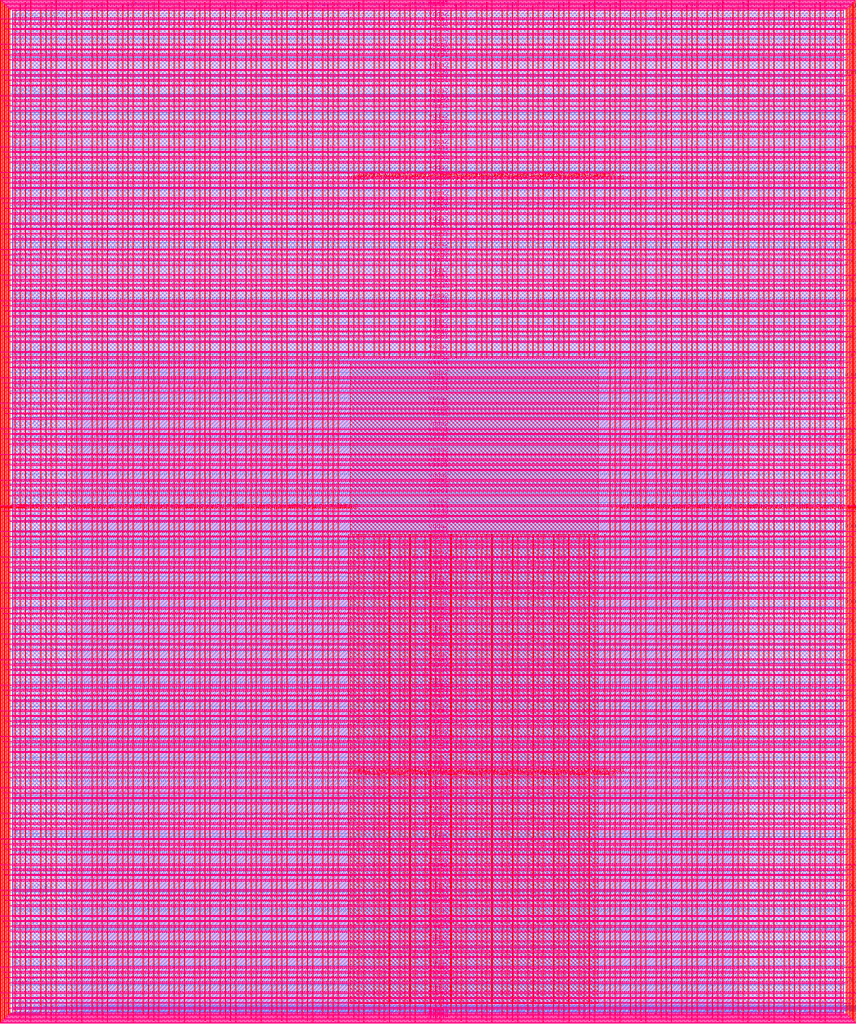
<source format=lef>
VERSION 5.7 ;
  NOWIREEXTENSIONATPIN ON ;
  DIVIDERCHAR "/" ;
  BUSBITCHARS "[]" ;
MACRO user_project_wrapper
  CLASS BLOCK ;
  FOREIGN user_project_wrapper ;
  ORIGIN 0.000 0.000 ;
  SIZE 2920.000 BY 3520.000 ;
  PIN analog_io[0]
    DIRECTION INOUT ;
    USE SIGNAL ;
    PORT
      LAYER met3 ;
        RECT 2917.600 1426.380 2924.800 1427.580 ;
    END
  END analog_io[0]
  PIN analog_io[10]
    DIRECTION INOUT ;
    USE SIGNAL ;
    PORT
      LAYER met2 ;
        RECT 2230.490 3517.600 2231.050 3524.800 ;
    END
  END analog_io[10]
  PIN analog_io[11]
    DIRECTION INOUT ;
    USE SIGNAL ;
    PORT
      LAYER met2 ;
        RECT 1905.730 3517.600 1906.290 3524.800 ;
    END
  END analog_io[11]
  PIN analog_io[12]
    DIRECTION INOUT ;
    USE SIGNAL ;
    PORT
      LAYER met2 ;
        RECT 1581.430 3517.600 1581.990 3524.800 ;
    END
  END analog_io[12]
  PIN analog_io[13]
    DIRECTION INOUT ;
    USE SIGNAL ;
    PORT
      LAYER met2 ;
        RECT 1257.130 3517.600 1257.690 3524.800 ;
    END
  END analog_io[13]
  PIN analog_io[14]
    DIRECTION INOUT ;
    USE SIGNAL ;
    PORT
      LAYER met2 ;
        RECT 932.370 3517.600 932.930 3524.800 ;
    END
  END analog_io[14]
  PIN analog_io[15]
    DIRECTION INOUT ;
    USE SIGNAL ;
    PORT
      LAYER met2 ;
        RECT 608.070 3517.600 608.630 3524.800 ;
    END
  END analog_io[15]
  PIN analog_io[16]
    DIRECTION INOUT ;
    USE SIGNAL ;
    PORT
      LAYER met2 ;
        RECT 283.770 3517.600 284.330 3524.800 ;
    END
  END analog_io[16]
  PIN analog_io[17]
    DIRECTION INOUT ;
    USE SIGNAL ;
    PORT
      LAYER met3 ;
        RECT -4.800 3486.100 2.400 3487.300 ;
    END
  END analog_io[17]
  PIN analog_io[18]
    DIRECTION INOUT ;
    USE SIGNAL ;
    PORT
      LAYER met3 ;
        RECT -4.800 3224.980 2.400 3226.180 ;
    END
  END analog_io[18]
  PIN analog_io[19]
    DIRECTION INOUT ;
    USE SIGNAL ;
    PORT
      LAYER met3 ;
        RECT -4.800 2964.540 2.400 2965.740 ;
    END
  END analog_io[19]
  PIN analog_io[1]
    DIRECTION INOUT ;
    USE SIGNAL ;
    PORT
      LAYER met3 ;
        RECT 2917.600 1692.260 2924.800 1693.460 ;
    END
  END analog_io[1]
  PIN analog_io[20]
    DIRECTION INOUT ;
    USE SIGNAL ;
    PORT
      LAYER met3 ;
        RECT -4.800 2703.420 2.400 2704.620 ;
    END
  END analog_io[20]
  PIN analog_io[21]
    DIRECTION INOUT ;
    USE SIGNAL ;
    PORT
      LAYER met3 ;
        RECT -4.800 2442.980 2.400 2444.180 ;
    END
  END analog_io[21]
  PIN analog_io[22]
    DIRECTION INOUT ;
    USE SIGNAL ;
    PORT
      LAYER met3 ;
        RECT -4.800 2182.540 2.400 2183.740 ;
    END
  END analog_io[22]
  PIN analog_io[23]
    DIRECTION INOUT ;
    USE SIGNAL ;
    PORT
      LAYER met3 ;
        RECT -4.800 1921.420 2.400 1922.620 ;
    END
  END analog_io[23]
  PIN analog_io[24]
    DIRECTION INOUT ;
    USE SIGNAL ;
    PORT
      LAYER met3 ;
        RECT -4.800 1660.980 2.400 1662.180 ;
    END
  END analog_io[24]
  PIN analog_io[25]
    DIRECTION INOUT ;
    USE SIGNAL ;
    PORT
      LAYER met3 ;
        RECT -4.800 1399.860 2.400 1401.060 ;
    END
  END analog_io[25]
  PIN analog_io[26]
    DIRECTION INOUT ;
    USE SIGNAL ;
    PORT
      LAYER met3 ;
        RECT -4.800 1139.420 2.400 1140.620 ;
    END
  END analog_io[26]
  PIN analog_io[27]
    DIRECTION INOUT ;
    USE SIGNAL ;
    PORT
      LAYER met3 ;
        RECT -4.800 878.980 2.400 880.180 ;
    END
  END analog_io[27]
  PIN analog_io[28]
    DIRECTION INOUT ;
    USE SIGNAL ;
    PORT
      LAYER met3 ;
        RECT -4.800 617.860 2.400 619.060 ;
    END
  END analog_io[28]
  PIN analog_io[2]
    DIRECTION INOUT ;
    USE SIGNAL ;
    PORT
      LAYER met3 ;
        RECT 2917.600 1958.140 2924.800 1959.340 ;
    END
  END analog_io[2]
  PIN analog_io[3]
    DIRECTION INOUT ;
    USE SIGNAL ;
    PORT
      LAYER met3 ;
        RECT 2917.600 2223.340 2924.800 2224.540 ;
    END
  END analog_io[3]
  PIN analog_io[4]
    DIRECTION INOUT ;
    USE SIGNAL ;
    PORT
      LAYER met3 ;
        RECT 2917.600 2489.220 2924.800 2490.420 ;
    END
  END analog_io[4]
  PIN analog_io[5]
    DIRECTION INOUT ;
    USE SIGNAL ;
    PORT
      LAYER met3 ;
        RECT 2917.600 2755.100 2924.800 2756.300 ;
    END
  END analog_io[5]
  PIN analog_io[6]
    DIRECTION INOUT ;
    USE SIGNAL ;
    PORT
      LAYER met3 ;
        RECT 2917.600 3020.300 2924.800 3021.500 ;
    END
  END analog_io[6]
  PIN analog_io[7]
    DIRECTION INOUT ;
    USE SIGNAL ;
    PORT
      LAYER met3 ;
        RECT 2917.600 3286.180 2924.800 3287.380 ;
    END
  END analog_io[7]
  PIN analog_io[8]
    DIRECTION INOUT ;
    USE SIGNAL ;
    PORT
      LAYER met2 ;
        RECT 2879.090 3517.600 2879.650 3524.800 ;
    END
  END analog_io[8]
  PIN analog_io[9]
    DIRECTION INOUT ;
    USE SIGNAL ;
    PORT
      LAYER met2 ;
        RECT 2554.790 3517.600 2555.350 3524.800 ;
    END
  END analog_io[9]
  PIN io_in[0]
    DIRECTION INPUT ;
    USE SIGNAL ;
    PORT
      LAYER met3 ;
        RECT 2917.600 32.380 2924.800 33.580 ;
    END
  END io_in[0]
  PIN io_in[10]
    DIRECTION INPUT ;
    USE SIGNAL ;
    PORT
      LAYER met3 ;
        RECT 2917.600 2289.980 2924.800 2291.180 ;
    END
  END io_in[10]
  PIN io_in[11]
    DIRECTION INPUT ;
    USE SIGNAL ;
    PORT
      LAYER met3 ;
        RECT 2917.600 2555.860 2924.800 2557.060 ;
    END
  END io_in[11]
  PIN io_in[12]
    DIRECTION INPUT ;
    USE SIGNAL ;
    PORT
      LAYER met3 ;
        RECT 2917.600 2821.060 2924.800 2822.260 ;
    END
  END io_in[12]
  PIN io_in[13]
    DIRECTION INPUT ;
    USE SIGNAL ;
    PORT
      LAYER met3 ;
        RECT 2917.600 3086.940 2924.800 3088.140 ;
    END
  END io_in[13]
  PIN io_in[14]
    DIRECTION INPUT ;
    USE SIGNAL ;
    PORT
      LAYER met3 ;
        RECT 2917.600 3352.820 2924.800 3354.020 ;
    END
  END io_in[14]
  PIN io_in[15]
    DIRECTION INPUT ;
    USE SIGNAL ;
    PORT
      LAYER met2 ;
        RECT 2798.130 3517.600 2798.690 3524.800 ;
    END
  END io_in[15]
  PIN io_in[16]
    DIRECTION INPUT ;
    USE SIGNAL ;
    PORT
      LAYER met2 ;
        RECT 2473.830 3517.600 2474.390 3524.800 ;
    END
  END io_in[16]
  PIN io_in[17]
    DIRECTION INPUT ;
    USE SIGNAL ;
    PORT
      LAYER met2 ;
        RECT 2149.070 3517.600 2149.630 3524.800 ;
    END
  END io_in[17]
  PIN io_in[18]
    DIRECTION INPUT ;
    USE SIGNAL ;
    PORT
      LAYER met2 ;
        RECT 1824.770 3517.600 1825.330 3524.800 ;
    END
  END io_in[18]
  PIN io_in[19]
    DIRECTION INPUT ;
    USE SIGNAL ;
    PORT
      LAYER met2 ;
        RECT 1500.470 3517.600 1501.030 3524.800 ;
    END
  END io_in[19]
  PIN io_in[1]
    DIRECTION INPUT ;
    USE SIGNAL ;
    PORT
      LAYER met3 ;
        RECT 2917.600 230.940 2924.800 232.140 ;
    END
  END io_in[1]
  PIN io_in[20]
    DIRECTION INPUT ;
    USE SIGNAL ;
    PORT
      LAYER met2 ;
        RECT 1175.710 3517.600 1176.270 3524.800 ;
    END
  END io_in[20]
  PIN io_in[21]
    DIRECTION INPUT ;
    USE SIGNAL ;
    PORT
      LAYER met2 ;
        RECT 851.410 3517.600 851.970 3524.800 ;
    END
  END io_in[21]
  PIN io_in[22]
    DIRECTION INPUT ;
    USE SIGNAL ;
    PORT
      LAYER met2 ;
        RECT 527.110 3517.600 527.670 3524.800 ;
    END
  END io_in[22]
  PIN io_in[23]
    DIRECTION INPUT ;
    USE SIGNAL ;
    PORT
      LAYER met2 ;
        RECT 202.350 3517.600 202.910 3524.800 ;
    END
  END io_in[23]
  PIN io_in[24]
    DIRECTION INPUT ;
    USE SIGNAL ;
    PORT
      LAYER met3 ;
        RECT -4.800 3420.820 2.400 3422.020 ;
    END
  END io_in[24]
  PIN io_in[25]
    DIRECTION INPUT ;
    USE SIGNAL ;
    PORT
      LAYER met3 ;
        RECT -4.800 3159.700 2.400 3160.900 ;
    END
  END io_in[25]
  PIN io_in[26]
    DIRECTION INPUT ;
    USE SIGNAL ;
    PORT
      LAYER met3 ;
        RECT -4.800 2899.260 2.400 2900.460 ;
    END
  END io_in[26]
  PIN io_in[27]
    DIRECTION INPUT ;
    USE SIGNAL ;
    PORT
      LAYER met3 ;
        RECT -4.800 2638.820 2.400 2640.020 ;
    END
  END io_in[27]
  PIN io_in[28]
    DIRECTION INPUT ;
    USE SIGNAL ;
    PORT
      LAYER met3 ;
        RECT -4.800 2377.700 2.400 2378.900 ;
    END
  END io_in[28]
  PIN io_in[29]
    DIRECTION INPUT ;
    USE SIGNAL ;
    PORT
      LAYER met3 ;
        RECT -4.800 2117.260 2.400 2118.460 ;
    END
  END io_in[29]
  PIN io_in[2]
    DIRECTION INPUT ;
    USE SIGNAL ;
    PORT
      LAYER met3 ;
        RECT 2917.600 430.180 2924.800 431.380 ;
    END
  END io_in[2]
  PIN io_in[30]
    DIRECTION INPUT ;
    USE SIGNAL ;
    PORT
      LAYER met3 ;
        RECT -4.800 1856.140 2.400 1857.340 ;
    END
  END io_in[30]
  PIN io_in[31]
    DIRECTION INPUT ;
    USE SIGNAL ;
    PORT
      LAYER met3 ;
        RECT -4.800 1595.700 2.400 1596.900 ;
    END
  END io_in[31]
  PIN io_in[32]
    DIRECTION INPUT ;
    USE SIGNAL ;
    PORT
      LAYER met3 ;
        RECT -4.800 1335.260 2.400 1336.460 ;
    END
  END io_in[32]
  PIN io_in[33]
    DIRECTION INPUT ;
    USE SIGNAL ;
    PORT
      LAYER met3 ;
        RECT -4.800 1074.140 2.400 1075.340 ;
    END
  END io_in[33]
  PIN io_in[34]
    DIRECTION INPUT ;
    USE SIGNAL ;
    PORT
      LAYER met3 ;
        RECT -4.800 813.700 2.400 814.900 ;
    END
  END io_in[34]
  PIN io_in[35]
    DIRECTION INPUT ;
    USE SIGNAL ;
    PORT
      LAYER met3 ;
        RECT -4.800 552.580 2.400 553.780 ;
    END
  END io_in[35]
  PIN io_in[36]
    DIRECTION INPUT ;
    USE SIGNAL ;
    PORT
      LAYER met3 ;
        RECT -4.800 357.420 2.400 358.620 ;
    END
  END io_in[36]
  PIN io_in[37]
    DIRECTION INPUT ;
    USE SIGNAL ;
    PORT
      LAYER met3 ;
        RECT -4.800 161.580 2.400 162.780 ;
    END
  END io_in[37]
  PIN io_in[3]
    DIRECTION INPUT ;
    USE SIGNAL ;
    PORT
      LAYER met3 ;
        RECT 2917.600 629.420 2924.800 630.620 ;
    END
  END io_in[3]
  PIN io_in[4]
    DIRECTION INPUT ;
    USE SIGNAL ;
    PORT
      LAYER met3 ;
        RECT 2917.600 828.660 2924.800 829.860 ;
    END
  END io_in[4]
  PIN io_in[5]
    DIRECTION INPUT ;
    USE SIGNAL ;
    PORT
      LAYER met3 ;
        RECT 2917.600 1027.900 2924.800 1029.100 ;
    END
  END io_in[5]
  PIN io_in[6]
    DIRECTION INPUT ;
    USE SIGNAL ;
    PORT
      LAYER met3 ;
        RECT 2917.600 1227.140 2924.800 1228.340 ;
    END
  END io_in[6]
  PIN io_in[7]
    DIRECTION INPUT ;
    USE SIGNAL ;
    PORT
      LAYER met3 ;
        RECT 2917.600 1493.020 2924.800 1494.220 ;
    END
  END io_in[7]
  PIN io_in[8]
    DIRECTION INPUT ;
    USE SIGNAL ;
    PORT
      LAYER met3 ;
        RECT 2917.600 1758.900 2924.800 1760.100 ;
    END
  END io_in[8]
  PIN io_in[9]
    DIRECTION INPUT ;
    USE SIGNAL ;
    PORT
      LAYER met3 ;
        RECT 2917.600 2024.100 2924.800 2025.300 ;
    END
  END io_in[9]
  PIN io_oeb[0]
    DIRECTION OUTPUT TRISTATE ;
    USE SIGNAL ;
    PORT
      LAYER met3 ;
        RECT 2917.600 164.980 2924.800 166.180 ;
    END
  END io_oeb[0]
  PIN io_oeb[10]
    DIRECTION OUTPUT TRISTATE ;
    USE SIGNAL ;
    PORT
      LAYER met3 ;
        RECT 2917.600 2422.580 2924.800 2423.780 ;
    END
  END io_oeb[10]
  PIN io_oeb[11]
    DIRECTION OUTPUT TRISTATE ;
    USE SIGNAL ;
    PORT
      LAYER met3 ;
        RECT 2917.600 2688.460 2924.800 2689.660 ;
    END
  END io_oeb[11]
  PIN io_oeb[12]
    DIRECTION OUTPUT TRISTATE ;
    USE SIGNAL ;
    PORT
      LAYER met3 ;
        RECT 2917.600 2954.340 2924.800 2955.540 ;
    END
  END io_oeb[12]
  PIN io_oeb[13]
    DIRECTION OUTPUT TRISTATE ;
    USE SIGNAL ;
    PORT
      LAYER met3 ;
        RECT 2917.600 3219.540 2924.800 3220.740 ;
    END
  END io_oeb[13]
  PIN io_oeb[14]
    DIRECTION OUTPUT TRISTATE ;
    USE SIGNAL ;
    PORT
      LAYER met3 ;
        RECT 2917.600 3485.420 2924.800 3486.620 ;
    END
  END io_oeb[14]
  PIN io_oeb[15]
    DIRECTION OUTPUT TRISTATE ;
    USE SIGNAL ;
    PORT
      LAYER met2 ;
        RECT 2635.750 3517.600 2636.310 3524.800 ;
    END
  END io_oeb[15]
  PIN io_oeb[16]
    DIRECTION OUTPUT TRISTATE ;
    USE SIGNAL ;
    PORT
      LAYER met2 ;
        RECT 2311.450 3517.600 2312.010 3524.800 ;
    END
  END io_oeb[16]
  PIN io_oeb[17]
    DIRECTION OUTPUT TRISTATE ;
    USE SIGNAL ;
    PORT
      LAYER met2 ;
        RECT 1987.150 3517.600 1987.710 3524.800 ;
    END
  END io_oeb[17]
  PIN io_oeb[18]
    DIRECTION OUTPUT TRISTATE ;
    USE SIGNAL ;
    PORT
      LAYER met2 ;
        RECT 1662.390 3517.600 1662.950 3524.800 ;
    END
  END io_oeb[18]
  PIN io_oeb[19]
    DIRECTION OUTPUT TRISTATE ;
    USE SIGNAL ;
    PORT
      LAYER met2 ;
        RECT 1338.090 3517.600 1338.650 3524.800 ;
    END
  END io_oeb[19]
  PIN io_oeb[1]
    DIRECTION OUTPUT TRISTATE ;
    USE SIGNAL ;
    PORT
      LAYER met3 ;
        RECT 2917.600 364.220 2924.800 365.420 ;
    END
  END io_oeb[1]
  PIN io_oeb[20]
    DIRECTION OUTPUT TRISTATE ;
    USE SIGNAL ;
    PORT
      LAYER met2 ;
        RECT 1013.790 3517.600 1014.350 3524.800 ;
    END
  END io_oeb[20]
  PIN io_oeb[21]
    DIRECTION OUTPUT TRISTATE ;
    USE SIGNAL ;
    PORT
      LAYER met2 ;
        RECT 689.030 3517.600 689.590 3524.800 ;
    END
  END io_oeb[21]
  PIN io_oeb[22]
    DIRECTION OUTPUT TRISTATE ;
    USE SIGNAL ;
    PORT
      LAYER met2 ;
        RECT 364.730 3517.600 365.290 3524.800 ;
    END
  END io_oeb[22]
  PIN io_oeb[23]
    DIRECTION OUTPUT TRISTATE ;
    USE SIGNAL ;
    PORT
      LAYER met2 ;
        RECT 40.430 3517.600 40.990 3524.800 ;
    END
  END io_oeb[23]
  PIN io_oeb[24]
    DIRECTION OUTPUT TRISTATE ;
    USE SIGNAL ;
    PORT
      LAYER met3 ;
        RECT -4.800 3290.260 2.400 3291.460 ;
    END
  END io_oeb[24]
  PIN io_oeb[25]
    DIRECTION OUTPUT TRISTATE ;
    USE SIGNAL ;
    PORT
      LAYER met3 ;
        RECT -4.800 3029.820 2.400 3031.020 ;
    END
  END io_oeb[25]
  PIN io_oeb[26]
    DIRECTION OUTPUT TRISTATE ;
    USE SIGNAL ;
    PORT
      LAYER met3 ;
        RECT -4.800 2768.700 2.400 2769.900 ;
    END
  END io_oeb[26]
  PIN io_oeb[27]
    DIRECTION OUTPUT TRISTATE ;
    USE SIGNAL ;
    PORT
      LAYER met3 ;
        RECT -4.800 2508.260 2.400 2509.460 ;
    END
  END io_oeb[27]
  PIN io_oeb[28]
    DIRECTION OUTPUT TRISTATE ;
    USE SIGNAL ;
    PORT
      LAYER met3 ;
        RECT -4.800 2247.140 2.400 2248.340 ;
    END
  END io_oeb[28]
  PIN io_oeb[29]
    DIRECTION OUTPUT TRISTATE ;
    USE SIGNAL ;
    PORT
      LAYER met3 ;
        RECT -4.800 1986.700 2.400 1987.900 ;
    END
  END io_oeb[29]
  PIN io_oeb[2]
    DIRECTION OUTPUT TRISTATE ;
    USE SIGNAL ;
    PORT
      LAYER met3 ;
        RECT 2917.600 563.460 2924.800 564.660 ;
    END
  END io_oeb[2]
  PIN io_oeb[30]
    DIRECTION OUTPUT TRISTATE ;
    USE SIGNAL ;
    PORT
      LAYER met3 ;
        RECT -4.800 1726.260 2.400 1727.460 ;
    END
  END io_oeb[30]
  PIN io_oeb[31]
    DIRECTION OUTPUT TRISTATE ;
    USE SIGNAL ;
    PORT
      LAYER met3 ;
        RECT -4.800 1465.140 2.400 1466.340 ;
    END
  END io_oeb[31]
  PIN io_oeb[32]
    DIRECTION OUTPUT TRISTATE ;
    USE SIGNAL ;
    PORT
      LAYER met3 ;
        RECT -4.800 1204.700 2.400 1205.900 ;
    END
  END io_oeb[32]
  PIN io_oeb[33]
    DIRECTION OUTPUT TRISTATE ;
    USE SIGNAL ;
    PORT
      LAYER met3 ;
        RECT -4.800 943.580 2.400 944.780 ;
    END
  END io_oeb[33]
  PIN io_oeb[34]
    DIRECTION OUTPUT TRISTATE ;
    USE SIGNAL ;
    PORT
      LAYER met3 ;
        RECT -4.800 683.140 2.400 684.340 ;
    END
  END io_oeb[34]
  PIN io_oeb[35]
    DIRECTION OUTPUT TRISTATE ;
    USE SIGNAL ;
    PORT
      LAYER met3 ;
        RECT -4.800 422.700 2.400 423.900 ;
    END
  END io_oeb[35]
  PIN io_oeb[36]
    DIRECTION OUTPUT TRISTATE ;
    USE SIGNAL ;
    PORT
      LAYER met3 ;
        RECT -4.800 226.860 2.400 228.060 ;
    END
  END io_oeb[36]
  PIN io_oeb[37]
    DIRECTION OUTPUT TRISTATE ;
    USE SIGNAL ;
    PORT
      LAYER met3 ;
        RECT -4.800 31.700 2.400 32.900 ;
    END
  END io_oeb[37]
  PIN io_oeb[3]
    DIRECTION OUTPUT TRISTATE ;
    USE SIGNAL ;
    PORT
      LAYER met3 ;
        RECT 2917.600 762.700 2924.800 763.900 ;
    END
  END io_oeb[3]
  PIN io_oeb[4]
    DIRECTION OUTPUT TRISTATE ;
    USE SIGNAL ;
    PORT
      LAYER met3 ;
        RECT 2917.600 961.940 2924.800 963.140 ;
    END
  END io_oeb[4]
  PIN io_oeb[5]
    DIRECTION OUTPUT TRISTATE ;
    USE SIGNAL ;
    PORT
      LAYER met3 ;
        RECT 2917.600 1161.180 2924.800 1162.380 ;
    END
  END io_oeb[5]
  PIN io_oeb[6]
    DIRECTION OUTPUT TRISTATE ;
    USE SIGNAL ;
    PORT
      LAYER met3 ;
        RECT 2917.600 1360.420 2924.800 1361.620 ;
    END
  END io_oeb[6]
  PIN io_oeb[7]
    DIRECTION OUTPUT TRISTATE ;
    USE SIGNAL ;
    PORT
      LAYER met3 ;
        RECT 2917.600 1625.620 2924.800 1626.820 ;
    END
  END io_oeb[7]
  PIN io_oeb[8]
    DIRECTION OUTPUT TRISTATE ;
    USE SIGNAL ;
    PORT
      LAYER met3 ;
        RECT 2917.600 1891.500 2924.800 1892.700 ;
    END
  END io_oeb[8]
  PIN io_oeb[9]
    DIRECTION OUTPUT TRISTATE ;
    USE SIGNAL ;
    PORT
      LAYER met3 ;
        RECT 2917.600 2157.380 2924.800 2158.580 ;
    END
  END io_oeb[9]
  PIN io_out[0]
    DIRECTION OUTPUT TRISTATE ;
    USE SIGNAL ;
    PORT
      LAYER met3 ;
        RECT 2917.600 98.340 2924.800 99.540 ;
    END
  END io_out[0]
  PIN io_out[10]
    DIRECTION OUTPUT TRISTATE ;
    USE SIGNAL ;
    PORT
      LAYER met3 ;
        RECT 2917.600 2356.620 2924.800 2357.820 ;
    END
  END io_out[10]
  PIN io_out[11]
    DIRECTION OUTPUT TRISTATE ;
    USE SIGNAL ;
    PORT
      LAYER met3 ;
        RECT 2917.600 2621.820 2924.800 2623.020 ;
    END
  END io_out[11]
  PIN io_out[12]
    DIRECTION OUTPUT TRISTATE ;
    USE SIGNAL ;
    PORT
      LAYER met3 ;
        RECT 2917.600 2887.700 2924.800 2888.900 ;
    END
  END io_out[12]
  PIN io_out[13]
    DIRECTION OUTPUT TRISTATE ;
    USE SIGNAL ;
    PORT
      LAYER met3 ;
        RECT 2917.600 3153.580 2924.800 3154.780 ;
    END
  END io_out[13]
  PIN io_out[14]
    DIRECTION OUTPUT TRISTATE ;
    USE SIGNAL ;
    PORT
      LAYER met3 ;
        RECT 2917.600 3418.780 2924.800 3419.980 ;
    END
  END io_out[14]
  PIN io_out[15]
    DIRECTION OUTPUT TRISTATE ;
    USE SIGNAL ;
    PORT
      LAYER met2 ;
        RECT 2717.170 3517.600 2717.730 3524.800 ;
    END
  END io_out[15]
  PIN io_out[16]
    DIRECTION OUTPUT TRISTATE ;
    USE SIGNAL ;
    PORT
      LAYER met2 ;
        RECT 2392.410 3517.600 2392.970 3524.800 ;
    END
  END io_out[16]
  PIN io_out[17]
    DIRECTION OUTPUT TRISTATE ;
    USE SIGNAL ;
    PORT
      LAYER met2 ;
        RECT 2068.110 3517.600 2068.670 3524.800 ;
    END
  END io_out[17]
  PIN io_out[18]
    DIRECTION OUTPUT TRISTATE ;
    USE SIGNAL ;
    PORT
      LAYER met2 ;
        RECT 1743.810 3517.600 1744.370 3524.800 ;
    END
  END io_out[18]
  PIN io_out[19]
    DIRECTION OUTPUT TRISTATE ;
    USE SIGNAL ;
    PORT
      LAYER met2 ;
        RECT 1419.050 3517.600 1419.610 3524.800 ;
    END
  END io_out[19]
  PIN io_out[1]
    DIRECTION OUTPUT TRISTATE ;
    USE SIGNAL ;
    PORT
      LAYER met3 ;
        RECT 2917.600 297.580 2924.800 298.780 ;
    END
  END io_out[1]
  PIN io_out[20]
    DIRECTION OUTPUT TRISTATE ;
    USE SIGNAL ;
    PORT
      LAYER met2 ;
        RECT 1094.750 3517.600 1095.310 3524.800 ;
    END
  END io_out[20]
  PIN io_out[21]
    DIRECTION OUTPUT TRISTATE ;
    USE SIGNAL ;
    PORT
      LAYER met2 ;
        RECT 770.450 3517.600 771.010 3524.800 ;
    END
  END io_out[21]
  PIN io_out[22]
    DIRECTION OUTPUT TRISTATE ;
    USE SIGNAL ;
    PORT
      LAYER met2 ;
        RECT 445.690 3517.600 446.250 3524.800 ;
    END
  END io_out[22]
  PIN io_out[23]
    DIRECTION OUTPUT TRISTATE ;
    USE SIGNAL ;
    PORT
      LAYER met2 ;
        RECT 121.390 3517.600 121.950 3524.800 ;
    END
  END io_out[23]
  PIN io_out[24]
    DIRECTION OUTPUT TRISTATE ;
    USE SIGNAL ;
    PORT
      LAYER met3 ;
        RECT -4.800 3355.540 2.400 3356.740 ;
    END
  END io_out[24]
  PIN io_out[25]
    DIRECTION OUTPUT TRISTATE ;
    USE SIGNAL ;
    PORT
      LAYER met3 ;
        RECT -4.800 3095.100 2.400 3096.300 ;
    END
  END io_out[25]
  PIN io_out[26]
    DIRECTION OUTPUT TRISTATE ;
    USE SIGNAL ;
    PORT
      LAYER met3 ;
        RECT -4.800 2833.980 2.400 2835.180 ;
    END
  END io_out[26]
  PIN io_out[27]
    DIRECTION OUTPUT TRISTATE ;
    USE SIGNAL ;
    PORT
      LAYER met3 ;
        RECT -4.800 2573.540 2.400 2574.740 ;
    END
  END io_out[27]
  PIN io_out[28]
    DIRECTION OUTPUT TRISTATE ;
    USE SIGNAL ;
    PORT
      LAYER met3 ;
        RECT -4.800 2312.420 2.400 2313.620 ;
    END
  END io_out[28]
  PIN io_out[29]
    DIRECTION OUTPUT TRISTATE ;
    USE SIGNAL ;
    PORT
      LAYER met3 ;
        RECT -4.800 2051.980 2.400 2053.180 ;
    END
  END io_out[29]
  PIN io_out[2]
    DIRECTION OUTPUT TRISTATE ;
    USE SIGNAL ;
    PORT
      LAYER met3 ;
        RECT 2917.600 496.820 2924.800 498.020 ;
    END
  END io_out[2]
  PIN io_out[30]
    DIRECTION OUTPUT TRISTATE ;
    USE SIGNAL ;
    PORT
      LAYER met3 ;
        RECT -4.800 1791.540 2.400 1792.740 ;
    END
  END io_out[30]
  PIN io_out[31]
    DIRECTION OUTPUT TRISTATE ;
    USE SIGNAL ;
    PORT
      LAYER met3 ;
        RECT -4.800 1530.420 2.400 1531.620 ;
    END
  END io_out[31]
  PIN io_out[32]
    DIRECTION OUTPUT TRISTATE ;
    USE SIGNAL ;
    PORT
      LAYER met3 ;
        RECT -4.800 1269.980 2.400 1271.180 ;
    END
  END io_out[32]
  PIN io_out[33]
    DIRECTION OUTPUT TRISTATE ;
    USE SIGNAL ;
    PORT
      LAYER met3 ;
        RECT -4.800 1008.860 2.400 1010.060 ;
    END
  END io_out[33]
  PIN io_out[34]
    DIRECTION OUTPUT TRISTATE ;
    USE SIGNAL ;
    PORT
      LAYER met3 ;
        RECT -4.800 748.420 2.400 749.620 ;
    END
  END io_out[34]
  PIN io_out[35]
    DIRECTION OUTPUT TRISTATE ;
    USE SIGNAL ;
    PORT
      LAYER met3 ;
        RECT -4.800 487.300 2.400 488.500 ;
    END
  END io_out[35]
  PIN io_out[36]
    DIRECTION OUTPUT TRISTATE ;
    USE SIGNAL ;
    PORT
      LAYER met3 ;
        RECT -4.800 292.140 2.400 293.340 ;
    END
  END io_out[36]
  PIN io_out[37]
    DIRECTION OUTPUT TRISTATE ;
    USE SIGNAL ;
    PORT
      LAYER met3 ;
        RECT -4.800 96.300 2.400 97.500 ;
    END
  END io_out[37]
  PIN io_out[3]
    DIRECTION OUTPUT TRISTATE ;
    USE SIGNAL ;
    PORT
      LAYER met3 ;
        RECT 2917.600 696.060 2924.800 697.260 ;
    END
  END io_out[3]
  PIN io_out[4]
    DIRECTION OUTPUT TRISTATE ;
    USE SIGNAL ;
    PORT
      LAYER met3 ;
        RECT 2917.600 895.300 2924.800 896.500 ;
    END
  END io_out[4]
  PIN io_out[5]
    DIRECTION OUTPUT TRISTATE ;
    USE SIGNAL ;
    PORT
      LAYER met3 ;
        RECT 2917.600 1094.540 2924.800 1095.740 ;
    END
  END io_out[5]
  PIN io_out[6]
    DIRECTION OUTPUT TRISTATE ;
    USE SIGNAL ;
    PORT
      LAYER met3 ;
        RECT 2917.600 1293.780 2924.800 1294.980 ;
    END
  END io_out[6]
  PIN io_out[7]
    DIRECTION OUTPUT TRISTATE ;
    USE SIGNAL ;
    PORT
      LAYER met3 ;
        RECT 2917.600 1559.660 2924.800 1560.860 ;
    END
  END io_out[7]
  PIN io_out[8]
    DIRECTION OUTPUT TRISTATE ;
    USE SIGNAL ;
    PORT
      LAYER met3 ;
        RECT 2917.600 1824.860 2924.800 1826.060 ;
    END
  END io_out[8]
  PIN io_out[9]
    DIRECTION OUTPUT TRISTATE ;
    USE SIGNAL ;
    PORT
      LAYER met3 ;
        RECT 2917.600 2090.740 2924.800 2091.940 ;
    END
  END io_out[9]
  PIN la_data_in[0]
    DIRECTION INPUT ;
    USE SIGNAL ;
    PORT
      LAYER met2 ;
        RECT 629.230 -4.800 629.790 2.400 ;
    END
  END la_data_in[0]
  PIN la_data_in[100]
    DIRECTION INPUT ;
    USE SIGNAL ;
    PORT
      LAYER met2 ;
        RECT 2402.530 -4.800 2403.090 2.400 ;
    END
  END la_data_in[100]
  PIN la_data_in[101]
    DIRECTION INPUT ;
    USE SIGNAL ;
    PORT
      LAYER met2 ;
        RECT 2420.010 -4.800 2420.570 2.400 ;
    END
  END la_data_in[101]
  PIN la_data_in[102]
    DIRECTION INPUT ;
    USE SIGNAL ;
    PORT
      LAYER met2 ;
        RECT 2437.950 -4.800 2438.510 2.400 ;
    END
  END la_data_in[102]
  PIN la_data_in[103]
    DIRECTION INPUT ;
    USE SIGNAL ;
    PORT
      LAYER met2 ;
        RECT 2455.430 -4.800 2455.990 2.400 ;
    END
  END la_data_in[103]
  PIN la_data_in[104]
    DIRECTION INPUT ;
    USE SIGNAL ;
    PORT
      LAYER met2 ;
        RECT 2473.370 -4.800 2473.930 2.400 ;
    END
  END la_data_in[104]
  PIN la_data_in[105]
    DIRECTION INPUT ;
    USE SIGNAL ;
    PORT
      LAYER met2 ;
        RECT 2490.850 -4.800 2491.410 2.400 ;
    END
  END la_data_in[105]
  PIN la_data_in[106]
    DIRECTION INPUT ;
    USE SIGNAL ;
    PORT
      LAYER met2 ;
        RECT 2508.790 -4.800 2509.350 2.400 ;
    END
  END la_data_in[106]
  PIN la_data_in[107]
    DIRECTION INPUT ;
    USE SIGNAL ;
    PORT
      LAYER met2 ;
        RECT 2526.730 -4.800 2527.290 2.400 ;
    END
  END la_data_in[107]
  PIN la_data_in[108]
    DIRECTION INPUT ;
    USE SIGNAL ;
    PORT
      LAYER met2 ;
        RECT 2544.210 -4.800 2544.770 2.400 ;
    END
  END la_data_in[108]
  PIN la_data_in[109]
    DIRECTION INPUT ;
    USE SIGNAL ;
    PORT
      LAYER met2 ;
        RECT 2562.150 -4.800 2562.710 2.400 ;
    END
  END la_data_in[109]
  PIN la_data_in[10]
    DIRECTION INPUT ;
    USE SIGNAL ;
    PORT
      LAYER met2 ;
        RECT 806.330 -4.800 806.890 2.400 ;
    END
  END la_data_in[10]
  PIN la_data_in[110]
    DIRECTION INPUT ;
    USE SIGNAL ;
    PORT
      LAYER met2 ;
        RECT 2579.630 -4.800 2580.190 2.400 ;
    END
  END la_data_in[110]
  PIN la_data_in[111]
    DIRECTION INPUT ;
    USE SIGNAL ;
    PORT
      LAYER met2 ;
        RECT 2597.570 -4.800 2598.130 2.400 ;
    END
  END la_data_in[111]
  PIN la_data_in[112]
    DIRECTION INPUT ;
    USE SIGNAL ;
    PORT
      LAYER met2 ;
        RECT 2615.050 -4.800 2615.610 2.400 ;
    END
  END la_data_in[112]
  PIN la_data_in[113]
    DIRECTION INPUT ;
    USE SIGNAL ;
    PORT
      LAYER met2 ;
        RECT 2632.990 -4.800 2633.550 2.400 ;
    END
  END la_data_in[113]
  PIN la_data_in[114]
    DIRECTION INPUT ;
    USE SIGNAL ;
    PORT
      LAYER met2 ;
        RECT 2650.470 -4.800 2651.030 2.400 ;
    END
  END la_data_in[114]
  PIN la_data_in[115]
    DIRECTION INPUT ;
    USE SIGNAL ;
    PORT
      LAYER met2 ;
        RECT 2668.410 -4.800 2668.970 2.400 ;
    END
  END la_data_in[115]
  PIN la_data_in[116]
    DIRECTION INPUT ;
    USE SIGNAL ;
    PORT
      LAYER met2 ;
        RECT 2685.890 -4.800 2686.450 2.400 ;
    END
  END la_data_in[116]
  PIN la_data_in[117]
    DIRECTION INPUT ;
    USE SIGNAL ;
    PORT
      LAYER met2 ;
        RECT 2703.830 -4.800 2704.390 2.400 ;
    END
  END la_data_in[117]
  PIN la_data_in[118]
    DIRECTION INPUT ;
    USE SIGNAL ;
    PORT
      LAYER met2 ;
        RECT 2721.770 -4.800 2722.330 2.400 ;
    END
  END la_data_in[118]
  PIN la_data_in[119]
    DIRECTION INPUT ;
    USE SIGNAL ;
    PORT
      LAYER met2 ;
        RECT 2739.250 -4.800 2739.810 2.400 ;
    END
  END la_data_in[119]
  PIN la_data_in[11]
    DIRECTION INPUT ;
    USE SIGNAL ;
    PORT
      LAYER met2 ;
        RECT 824.270 -4.800 824.830 2.400 ;
    END
  END la_data_in[11]
  PIN la_data_in[120]
    DIRECTION INPUT ;
    USE SIGNAL ;
    PORT
      LAYER met2 ;
        RECT 2757.190 -4.800 2757.750 2.400 ;
    END
  END la_data_in[120]
  PIN la_data_in[121]
    DIRECTION INPUT ;
    USE SIGNAL ;
    PORT
      LAYER met2 ;
        RECT 2774.670 -4.800 2775.230 2.400 ;
    END
  END la_data_in[121]
  PIN la_data_in[122]
    DIRECTION INPUT ;
    USE SIGNAL ;
    PORT
      LAYER met2 ;
        RECT 2792.610 -4.800 2793.170 2.400 ;
    END
  END la_data_in[122]
  PIN la_data_in[123]
    DIRECTION INPUT ;
    USE SIGNAL ;
    PORT
      LAYER met2 ;
        RECT 2810.090 -4.800 2810.650 2.400 ;
    END
  END la_data_in[123]
  PIN la_data_in[124]
    DIRECTION INPUT ;
    USE SIGNAL ;
    PORT
      LAYER met2 ;
        RECT 2828.030 -4.800 2828.590 2.400 ;
    END
  END la_data_in[124]
  PIN la_data_in[125]
    DIRECTION INPUT ;
    USE SIGNAL ;
    PORT
      LAYER met2 ;
        RECT 2845.510 -4.800 2846.070 2.400 ;
    END
  END la_data_in[125]
  PIN la_data_in[126]
    DIRECTION INPUT ;
    USE SIGNAL ;
    PORT
      LAYER met2 ;
        RECT 2863.450 -4.800 2864.010 2.400 ;
    END
  END la_data_in[126]
  PIN la_data_in[127]
    DIRECTION INPUT ;
    USE SIGNAL ;
    PORT
      LAYER met2 ;
        RECT 2881.390 -4.800 2881.950 2.400 ;
    END
  END la_data_in[127]
  PIN la_data_in[12]
    DIRECTION INPUT ;
    USE SIGNAL ;
    PORT
      LAYER met2 ;
        RECT 841.750 -4.800 842.310 2.400 ;
    END
  END la_data_in[12]
  PIN la_data_in[13]
    DIRECTION INPUT ;
    USE SIGNAL ;
    PORT
      LAYER met2 ;
        RECT 859.690 -4.800 860.250 2.400 ;
    END
  END la_data_in[13]
  PIN la_data_in[14]
    DIRECTION INPUT ;
    USE SIGNAL ;
    PORT
      LAYER met2 ;
        RECT 877.170 -4.800 877.730 2.400 ;
    END
  END la_data_in[14]
  PIN la_data_in[15]
    DIRECTION INPUT ;
    USE SIGNAL ;
    PORT
      LAYER met2 ;
        RECT 895.110 -4.800 895.670 2.400 ;
    END
  END la_data_in[15]
  PIN la_data_in[16]
    DIRECTION INPUT ;
    USE SIGNAL ;
    PORT
      LAYER met2 ;
        RECT 912.590 -4.800 913.150 2.400 ;
    END
  END la_data_in[16]
  PIN la_data_in[17]
    DIRECTION INPUT ;
    USE SIGNAL ;
    PORT
      LAYER met2 ;
        RECT 930.530 -4.800 931.090 2.400 ;
    END
  END la_data_in[17]
  PIN la_data_in[18]
    DIRECTION INPUT ;
    USE SIGNAL ;
    PORT
      LAYER met2 ;
        RECT 948.470 -4.800 949.030 2.400 ;
    END
  END la_data_in[18]
  PIN la_data_in[19]
    DIRECTION INPUT ;
    USE SIGNAL ;
    PORT
      LAYER met2 ;
        RECT 965.950 -4.800 966.510 2.400 ;
    END
  END la_data_in[19]
  PIN la_data_in[1]
    DIRECTION INPUT ;
    USE SIGNAL ;
    PORT
      LAYER met2 ;
        RECT 646.710 -4.800 647.270 2.400 ;
    END
  END la_data_in[1]
  PIN la_data_in[20]
    DIRECTION INPUT ;
    USE SIGNAL ;
    PORT
      LAYER met2 ;
        RECT 983.890 -4.800 984.450 2.400 ;
    END
  END la_data_in[20]
  PIN la_data_in[21]
    DIRECTION INPUT ;
    USE SIGNAL ;
    PORT
      LAYER met2 ;
        RECT 1001.370 -4.800 1001.930 2.400 ;
    END
  END la_data_in[21]
  PIN la_data_in[22]
    DIRECTION INPUT ;
    USE SIGNAL ;
    PORT
      LAYER met2 ;
        RECT 1019.310 -4.800 1019.870 2.400 ;
    END
  END la_data_in[22]
  PIN la_data_in[23]
    DIRECTION INPUT ;
    USE SIGNAL ;
    PORT
      LAYER met2 ;
        RECT 1036.790 -4.800 1037.350 2.400 ;
    END
  END la_data_in[23]
  PIN la_data_in[24]
    DIRECTION INPUT ;
    USE SIGNAL ;
    PORT
      LAYER met2 ;
        RECT 1054.730 -4.800 1055.290 2.400 ;
    END
  END la_data_in[24]
  PIN la_data_in[25]
    DIRECTION INPUT ;
    USE SIGNAL ;
    PORT
      LAYER met2 ;
        RECT 1072.210 -4.800 1072.770 2.400 ;
    END
  END la_data_in[25]
  PIN la_data_in[26]
    DIRECTION INPUT ;
    USE SIGNAL ;
    PORT
      LAYER met2 ;
        RECT 1090.150 -4.800 1090.710 2.400 ;
    END
  END la_data_in[26]
  PIN la_data_in[27]
    DIRECTION INPUT ;
    USE SIGNAL ;
    PORT
      LAYER met2 ;
        RECT 1107.630 -4.800 1108.190 2.400 ;
    END
  END la_data_in[27]
  PIN la_data_in[28]
    DIRECTION INPUT ;
    USE SIGNAL ;
    PORT
      LAYER met2 ;
        RECT 1125.570 -4.800 1126.130 2.400 ;
    END
  END la_data_in[28]
  PIN la_data_in[29]
    DIRECTION INPUT ;
    USE SIGNAL ;
    PORT
      LAYER met2 ;
        RECT 1143.510 -4.800 1144.070 2.400 ;
    END
  END la_data_in[29]
  PIN la_data_in[2]
    DIRECTION INPUT ;
    USE SIGNAL ;
    PORT
      LAYER met2 ;
        RECT 664.650 -4.800 665.210 2.400 ;
    END
  END la_data_in[2]
  PIN la_data_in[30]
    DIRECTION INPUT ;
    USE SIGNAL ;
    PORT
      LAYER met2 ;
        RECT 1160.990 -4.800 1161.550 2.400 ;
    END
  END la_data_in[30]
  PIN la_data_in[31]
    DIRECTION INPUT ;
    USE SIGNAL ;
    PORT
      LAYER met2 ;
        RECT 1178.930 -4.800 1179.490 2.400 ;
    END
  END la_data_in[31]
  PIN la_data_in[32]
    DIRECTION INPUT ;
    USE SIGNAL ;
    PORT
      LAYER met2 ;
        RECT 1196.410 -4.800 1196.970 2.400 ;
    END
  END la_data_in[32]
  PIN la_data_in[33]
    DIRECTION INPUT ;
    USE SIGNAL ;
    PORT
      LAYER met2 ;
        RECT 1214.350 -4.800 1214.910 2.400 ;
    END
  END la_data_in[33]
  PIN la_data_in[34]
    DIRECTION INPUT ;
    USE SIGNAL ;
    PORT
      LAYER met2 ;
        RECT 1231.830 -4.800 1232.390 2.400 ;
    END
  END la_data_in[34]
  PIN la_data_in[35]
    DIRECTION INPUT ;
    USE SIGNAL ;
    PORT
      LAYER met2 ;
        RECT 1249.770 -4.800 1250.330 2.400 ;
    END
  END la_data_in[35]
  PIN la_data_in[36]
    DIRECTION INPUT ;
    USE SIGNAL ;
    PORT
      LAYER met2 ;
        RECT 1267.250 -4.800 1267.810 2.400 ;
    END
  END la_data_in[36]
  PIN la_data_in[37]
    DIRECTION INPUT ;
    USE SIGNAL ;
    PORT
      LAYER met2 ;
        RECT 1285.190 -4.800 1285.750 2.400 ;
    END
  END la_data_in[37]
  PIN la_data_in[38]
    DIRECTION INPUT ;
    USE SIGNAL ;
    PORT
      LAYER met2 ;
        RECT 1303.130 -4.800 1303.690 2.400 ;
    END
  END la_data_in[38]
  PIN la_data_in[39]
    DIRECTION INPUT ;
    USE SIGNAL ;
    PORT
      LAYER met2 ;
        RECT 1320.610 -4.800 1321.170 2.400 ;
    END
  END la_data_in[39]
  PIN la_data_in[3]
    DIRECTION INPUT ;
    USE SIGNAL ;
    PORT
      LAYER met2 ;
        RECT 682.130 -4.800 682.690 2.400 ;
    END
  END la_data_in[3]
  PIN la_data_in[40]
    DIRECTION INPUT ;
    USE SIGNAL ;
    PORT
      LAYER met2 ;
        RECT 1338.550 -4.800 1339.110 2.400 ;
    END
  END la_data_in[40]
  PIN la_data_in[41]
    DIRECTION INPUT ;
    USE SIGNAL ;
    PORT
      LAYER met2 ;
        RECT 1356.030 -4.800 1356.590 2.400 ;
    END
  END la_data_in[41]
  PIN la_data_in[42]
    DIRECTION INPUT ;
    USE SIGNAL ;
    PORT
      LAYER met2 ;
        RECT 1373.970 -4.800 1374.530 2.400 ;
    END
  END la_data_in[42]
  PIN la_data_in[43]
    DIRECTION INPUT ;
    USE SIGNAL ;
    PORT
      LAYER met2 ;
        RECT 1391.450 -4.800 1392.010 2.400 ;
    END
  END la_data_in[43]
  PIN la_data_in[44]
    DIRECTION INPUT ;
    USE SIGNAL ;
    PORT
      LAYER met2 ;
        RECT 1409.390 -4.800 1409.950 2.400 ;
    END
  END la_data_in[44]
  PIN la_data_in[45]
    DIRECTION INPUT ;
    USE SIGNAL ;
    PORT
      LAYER met2 ;
        RECT 1426.870 -4.800 1427.430 2.400 ;
    END
  END la_data_in[45]
  PIN la_data_in[46]
    DIRECTION INPUT ;
    USE SIGNAL ;
    PORT
      LAYER met2 ;
        RECT 1444.810 -4.800 1445.370 2.400 ;
    END
  END la_data_in[46]
  PIN la_data_in[47]
    DIRECTION INPUT ;
    USE SIGNAL ;
    PORT
      LAYER met2 ;
        RECT 1462.750 -4.800 1463.310 2.400 ;
    END
  END la_data_in[47]
  PIN la_data_in[48]
    DIRECTION INPUT ;
    USE SIGNAL ;
    PORT
      LAYER met2 ;
        RECT 1480.230 -4.800 1480.790 2.400 ;
    END
  END la_data_in[48]
  PIN la_data_in[49]
    DIRECTION INPUT ;
    USE SIGNAL ;
    PORT
      LAYER met2 ;
        RECT 1498.170 -4.800 1498.730 2.400 ;
    END
  END la_data_in[49]
  PIN la_data_in[4]
    DIRECTION INPUT ;
    USE SIGNAL ;
    PORT
      LAYER met2 ;
        RECT 700.070 -4.800 700.630 2.400 ;
    END
  END la_data_in[4]
  PIN la_data_in[50]
    DIRECTION INPUT ;
    USE SIGNAL ;
    PORT
      LAYER met2 ;
        RECT 1515.650 -4.800 1516.210 2.400 ;
    END
  END la_data_in[50]
  PIN la_data_in[51]
    DIRECTION INPUT ;
    USE SIGNAL ;
    PORT
      LAYER met2 ;
        RECT 1533.590 -4.800 1534.150 2.400 ;
    END
  END la_data_in[51]
  PIN la_data_in[52]
    DIRECTION INPUT ;
    USE SIGNAL ;
    PORT
      LAYER met2 ;
        RECT 1551.070 -4.800 1551.630 2.400 ;
    END
  END la_data_in[52]
  PIN la_data_in[53]
    DIRECTION INPUT ;
    USE SIGNAL ;
    PORT
      LAYER met2 ;
        RECT 1569.010 -4.800 1569.570 2.400 ;
    END
  END la_data_in[53]
  PIN la_data_in[54]
    DIRECTION INPUT ;
    USE SIGNAL ;
    PORT
      LAYER met2 ;
        RECT 1586.490 -4.800 1587.050 2.400 ;
    END
  END la_data_in[54]
  PIN la_data_in[55]
    DIRECTION INPUT ;
    USE SIGNAL ;
    PORT
      LAYER met2 ;
        RECT 1604.430 -4.800 1604.990 2.400 ;
    END
  END la_data_in[55]
  PIN la_data_in[56]
    DIRECTION INPUT ;
    USE SIGNAL ;
    PORT
      LAYER met2 ;
        RECT 1621.910 -4.800 1622.470 2.400 ;
    END
  END la_data_in[56]
  PIN la_data_in[57]
    DIRECTION INPUT ;
    USE SIGNAL ;
    PORT
      LAYER met2 ;
        RECT 1639.850 -4.800 1640.410 2.400 ;
    END
  END la_data_in[57]
  PIN la_data_in[58]
    DIRECTION INPUT ;
    USE SIGNAL ;
    PORT
      LAYER met2 ;
        RECT 1657.790 -4.800 1658.350 2.400 ;
    END
  END la_data_in[58]
  PIN la_data_in[59]
    DIRECTION INPUT ;
    USE SIGNAL ;
    PORT
      LAYER met2 ;
        RECT 1675.270 -4.800 1675.830 2.400 ;
    END
  END la_data_in[59]
  PIN la_data_in[5]
    DIRECTION INPUT ;
    USE SIGNAL ;
    PORT
      LAYER met2 ;
        RECT 717.550 -4.800 718.110 2.400 ;
    END
  END la_data_in[5]
  PIN la_data_in[60]
    DIRECTION INPUT ;
    USE SIGNAL ;
    PORT
      LAYER met2 ;
        RECT 1693.210 -4.800 1693.770 2.400 ;
    END
  END la_data_in[60]
  PIN la_data_in[61]
    DIRECTION INPUT ;
    USE SIGNAL ;
    PORT
      LAYER met2 ;
        RECT 1710.690 -4.800 1711.250 2.400 ;
    END
  END la_data_in[61]
  PIN la_data_in[62]
    DIRECTION INPUT ;
    USE SIGNAL ;
    PORT
      LAYER met2 ;
        RECT 1728.630 -4.800 1729.190 2.400 ;
    END
  END la_data_in[62]
  PIN la_data_in[63]
    DIRECTION INPUT ;
    USE SIGNAL ;
    PORT
      LAYER met2 ;
        RECT 1746.110 -4.800 1746.670 2.400 ;
    END
  END la_data_in[63]
  PIN la_data_in[64]
    DIRECTION INPUT ;
    USE SIGNAL ;
    PORT
      LAYER met2 ;
        RECT 1764.050 -4.800 1764.610 2.400 ;
    END
  END la_data_in[64]
  PIN la_data_in[65]
    DIRECTION INPUT ;
    USE SIGNAL ;
    PORT
      LAYER met2 ;
        RECT 1781.530 -4.800 1782.090 2.400 ;
    END
  END la_data_in[65]
  PIN la_data_in[66]
    DIRECTION INPUT ;
    USE SIGNAL ;
    PORT
      LAYER met2 ;
        RECT 1799.470 -4.800 1800.030 2.400 ;
    END
  END la_data_in[66]
  PIN la_data_in[67]
    DIRECTION INPUT ;
    USE SIGNAL ;
    PORT
      LAYER met2 ;
        RECT 1817.410 -4.800 1817.970 2.400 ;
    END
  END la_data_in[67]
  PIN la_data_in[68]
    DIRECTION INPUT ;
    USE SIGNAL ;
    PORT
      LAYER met2 ;
        RECT 1834.890 -4.800 1835.450 2.400 ;
    END
  END la_data_in[68]
  PIN la_data_in[69]
    DIRECTION INPUT ;
    USE SIGNAL ;
    PORT
      LAYER met2 ;
        RECT 1852.830 -4.800 1853.390 2.400 ;
    END
  END la_data_in[69]
  PIN la_data_in[6]
    DIRECTION INPUT ;
    USE SIGNAL ;
    PORT
      LAYER met2 ;
        RECT 735.490 -4.800 736.050 2.400 ;
    END
  END la_data_in[6]
  PIN la_data_in[70]
    DIRECTION INPUT ;
    USE SIGNAL ;
    PORT
      LAYER met2 ;
        RECT 1870.310 -4.800 1870.870 2.400 ;
    END
  END la_data_in[70]
  PIN la_data_in[71]
    DIRECTION INPUT ;
    USE SIGNAL ;
    PORT
      LAYER met2 ;
        RECT 1888.250 -4.800 1888.810 2.400 ;
    END
  END la_data_in[71]
  PIN la_data_in[72]
    DIRECTION INPUT ;
    USE SIGNAL ;
    PORT
      LAYER met2 ;
        RECT 1905.730 -4.800 1906.290 2.400 ;
    END
  END la_data_in[72]
  PIN la_data_in[73]
    DIRECTION INPUT ;
    USE SIGNAL ;
    PORT
      LAYER met2 ;
        RECT 1923.670 -4.800 1924.230 2.400 ;
    END
  END la_data_in[73]
  PIN la_data_in[74]
    DIRECTION INPUT ;
    USE SIGNAL ;
    PORT
      LAYER met2 ;
        RECT 1941.150 -4.800 1941.710 2.400 ;
    END
  END la_data_in[74]
  PIN la_data_in[75]
    DIRECTION INPUT ;
    USE SIGNAL ;
    PORT
      LAYER met2 ;
        RECT 1959.090 -4.800 1959.650 2.400 ;
    END
  END la_data_in[75]
  PIN la_data_in[76]
    DIRECTION INPUT ;
    USE SIGNAL ;
    PORT
      LAYER met2 ;
        RECT 1976.570 -4.800 1977.130 2.400 ;
    END
  END la_data_in[76]
  PIN la_data_in[77]
    DIRECTION INPUT ;
    USE SIGNAL ;
    PORT
      LAYER met2 ;
        RECT 1994.510 -4.800 1995.070 2.400 ;
    END
  END la_data_in[77]
  PIN la_data_in[78]
    DIRECTION INPUT ;
    USE SIGNAL ;
    PORT
      LAYER met2 ;
        RECT 2012.450 -4.800 2013.010 2.400 ;
    END
  END la_data_in[78]
  PIN la_data_in[79]
    DIRECTION INPUT ;
    USE SIGNAL ;
    PORT
      LAYER met2 ;
        RECT 2029.930 -4.800 2030.490 2.400 ;
    END
  END la_data_in[79]
  PIN la_data_in[7]
    DIRECTION INPUT ;
    USE SIGNAL ;
    PORT
      LAYER met2 ;
        RECT 752.970 -4.800 753.530 2.400 ;
    END
  END la_data_in[7]
  PIN la_data_in[80]
    DIRECTION INPUT ;
    USE SIGNAL ;
    PORT
      LAYER met2 ;
        RECT 2047.870 -4.800 2048.430 2.400 ;
    END
  END la_data_in[80]
  PIN la_data_in[81]
    DIRECTION INPUT ;
    USE SIGNAL ;
    PORT
      LAYER met2 ;
        RECT 2065.350 -4.800 2065.910 2.400 ;
    END
  END la_data_in[81]
  PIN la_data_in[82]
    DIRECTION INPUT ;
    USE SIGNAL ;
    PORT
      LAYER met2 ;
        RECT 2083.290 -4.800 2083.850 2.400 ;
    END
  END la_data_in[82]
  PIN la_data_in[83]
    DIRECTION INPUT ;
    USE SIGNAL ;
    PORT
      LAYER met2 ;
        RECT 2100.770 -4.800 2101.330 2.400 ;
    END
  END la_data_in[83]
  PIN la_data_in[84]
    DIRECTION INPUT ;
    USE SIGNAL ;
    PORT
      LAYER met2 ;
        RECT 2118.710 -4.800 2119.270 2.400 ;
    END
  END la_data_in[84]
  PIN la_data_in[85]
    DIRECTION INPUT ;
    USE SIGNAL ;
    PORT
      LAYER met2 ;
        RECT 2136.190 -4.800 2136.750 2.400 ;
    END
  END la_data_in[85]
  PIN la_data_in[86]
    DIRECTION INPUT ;
    USE SIGNAL ;
    PORT
      LAYER met2 ;
        RECT 2154.130 -4.800 2154.690 2.400 ;
    END
  END la_data_in[86]
  PIN la_data_in[87]
    DIRECTION INPUT ;
    USE SIGNAL ;
    PORT
      LAYER met2 ;
        RECT 2172.070 -4.800 2172.630 2.400 ;
    END
  END la_data_in[87]
  PIN la_data_in[88]
    DIRECTION INPUT ;
    USE SIGNAL ;
    PORT
      LAYER met2 ;
        RECT 2189.550 -4.800 2190.110 2.400 ;
    END
  END la_data_in[88]
  PIN la_data_in[89]
    DIRECTION INPUT ;
    USE SIGNAL ;
    PORT
      LAYER met2 ;
        RECT 2207.490 -4.800 2208.050 2.400 ;
    END
  END la_data_in[89]
  PIN la_data_in[8]
    DIRECTION INPUT ;
    USE SIGNAL ;
    PORT
      LAYER met2 ;
        RECT 770.910 -4.800 771.470 2.400 ;
    END
  END la_data_in[8]
  PIN la_data_in[90]
    DIRECTION INPUT ;
    USE SIGNAL ;
    PORT
      LAYER met2 ;
        RECT 2224.970 -4.800 2225.530 2.400 ;
    END
  END la_data_in[90]
  PIN la_data_in[91]
    DIRECTION INPUT ;
    USE SIGNAL ;
    PORT
      LAYER met2 ;
        RECT 2242.910 -4.800 2243.470 2.400 ;
    END
  END la_data_in[91]
  PIN la_data_in[92]
    DIRECTION INPUT ;
    USE SIGNAL ;
    PORT
      LAYER met2 ;
        RECT 2260.390 -4.800 2260.950 2.400 ;
    END
  END la_data_in[92]
  PIN la_data_in[93]
    DIRECTION INPUT ;
    USE SIGNAL ;
    PORT
      LAYER met2 ;
        RECT 2278.330 -4.800 2278.890 2.400 ;
    END
  END la_data_in[93]
  PIN la_data_in[94]
    DIRECTION INPUT ;
    USE SIGNAL ;
    PORT
      LAYER met2 ;
        RECT 2295.810 -4.800 2296.370 2.400 ;
    END
  END la_data_in[94]
  PIN la_data_in[95]
    DIRECTION INPUT ;
    USE SIGNAL ;
    PORT
      LAYER met2 ;
        RECT 2313.750 -4.800 2314.310 2.400 ;
    END
  END la_data_in[95]
  PIN la_data_in[96]
    DIRECTION INPUT ;
    USE SIGNAL ;
    PORT
      LAYER met2 ;
        RECT 2331.230 -4.800 2331.790 2.400 ;
    END
  END la_data_in[96]
  PIN la_data_in[97]
    DIRECTION INPUT ;
    USE SIGNAL ;
    PORT
      LAYER met2 ;
        RECT 2349.170 -4.800 2349.730 2.400 ;
    END
  END la_data_in[97]
  PIN la_data_in[98]
    DIRECTION INPUT ;
    USE SIGNAL ;
    PORT
      LAYER met2 ;
        RECT 2367.110 -4.800 2367.670 2.400 ;
    END
  END la_data_in[98]
  PIN la_data_in[99]
    DIRECTION INPUT ;
    USE SIGNAL ;
    PORT
      LAYER met2 ;
        RECT 2384.590 -4.800 2385.150 2.400 ;
    END
  END la_data_in[99]
  PIN la_data_in[9]
    DIRECTION INPUT ;
    USE SIGNAL ;
    PORT
      LAYER met2 ;
        RECT 788.850 -4.800 789.410 2.400 ;
    END
  END la_data_in[9]
  PIN la_data_out[0]
    DIRECTION OUTPUT TRISTATE ;
    USE SIGNAL ;
    PORT
      LAYER met2 ;
        RECT 634.750 -4.800 635.310 2.400 ;
    END
  END la_data_out[0]
  PIN la_data_out[100]
    DIRECTION OUTPUT TRISTATE ;
    USE SIGNAL ;
    PORT
      LAYER met2 ;
        RECT 2408.510 -4.800 2409.070 2.400 ;
    END
  END la_data_out[100]
  PIN la_data_out[101]
    DIRECTION OUTPUT TRISTATE ;
    USE SIGNAL ;
    PORT
      LAYER met2 ;
        RECT 2425.990 -4.800 2426.550 2.400 ;
    END
  END la_data_out[101]
  PIN la_data_out[102]
    DIRECTION OUTPUT TRISTATE ;
    USE SIGNAL ;
    PORT
      LAYER met2 ;
        RECT 2443.930 -4.800 2444.490 2.400 ;
    END
  END la_data_out[102]
  PIN la_data_out[103]
    DIRECTION OUTPUT TRISTATE ;
    USE SIGNAL ;
    PORT
      LAYER met2 ;
        RECT 2461.410 -4.800 2461.970 2.400 ;
    END
  END la_data_out[103]
  PIN la_data_out[104]
    DIRECTION OUTPUT TRISTATE ;
    USE SIGNAL ;
    PORT
      LAYER met2 ;
        RECT 2479.350 -4.800 2479.910 2.400 ;
    END
  END la_data_out[104]
  PIN la_data_out[105]
    DIRECTION OUTPUT TRISTATE ;
    USE SIGNAL ;
    PORT
      LAYER met2 ;
        RECT 2496.830 -4.800 2497.390 2.400 ;
    END
  END la_data_out[105]
  PIN la_data_out[106]
    DIRECTION OUTPUT TRISTATE ;
    USE SIGNAL ;
    PORT
      LAYER met2 ;
        RECT 2514.770 -4.800 2515.330 2.400 ;
    END
  END la_data_out[106]
  PIN la_data_out[107]
    DIRECTION OUTPUT TRISTATE ;
    USE SIGNAL ;
    PORT
      LAYER met2 ;
        RECT 2532.250 -4.800 2532.810 2.400 ;
    END
  END la_data_out[107]
  PIN la_data_out[108]
    DIRECTION OUTPUT TRISTATE ;
    USE SIGNAL ;
    PORT
      LAYER met2 ;
        RECT 2550.190 -4.800 2550.750 2.400 ;
    END
  END la_data_out[108]
  PIN la_data_out[109]
    DIRECTION OUTPUT TRISTATE ;
    USE SIGNAL ;
    PORT
      LAYER met2 ;
        RECT 2567.670 -4.800 2568.230 2.400 ;
    END
  END la_data_out[109]
  PIN la_data_out[10]
    DIRECTION OUTPUT TRISTATE ;
    USE SIGNAL ;
    PORT
      LAYER met2 ;
        RECT 812.310 -4.800 812.870 2.400 ;
    END
  END la_data_out[10]
  PIN la_data_out[110]
    DIRECTION OUTPUT TRISTATE ;
    USE SIGNAL ;
    PORT
      LAYER met2 ;
        RECT 2585.610 -4.800 2586.170 2.400 ;
    END
  END la_data_out[110]
  PIN la_data_out[111]
    DIRECTION OUTPUT TRISTATE ;
    USE SIGNAL ;
    PORT
      LAYER met2 ;
        RECT 2603.550 -4.800 2604.110 2.400 ;
    END
  END la_data_out[111]
  PIN la_data_out[112]
    DIRECTION OUTPUT TRISTATE ;
    USE SIGNAL ;
    PORT
      LAYER met2 ;
        RECT 2621.030 -4.800 2621.590 2.400 ;
    END
  END la_data_out[112]
  PIN la_data_out[113]
    DIRECTION OUTPUT TRISTATE ;
    USE SIGNAL ;
    PORT
      LAYER met2 ;
        RECT 2638.970 -4.800 2639.530 2.400 ;
    END
  END la_data_out[113]
  PIN la_data_out[114]
    DIRECTION OUTPUT TRISTATE ;
    USE SIGNAL ;
    PORT
      LAYER met2 ;
        RECT 2656.450 -4.800 2657.010 2.400 ;
    END
  END la_data_out[114]
  PIN la_data_out[115]
    DIRECTION OUTPUT TRISTATE ;
    USE SIGNAL ;
    PORT
      LAYER met2 ;
        RECT 2674.390 -4.800 2674.950 2.400 ;
    END
  END la_data_out[115]
  PIN la_data_out[116]
    DIRECTION OUTPUT TRISTATE ;
    USE SIGNAL ;
    PORT
      LAYER met2 ;
        RECT 2691.870 -4.800 2692.430 2.400 ;
    END
  END la_data_out[116]
  PIN la_data_out[117]
    DIRECTION OUTPUT TRISTATE ;
    USE SIGNAL ;
    PORT
      LAYER met2 ;
        RECT 2709.810 -4.800 2710.370 2.400 ;
    END
  END la_data_out[117]
  PIN la_data_out[118]
    DIRECTION OUTPUT TRISTATE ;
    USE SIGNAL ;
    PORT
      LAYER met2 ;
        RECT 2727.290 -4.800 2727.850 2.400 ;
    END
  END la_data_out[118]
  PIN la_data_out[119]
    DIRECTION OUTPUT TRISTATE ;
    USE SIGNAL ;
    PORT
      LAYER met2 ;
        RECT 2745.230 -4.800 2745.790 2.400 ;
    END
  END la_data_out[119]
  PIN la_data_out[11]
    DIRECTION OUTPUT TRISTATE ;
    USE SIGNAL ;
    PORT
      LAYER met2 ;
        RECT 830.250 -4.800 830.810 2.400 ;
    END
  END la_data_out[11]
  PIN la_data_out[120]
    DIRECTION OUTPUT TRISTATE ;
    USE SIGNAL ;
    PORT
      LAYER met2 ;
        RECT 2763.170 -4.800 2763.730 2.400 ;
    END
  END la_data_out[120]
  PIN la_data_out[121]
    DIRECTION OUTPUT TRISTATE ;
    USE SIGNAL ;
    PORT
      LAYER met2 ;
        RECT 2780.650 -4.800 2781.210 2.400 ;
    END
  END la_data_out[121]
  PIN la_data_out[122]
    DIRECTION OUTPUT TRISTATE ;
    USE SIGNAL ;
    PORT
      LAYER met2 ;
        RECT 2798.590 -4.800 2799.150 2.400 ;
    END
  END la_data_out[122]
  PIN la_data_out[123]
    DIRECTION OUTPUT TRISTATE ;
    USE SIGNAL ;
    PORT
      LAYER met2 ;
        RECT 2816.070 -4.800 2816.630 2.400 ;
    END
  END la_data_out[123]
  PIN la_data_out[124]
    DIRECTION OUTPUT TRISTATE ;
    USE SIGNAL ;
    PORT
      LAYER met2 ;
        RECT 2834.010 -4.800 2834.570 2.400 ;
    END
  END la_data_out[124]
  PIN la_data_out[125]
    DIRECTION OUTPUT TRISTATE ;
    USE SIGNAL ;
    PORT
      LAYER met2 ;
        RECT 2851.490 -4.800 2852.050 2.400 ;
    END
  END la_data_out[125]
  PIN la_data_out[126]
    DIRECTION OUTPUT TRISTATE ;
    USE SIGNAL ;
    PORT
      LAYER met2 ;
        RECT 2869.430 -4.800 2869.990 2.400 ;
    END
  END la_data_out[126]
  PIN la_data_out[127]
    DIRECTION OUTPUT TRISTATE ;
    USE SIGNAL ;
    PORT
      LAYER met2 ;
        RECT 2886.910 -4.800 2887.470 2.400 ;
    END
  END la_data_out[127]
  PIN la_data_out[12]
    DIRECTION OUTPUT TRISTATE ;
    USE SIGNAL ;
    PORT
      LAYER met2 ;
        RECT 847.730 -4.800 848.290 2.400 ;
    END
  END la_data_out[12]
  PIN la_data_out[13]
    DIRECTION OUTPUT TRISTATE ;
    USE SIGNAL ;
    PORT
      LAYER met2 ;
        RECT 865.670 -4.800 866.230 2.400 ;
    END
  END la_data_out[13]
  PIN la_data_out[14]
    DIRECTION OUTPUT TRISTATE ;
    USE SIGNAL ;
    PORT
      LAYER met2 ;
        RECT 883.150 -4.800 883.710 2.400 ;
    END
  END la_data_out[14]
  PIN la_data_out[15]
    DIRECTION OUTPUT TRISTATE ;
    USE SIGNAL ;
    PORT
      LAYER met2 ;
        RECT 901.090 -4.800 901.650 2.400 ;
    END
  END la_data_out[15]
  PIN la_data_out[16]
    DIRECTION OUTPUT TRISTATE ;
    USE SIGNAL ;
    PORT
      LAYER met2 ;
        RECT 918.570 -4.800 919.130 2.400 ;
    END
  END la_data_out[16]
  PIN la_data_out[17]
    DIRECTION OUTPUT TRISTATE ;
    USE SIGNAL ;
    PORT
      LAYER met2 ;
        RECT 936.510 -4.800 937.070 2.400 ;
    END
  END la_data_out[17]
  PIN la_data_out[18]
    DIRECTION OUTPUT TRISTATE ;
    USE SIGNAL ;
    PORT
      LAYER met2 ;
        RECT 953.990 -4.800 954.550 2.400 ;
    END
  END la_data_out[18]
  PIN la_data_out[19]
    DIRECTION OUTPUT TRISTATE ;
    USE SIGNAL ;
    PORT
      LAYER met2 ;
        RECT 971.930 -4.800 972.490 2.400 ;
    END
  END la_data_out[19]
  PIN la_data_out[1]
    DIRECTION OUTPUT TRISTATE ;
    USE SIGNAL ;
    PORT
      LAYER met2 ;
        RECT 652.690 -4.800 653.250 2.400 ;
    END
  END la_data_out[1]
  PIN la_data_out[20]
    DIRECTION OUTPUT TRISTATE ;
    USE SIGNAL ;
    PORT
      LAYER met2 ;
        RECT 989.410 -4.800 989.970 2.400 ;
    END
  END la_data_out[20]
  PIN la_data_out[21]
    DIRECTION OUTPUT TRISTATE ;
    USE SIGNAL ;
    PORT
      LAYER met2 ;
        RECT 1007.350 -4.800 1007.910 2.400 ;
    END
  END la_data_out[21]
  PIN la_data_out[22]
    DIRECTION OUTPUT TRISTATE ;
    USE SIGNAL ;
    PORT
      LAYER met2 ;
        RECT 1025.290 -4.800 1025.850 2.400 ;
    END
  END la_data_out[22]
  PIN la_data_out[23]
    DIRECTION OUTPUT TRISTATE ;
    USE SIGNAL ;
    PORT
      LAYER met2 ;
        RECT 1042.770 -4.800 1043.330 2.400 ;
    END
  END la_data_out[23]
  PIN la_data_out[24]
    DIRECTION OUTPUT TRISTATE ;
    USE SIGNAL ;
    PORT
      LAYER met2 ;
        RECT 1060.710 -4.800 1061.270 2.400 ;
    END
  END la_data_out[24]
  PIN la_data_out[25]
    DIRECTION OUTPUT TRISTATE ;
    USE SIGNAL ;
    PORT
      LAYER met2 ;
        RECT 1078.190 -4.800 1078.750 2.400 ;
    END
  END la_data_out[25]
  PIN la_data_out[26]
    DIRECTION OUTPUT TRISTATE ;
    USE SIGNAL ;
    PORT
      LAYER met2 ;
        RECT 1096.130 -4.800 1096.690 2.400 ;
    END
  END la_data_out[26]
  PIN la_data_out[27]
    DIRECTION OUTPUT TRISTATE ;
    USE SIGNAL ;
    PORT
      LAYER met2 ;
        RECT 1113.610 -4.800 1114.170 2.400 ;
    END
  END la_data_out[27]
  PIN la_data_out[28]
    DIRECTION OUTPUT TRISTATE ;
    USE SIGNAL ;
    PORT
      LAYER met2 ;
        RECT 1131.550 -4.800 1132.110 2.400 ;
    END
  END la_data_out[28]
  PIN la_data_out[29]
    DIRECTION OUTPUT TRISTATE ;
    USE SIGNAL ;
    PORT
      LAYER met2 ;
        RECT 1149.030 -4.800 1149.590 2.400 ;
    END
  END la_data_out[29]
  PIN la_data_out[2]
    DIRECTION OUTPUT TRISTATE ;
    USE SIGNAL ;
    PORT
      LAYER met2 ;
        RECT 670.630 -4.800 671.190 2.400 ;
    END
  END la_data_out[2]
  PIN la_data_out[30]
    DIRECTION OUTPUT TRISTATE ;
    USE SIGNAL ;
    PORT
      LAYER met2 ;
        RECT 1166.970 -4.800 1167.530 2.400 ;
    END
  END la_data_out[30]
  PIN la_data_out[31]
    DIRECTION OUTPUT TRISTATE ;
    USE SIGNAL ;
    PORT
      LAYER met2 ;
        RECT 1184.910 -4.800 1185.470 2.400 ;
    END
  END la_data_out[31]
  PIN la_data_out[32]
    DIRECTION OUTPUT TRISTATE ;
    USE SIGNAL ;
    PORT
      LAYER met2 ;
        RECT 1202.390 -4.800 1202.950 2.400 ;
    END
  END la_data_out[32]
  PIN la_data_out[33]
    DIRECTION OUTPUT TRISTATE ;
    USE SIGNAL ;
    PORT
      LAYER met2 ;
        RECT 1220.330 -4.800 1220.890 2.400 ;
    END
  END la_data_out[33]
  PIN la_data_out[34]
    DIRECTION OUTPUT TRISTATE ;
    USE SIGNAL ;
    PORT
      LAYER met2 ;
        RECT 1237.810 -4.800 1238.370 2.400 ;
    END
  END la_data_out[34]
  PIN la_data_out[35]
    DIRECTION OUTPUT TRISTATE ;
    USE SIGNAL ;
    PORT
      LAYER met2 ;
        RECT 1255.750 -4.800 1256.310 2.400 ;
    END
  END la_data_out[35]
  PIN la_data_out[36]
    DIRECTION OUTPUT TRISTATE ;
    USE SIGNAL ;
    PORT
      LAYER met2 ;
        RECT 1273.230 -4.800 1273.790 2.400 ;
    END
  END la_data_out[36]
  PIN la_data_out[37]
    DIRECTION OUTPUT TRISTATE ;
    USE SIGNAL ;
    PORT
      LAYER met2 ;
        RECT 1291.170 -4.800 1291.730 2.400 ;
    END
  END la_data_out[37]
  PIN la_data_out[38]
    DIRECTION OUTPUT TRISTATE ;
    USE SIGNAL ;
    PORT
      LAYER met2 ;
        RECT 1308.650 -4.800 1309.210 2.400 ;
    END
  END la_data_out[38]
  PIN la_data_out[39]
    DIRECTION OUTPUT TRISTATE ;
    USE SIGNAL ;
    PORT
      LAYER met2 ;
        RECT 1326.590 -4.800 1327.150 2.400 ;
    END
  END la_data_out[39]
  PIN la_data_out[3]
    DIRECTION OUTPUT TRISTATE ;
    USE SIGNAL ;
    PORT
      LAYER met2 ;
        RECT 688.110 -4.800 688.670 2.400 ;
    END
  END la_data_out[3]
  PIN la_data_out[40]
    DIRECTION OUTPUT TRISTATE ;
    USE SIGNAL ;
    PORT
      LAYER met2 ;
        RECT 1344.070 -4.800 1344.630 2.400 ;
    END
  END la_data_out[40]
  PIN la_data_out[41]
    DIRECTION OUTPUT TRISTATE ;
    USE SIGNAL ;
    PORT
      LAYER met2 ;
        RECT 1362.010 -4.800 1362.570 2.400 ;
    END
  END la_data_out[41]
  PIN la_data_out[42]
    DIRECTION OUTPUT TRISTATE ;
    USE SIGNAL ;
    PORT
      LAYER met2 ;
        RECT 1379.950 -4.800 1380.510 2.400 ;
    END
  END la_data_out[42]
  PIN la_data_out[43]
    DIRECTION OUTPUT TRISTATE ;
    USE SIGNAL ;
    PORT
      LAYER met2 ;
        RECT 1397.430 -4.800 1397.990 2.400 ;
    END
  END la_data_out[43]
  PIN la_data_out[44]
    DIRECTION OUTPUT TRISTATE ;
    USE SIGNAL ;
    PORT
      LAYER met2 ;
        RECT 1415.370 -4.800 1415.930 2.400 ;
    END
  END la_data_out[44]
  PIN la_data_out[45]
    DIRECTION OUTPUT TRISTATE ;
    USE SIGNAL ;
    PORT
      LAYER met2 ;
        RECT 1432.850 -4.800 1433.410 2.400 ;
    END
  END la_data_out[45]
  PIN la_data_out[46]
    DIRECTION OUTPUT TRISTATE ;
    USE SIGNAL ;
    PORT
      LAYER met2 ;
        RECT 1450.790 -4.800 1451.350 2.400 ;
    END
  END la_data_out[46]
  PIN la_data_out[47]
    DIRECTION OUTPUT TRISTATE ;
    USE SIGNAL ;
    PORT
      LAYER met2 ;
        RECT 1468.270 -4.800 1468.830 2.400 ;
    END
  END la_data_out[47]
  PIN la_data_out[48]
    DIRECTION OUTPUT TRISTATE ;
    USE SIGNAL ;
    PORT
      LAYER met2 ;
        RECT 1486.210 -4.800 1486.770 2.400 ;
    END
  END la_data_out[48]
  PIN la_data_out[49]
    DIRECTION OUTPUT TRISTATE ;
    USE SIGNAL ;
    PORT
      LAYER met2 ;
        RECT 1503.690 -4.800 1504.250 2.400 ;
    END
  END la_data_out[49]
  PIN la_data_out[4]
    DIRECTION OUTPUT TRISTATE ;
    USE SIGNAL ;
    PORT
      LAYER met2 ;
        RECT 706.050 -4.800 706.610 2.400 ;
    END
  END la_data_out[4]
  PIN la_data_out[50]
    DIRECTION OUTPUT TRISTATE ;
    USE SIGNAL ;
    PORT
      LAYER met2 ;
        RECT 1521.630 -4.800 1522.190 2.400 ;
    END
  END la_data_out[50]
  PIN la_data_out[51]
    DIRECTION OUTPUT TRISTATE ;
    USE SIGNAL ;
    PORT
      LAYER met2 ;
        RECT 1539.570 -4.800 1540.130 2.400 ;
    END
  END la_data_out[51]
  PIN la_data_out[52]
    DIRECTION OUTPUT TRISTATE ;
    USE SIGNAL ;
    PORT
      LAYER met2 ;
        RECT 1557.050 -4.800 1557.610 2.400 ;
    END
  END la_data_out[52]
  PIN la_data_out[53]
    DIRECTION OUTPUT TRISTATE ;
    USE SIGNAL ;
    PORT
      LAYER met2 ;
        RECT 1574.990 -4.800 1575.550 2.400 ;
    END
  END la_data_out[53]
  PIN la_data_out[54]
    DIRECTION OUTPUT TRISTATE ;
    USE SIGNAL ;
    PORT
      LAYER met2 ;
        RECT 1592.470 -4.800 1593.030 2.400 ;
    END
  END la_data_out[54]
  PIN la_data_out[55]
    DIRECTION OUTPUT TRISTATE ;
    USE SIGNAL ;
    PORT
      LAYER met2 ;
        RECT 1610.410 -4.800 1610.970 2.400 ;
    END
  END la_data_out[55]
  PIN la_data_out[56]
    DIRECTION OUTPUT TRISTATE ;
    USE SIGNAL ;
    PORT
      LAYER met2 ;
        RECT 1627.890 -4.800 1628.450 2.400 ;
    END
  END la_data_out[56]
  PIN la_data_out[57]
    DIRECTION OUTPUT TRISTATE ;
    USE SIGNAL ;
    PORT
      LAYER met2 ;
        RECT 1645.830 -4.800 1646.390 2.400 ;
    END
  END la_data_out[57]
  PIN la_data_out[58]
    DIRECTION OUTPUT TRISTATE ;
    USE SIGNAL ;
    PORT
      LAYER met2 ;
        RECT 1663.310 -4.800 1663.870 2.400 ;
    END
  END la_data_out[58]
  PIN la_data_out[59]
    DIRECTION OUTPUT TRISTATE ;
    USE SIGNAL ;
    PORT
      LAYER met2 ;
        RECT 1681.250 -4.800 1681.810 2.400 ;
    END
  END la_data_out[59]
  PIN la_data_out[5]
    DIRECTION OUTPUT TRISTATE ;
    USE SIGNAL ;
    PORT
      LAYER met2 ;
        RECT 723.530 -4.800 724.090 2.400 ;
    END
  END la_data_out[5]
  PIN la_data_out[60]
    DIRECTION OUTPUT TRISTATE ;
    USE SIGNAL ;
    PORT
      LAYER met2 ;
        RECT 1699.190 -4.800 1699.750 2.400 ;
    END
  END la_data_out[60]
  PIN la_data_out[61]
    DIRECTION OUTPUT TRISTATE ;
    USE SIGNAL ;
    PORT
      LAYER met2 ;
        RECT 1716.670 -4.800 1717.230 2.400 ;
    END
  END la_data_out[61]
  PIN la_data_out[62]
    DIRECTION OUTPUT TRISTATE ;
    USE SIGNAL ;
    PORT
      LAYER met2 ;
        RECT 1734.610 -4.800 1735.170 2.400 ;
    END
  END la_data_out[62]
  PIN la_data_out[63]
    DIRECTION OUTPUT TRISTATE ;
    USE SIGNAL ;
    PORT
      LAYER met2 ;
        RECT 1752.090 -4.800 1752.650 2.400 ;
    END
  END la_data_out[63]
  PIN la_data_out[64]
    DIRECTION OUTPUT TRISTATE ;
    USE SIGNAL ;
    PORT
      LAYER met2 ;
        RECT 1770.030 -4.800 1770.590 2.400 ;
    END
  END la_data_out[64]
  PIN la_data_out[65]
    DIRECTION OUTPUT TRISTATE ;
    USE SIGNAL ;
    PORT
      LAYER met2 ;
        RECT 1787.510 -4.800 1788.070 2.400 ;
    END
  END la_data_out[65]
  PIN la_data_out[66]
    DIRECTION OUTPUT TRISTATE ;
    USE SIGNAL ;
    PORT
      LAYER met2 ;
        RECT 1805.450 -4.800 1806.010 2.400 ;
    END
  END la_data_out[66]
  PIN la_data_out[67]
    DIRECTION OUTPUT TRISTATE ;
    USE SIGNAL ;
    PORT
      LAYER met2 ;
        RECT 1822.930 -4.800 1823.490 2.400 ;
    END
  END la_data_out[67]
  PIN la_data_out[68]
    DIRECTION OUTPUT TRISTATE ;
    USE SIGNAL ;
    PORT
      LAYER met2 ;
        RECT 1840.870 -4.800 1841.430 2.400 ;
    END
  END la_data_out[68]
  PIN la_data_out[69]
    DIRECTION OUTPUT TRISTATE ;
    USE SIGNAL ;
    PORT
      LAYER met2 ;
        RECT 1858.350 -4.800 1858.910 2.400 ;
    END
  END la_data_out[69]
  PIN la_data_out[6]
    DIRECTION OUTPUT TRISTATE ;
    USE SIGNAL ;
    PORT
      LAYER met2 ;
        RECT 741.470 -4.800 742.030 2.400 ;
    END
  END la_data_out[6]
  PIN la_data_out[70]
    DIRECTION OUTPUT TRISTATE ;
    USE SIGNAL ;
    PORT
      LAYER met2 ;
        RECT 1876.290 -4.800 1876.850 2.400 ;
    END
  END la_data_out[70]
  PIN la_data_out[71]
    DIRECTION OUTPUT TRISTATE ;
    USE SIGNAL ;
    PORT
      LAYER met2 ;
        RECT 1894.230 -4.800 1894.790 2.400 ;
    END
  END la_data_out[71]
  PIN la_data_out[72]
    DIRECTION OUTPUT TRISTATE ;
    USE SIGNAL ;
    PORT
      LAYER met2 ;
        RECT 1911.710 -4.800 1912.270 2.400 ;
    END
  END la_data_out[72]
  PIN la_data_out[73]
    DIRECTION OUTPUT TRISTATE ;
    USE SIGNAL ;
    PORT
      LAYER met2 ;
        RECT 1929.650 -4.800 1930.210 2.400 ;
    END
  END la_data_out[73]
  PIN la_data_out[74]
    DIRECTION OUTPUT TRISTATE ;
    USE SIGNAL ;
    PORT
      LAYER met2 ;
        RECT 1947.130 -4.800 1947.690 2.400 ;
    END
  END la_data_out[74]
  PIN la_data_out[75]
    DIRECTION OUTPUT TRISTATE ;
    USE SIGNAL ;
    PORT
      LAYER met2 ;
        RECT 1965.070 -4.800 1965.630 2.400 ;
    END
  END la_data_out[75]
  PIN la_data_out[76]
    DIRECTION OUTPUT TRISTATE ;
    USE SIGNAL ;
    PORT
      LAYER met2 ;
        RECT 1982.550 -4.800 1983.110 2.400 ;
    END
  END la_data_out[76]
  PIN la_data_out[77]
    DIRECTION OUTPUT TRISTATE ;
    USE SIGNAL ;
    PORT
      LAYER met2 ;
        RECT 2000.490 -4.800 2001.050 2.400 ;
    END
  END la_data_out[77]
  PIN la_data_out[78]
    DIRECTION OUTPUT TRISTATE ;
    USE SIGNAL ;
    PORT
      LAYER met2 ;
        RECT 2017.970 -4.800 2018.530 2.400 ;
    END
  END la_data_out[78]
  PIN la_data_out[79]
    DIRECTION OUTPUT TRISTATE ;
    USE SIGNAL ;
    PORT
      LAYER met2 ;
        RECT 2035.910 -4.800 2036.470 2.400 ;
    END
  END la_data_out[79]
  PIN la_data_out[7]
    DIRECTION OUTPUT TRISTATE ;
    USE SIGNAL ;
    PORT
      LAYER met2 ;
        RECT 758.950 -4.800 759.510 2.400 ;
    END
  END la_data_out[7]
  PIN la_data_out[80]
    DIRECTION OUTPUT TRISTATE ;
    USE SIGNAL ;
    PORT
      LAYER met2 ;
        RECT 2053.850 -4.800 2054.410 2.400 ;
    END
  END la_data_out[80]
  PIN la_data_out[81]
    DIRECTION OUTPUT TRISTATE ;
    USE SIGNAL ;
    PORT
      LAYER met2 ;
        RECT 2071.330 -4.800 2071.890 2.400 ;
    END
  END la_data_out[81]
  PIN la_data_out[82]
    DIRECTION OUTPUT TRISTATE ;
    USE SIGNAL ;
    PORT
      LAYER met2 ;
        RECT 2089.270 -4.800 2089.830 2.400 ;
    END
  END la_data_out[82]
  PIN la_data_out[83]
    DIRECTION OUTPUT TRISTATE ;
    USE SIGNAL ;
    PORT
      LAYER met2 ;
        RECT 2106.750 -4.800 2107.310 2.400 ;
    END
  END la_data_out[83]
  PIN la_data_out[84]
    DIRECTION OUTPUT TRISTATE ;
    USE SIGNAL ;
    PORT
      LAYER met2 ;
        RECT 2124.690 -4.800 2125.250 2.400 ;
    END
  END la_data_out[84]
  PIN la_data_out[85]
    DIRECTION OUTPUT TRISTATE ;
    USE SIGNAL ;
    PORT
      LAYER met2 ;
        RECT 2142.170 -4.800 2142.730 2.400 ;
    END
  END la_data_out[85]
  PIN la_data_out[86]
    DIRECTION OUTPUT TRISTATE ;
    USE SIGNAL ;
    PORT
      LAYER met2 ;
        RECT 2160.110 -4.800 2160.670 2.400 ;
    END
  END la_data_out[86]
  PIN la_data_out[87]
    DIRECTION OUTPUT TRISTATE ;
    USE SIGNAL ;
    PORT
      LAYER met2 ;
        RECT 2177.590 -4.800 2178.150 2.400 ;
    END
  END la_data_out[87]
  PIN la_data_out[88]
    DIRECTION OUTPUT TRISTATE ;
    USE SIGNAL ;
    PORT
      LAYER met2 ;
        RECT 2195.530 -4.800 2196.090 2.400 ;
    END
  END la_data_out[88]
  PIN la_data_out[89]
    DIRECTION OUTPUT TRISTATE ;
    USE SIGNAL ;
    PORT
      LAYER met2 ;
        RECT 2213.010 -4.800 2213.570 2.400 ;
    END
  END la_data_out[89]
  PIN la_data_out[8]
    DIRECTION OUTPUT TRISTATE ;
    USE SIGNAL ;
    PORT
      LAYER met2 ;
        RECT 776.890 -4.800 777.450 2.400 ;
    END
  END la_data_out[8]
  PIN la_data_out[90]
    DIRECTION OUTPUT TRISTATE ;
    USE SIGNAL ;
    PORT
      LAYER met2 ;
        RECT 2230.950 -4.800 2231.510 2.400 ;
    END
  END la_data_out[90]
  PIN la_data_out[91]
    DIRECTION OUTPUT TRISTATE ;
    USE SIGNAL ;
    PORT
      LAYER met2 ;
        RECT 2248.890 -4.800 2249.450 2.400 ;
    END
  END la_data_out[91]
  PIN la_data_out[92]
    DIRECTION OUTPUT TRISTATE ;
    USE SIGNAL ;
    PORT
      LAYER met2 ;
        RECT 2266.370 -4.800 2266.930 2.400 ;
    END
  END la_data_out[92]
  PIN la_data_out[93]
    DIRECTION OUTPUT TRISTATE ;
    USE SIGNAL ;
    PORT
      LAYER met2 ;
        RECT 2284.310 -4.800 2284.870 2.400 ;
    END
  END la_data_out[93]
  PIN la_data_out[94]
    DIRECTION OUTPUT TRISTATE ;
    USE SIGNAL ;
    PORT
      LAYER met2 ;
        RECT 2301.790 -4.800 2302.350 2.400 ;
    END
  END la_data_out[94]
  PIN la_data_out[95]
    DIRECTION OUTPUT TRISTATE ;
    USE SIGNAL ;
    PORT
      LAYER met2 ;
        RECT 2319.730 -4.800 2320.290 2.400 ;
    END
  END la_data_out[95]
  PIN la_data_out[96]
    DIRECTION OUTPUT TRISTATE ;
    USE SIGNAL ;
    PORT
      LAYER met2 ;
        RECT 2337.210 -4.800 2337.770 2.400 ;
    END
  END la_data_out[96]
  PIN la_data_out[97]
    DIRECTION OUTPUT TRISTATE ;
    USE SIGNAL ;
    PORT
      LAYER met2 ;
        RECT 2355.150 -4.800 2355.710 2.400 ;
    END
  END la_data_out[97]
  PIN la_data_out[98]
    DIRECTION OUTPUT TRISTATE ;
    USE SIGNAL ;
    PORT
      LAYER met2 ;
        RECT 2372.630 -4.800 2373.190 2.400 ;
    END
  END la_data_out[98]
  PIN la_data_out[99]
    DIRECTION OUTPUT TRISTATE ;
    USE SIGNAL ;
    PORT
      LAYER met2 ;
        RECT 2390.570 -4.800 2391.130 2.400 ;
    END
  END la_data_out[99]
  PIN la_data_out[9]
    DIRECTION OUTPUT TRISTATE ;
    USE SIGNAL ;
    PORT
      LAYER met2 ;
        RECT 794.370 -4.800 794.930 2.400 ;
    END
  END la_data_out[9]
  PIN la_oenb[0]
    DIRECTION INPUT ;
    USE SIGNAL ;
    PORT
      LAYER met2 ;
        RECT 640.730 -4.800 641.290 2.400 ;
    END
  END la_oenb[0]
  PIN la_oenb[100]
    DIRECTION INPUT ;
    USE SIGNAL ;
    PORT
      LAYER met2 ;
        RECT 2414.030 -4.800 2414.590 2.400 ;
    END
  END la_oenb[100]
  PIN la_oenb[101]
    DIRECTION INPUT ;
    USE SIGNAL ;
    PORT
      LAYER met2 ;
        RECT 2431.970 -4.800 2432.530 2.400 ;
    END
  END la_oenb[101]
  PIN la_oenb[102]
    DIRECTION INPUT ;
    USE SIGNAL ;
    PORT
      LAYER met2 ;
        RECT 2449.450 -4.800 2450.010 2.400 ;
    END
  END la_oenb[102]
  PIN la_oenb[103]
    DIRECTION INPUT ;
    USE SIGNAL ;
    PORT
      LAYER met2 ;
        RECT 2467.390 -4.800 2467.950 2.400 ;
    END
  END la_oenb[103]
  PIN la_oenb[104]
    DIRECTION INPUT ;
    USE SIGNAL ;
    PORT
      LAYER met2 ;
        RECT 2485.330 -4.800 2485.890 2.400 ;
    END
  END la_oenb[104]
  PIN la_oenb[105]
    DIRECTION INPUT ;
    USE SIGNAL ;
    PORT
      LAYER met2 ;
        RECT 2502.810 -4.800 2503.370 2.400 ;
    END
  END la_oenb[105]
  PIN la_oenb[106]
    DIRECTION INPUT ;
    USE SIGNAL ;
    PORT
      LAYER met2 ;
        RECT 2520.750 -4.800 2521.310 2.400 ;
    END
  END la_oenb[106]
  PIN la_oenb[107]
    DIRECTION INPUT ;
    USE SIGNAL ;
    PORT
      LAYER met2 ;
        RECT 2538.230 -4.800 2538.790 2.400 ;
    END
  END la_oenb[107]
  PIN la_oenb[108]
    DIRECTION INPUT ;
    USE SIGNAL ;
    PORT
      LAYER met2 ;
        RECT 2556.170 -4.800 2556.730 2.400 ;
    END
  END la_oenb[108]
  PIN la_oenb[109]
    DIRECTION INPUT ;
    USE SIGNAL ;
    PORT
      LAYER met2 ;
        RECT 2573.650 -4.800 2574.210 2.400 ;
    END
  END la_oenb[109]
  PIN la_oenb[10]
    DIRECTION INPUT ;
    USE SIGNAL ;
    PORT
      LAYER met2 ;
        RECT 818.290 -4.800 818.850 2.400 ;
    END
  END la_oenb[10]
  PIN la_oenb[110]
    DIRECTION INPUT ;
    USE SIGNAL ;
    PORT
      LAYER met2 ;
        RECT 2591.590 -4.800 2592.150 2.400 ;
    END
  END la_oenb[110]
  PIN la_oenb[111]
    DIRECTION INPUT ;
    USE SIGNAL ;
    PORT
      LAYER met2 ;
        RECT 2609.070 -4.800 2609.630 2.400 ;
    END
  END la_oenb[111]
  PIN la_oenb[112]
    DIRECTION INPUT ;
    USE SIGNAL ;
    PORT
      LAYER met2 ;
        RECT 2627.010 -4.800 2627.570 2.400 ;
    END
  END la_oenb[112]
  PIN la_oenb[113]
    DIRECTION INPUT ;
    USE SIGNAL ;
    PORT
      LAYER met2 ;
        RECT 2644.950 -4.800 2645.510 2.400 ;
    END
  END la_oenb[113]
  PIN la_oenb[114]
    DIRECTION INPUT ;
    USE SIGNAL ;
    PORT
      LAYER met2 ;
        RECT 2662.430 -4.800 2662.990 2.400 ;
    END
  END la_oenb[114]
  PIN la_oenb[115]
    DIRECTION INPUT ;
    USE SIGNAL ;
    PORT
      LAYER met2 ;
        RECT 2680.370 -4.800 2680.930 2.400 ;
    END
  END la_oenb[115]
  PIN la_oenb[116]
    DIRECTION INPUT ;
    USE SIGNAL ;
    PORT
      LAYER met2 ;
        RECT 2697.850 -4.800 2698.410 2.400 ;
    END
  END la_oenb[116]
  PIN la_oenb[117]
    DIRECTION INPUT ;
    USE SIGNAL ;
    PORT
      LAYER met2 ;
        RECT 2715.790 -4.800 2716.350 2.400 ;
    END
  END la_oenb[117]
  PIN la_oenb[118]
    DIRECTION INPUT ;
    USE SIGNAL ;
    PORT
      LAYER met2 ;
        RECT 2733.270 -4.800 2733.830 2.400 ;
    END
  END la_oenb[118]
  PIN la_oenb[119]
    DIRECTION INPUT ;
    USE SIGNAL ;
    PORT
      LAYER met2 ;
        RECT 2751.210 -4.800 2751.770 2.400 ;
    END
  END la_oenb[119]
  PIN la_oenb[11]
    DIRECTION INPUT ;
    USE SIGNAL ;
    PORT
      LAYER met2 ;
        RECT 835.770 -4.800 836.330 2.400 ;
    END
  END la_oenb[11]
  PIN la_oenb[120]
    DIRECTION INPUT ;
    USE SIGNAL ;
    PORT
      LAYER met2 ;
        RECT 2768.690 -4.800 2769.250 2.400 ;
    END
  END la_oenb[120]
  PIN la_oenb[121]
    DIRECTION INPUT ;
    USE SIGNAL ;
    PORT
      LAYER met2 ;
        RECT 2786.630 -4.800 2787.190 2.400 ;
    END
  END la_oenb[121]
  PIN la_oenb[122]
    DIRECTION INPUT ;
    USE SIGNAL ;
    PORT
      LAYER met2 ;
        RECT 2804.110 -4.800 2804.670 2.400 ;
    END
  END la_oenb[122]
  PIN la_oenb[123]
    DIRECTION INPUT ;
    USE SIGNAL ;
    PORT
      LAYER met2 ;
        RECT 2822.050 -4.800 2822.610 2.400 ;
    END
  END la_oenb[123]
  PIN la_oenb[124]
    DIRECTION INPUT ;
    USE SIGNAL ;
    PORT
      LAYER met2 ;
        RECT 2839.990 -4.800 2840.550 2.400 ;
    END
  END la_oenb[124]
  PIN la_oenb[125]
    DIRECTION INPUT ;
    USE SIGNAL ;
    PORT
      LAYER met2 ;
        RECT 2857.470 -4.800 2858.030 2.400 ;
    END
  END la_oenb[125]
  PIN la_oenb[126]
    DIRECTION INPUT ;
    USE SIGNAL ;
    PORT
      LAYER met2 ;
        RECT 2875.410 -4.800 2875.970 2.400 ;
    END
  END la_oenb[126]
  PIN la_oenb[127]
    DIRECTION INPUT ;
    USE SIGNAL ;
    PORT
      LAYER met2 ;
        RECT 2892.890 -4.800 2893.450 2.400 ;
    END
  END la_oenb[127]
  PIN la_oenb[12]
    DIRECTION INPUT ;
    USE SIGNAL ;
    PORT
      LAYER met2 ;
        RECT 853.710 -4.800 854.270 2.400 ;
    END
  END la_oenb[12]
  PIN la_oenb[13]
    DIRECTION INPUT ;
    USE SIGNAL ;
    PORT
      LAYER met2 ;
        RECT 871.190 -4.800 871.750 2.400 ;
    END
  END la_oenb[13]
  PIN la_oenb[14]
    DIRECTION INPUT ;
    USE SIGNAL ;
    PORT
      LAYER met2 ;
        RECT 889.130 -4.800 889.690 2.400 ;
    END
  END la_oenb[14]
  PIN la_oenb[15]
    DIRECTION INPUT ;
    USE SIGNAL ;
    PORT
      LAYER met2 ;
        RECT 907.070 -4.800 907.630 2.400 ;
    END
  END la_oenb[15]
  PIN la_oenb[16]
    DIRECTION INPUT ;
    USE SIGNAL ;
    PORT
      LAYER met2 ;
        RECT 924.550 -4.800 925.110 2.400 ;
    END
  END la_oenb[16]
  PIN la_oenb[17]
    DIRECTION INPUT ;
    USE SIGNAL ;
    PORT
      LAYER met2 ;
        RECT 942.490 -4.800 943.050 2.400 ;
    END
  END la_oenb[17]
  PIN la_oenb[18]
    DIRECTION INPUT ;
    USE SIGNAL ;
    PORT
      LAYER met2 ;
        RECT 959.970 -4.800 960.530 2.400 ;
    END
  END la_oenb[18]
  PIN la_oenb[19]
    DIRECTION INPUT ;
    USE SIGNAL ;
    PORT
      LAYER met2 ;
        RECT 977.910 -4.800 978.470 2.400 ;
    END
  END la_oenb[19]
  PIN la_oenb[1]
    DIRECTION INPUT ;
    USE SIGNAL ;
    PORT
      LAYER met2 ;
        RECT 658.670 -4.800 659.230 2.400 ;
    END
  END la_oenb[1]
  PIN la_oenb[20]
    DIRECTION INPUT ;
    USE SIGNAL ;
    PORT
      LAYER met2 ;
        RECT 995.390 -4.800 995.950 2.400 ;
    END
  END la_oenb[20]
  PIN la_oenb[21]
    DIRECTION INPUT ;
    USE SIGNAL ;
    PORT
      LAYER met2 ;
        RECT 1013.330 -4.800 1013.890 2.400 ;
    END
  END la_oenb[21]
  PIN la_oenb[22]
    DIRECTION INPUT ;
    USE SIGNAL ;
    PORT
      LAYER met2 ;
        RECT 1030.810 -4.800 1031.370 2.400 ;
    END
  END la_oenb[22]
  PIN la_oenb[23]
    DIRECTION INPUT ;
    USE SIGNAL ;
    PORT
      LAYER met2 ;
        RECT 1048.750 -4.800 1049.310 2.400 ;
    END
  END la_oenb[23]
  PIN la_oenb[24]
    DIRECTION INPUT ;
    USE SIGNAL ;
    PORT
      LAYER met2 ;
        RECT 1066.690 -4.800 1067.250 2.400 ;
    END
  END la_oenb[24]
  PIN la_oenb[25]
    DIRECTION INPUT ;
    USE SIGNAL ;
    PORT
      LAYER met2 ;
        RECT 1084.170 -4.800 1084.730 2.400 ;
    END
  END la_oenb[25]
  PIN la_oenb[26]
    DIRECTION INPUT ;
    USE SIGNAL ;
    PORT
      LAYER met2 ;
        RECT 1102.110 -4.800 1102.670 2.400 ;
    END
  END la_oenb[26]
  PIN la_oenb[27]
    DIRECTION INPUT ;
    USE SIGNAL ;
    PORT
      LAYER met2 ;
        RECT 1119.590 -4.800 1120.150 2.400 ;
    END
  END la_oenb[27]
  PIN la_oenb[28]
    DIRECTION INPUT ;
    USE SIGNAL ;
    PORT
      LAYER met2 ;
        RECT 1137.530 -4.800 1138.090 2.400 ;
    END
  END la_oenb[28]
  PIN la_oenb[29]
    DIRECTION INPUT ;
    USE SIGNAL ;
    PORT
      LAYER met2 ;
        RECT 1155.010 -4.800 1155.570 2.400 ;
    END
  END la_oenb[29]
  PIN la_oenb[2]
    DIRECTION INPUT ;
    USE SIGNAL ;
    PORT
      LAYER met2 ;
        RECT 676.150 -4.800 676.710 2.400 ;
    END
  END la_oenb[2]
  PIN la_oenb[30]
    DIRECTION INPUT ;
    USE SIGNAL ;
    PORT
      LAYER met2 ;
        RECT 1172.950 -4.800 1173.510 2.400 ;
    END
  END la_oenb[30]
  PIN la_oenb[31]
    DIRECTION INPUT ;
    USE SIGNAL ;
    PORT
      LAYER met2 ;
        RECT 1190.430 -4.800 1190.990 2.400 ;
    END
  END la_oenb[31]
  PIN la_oenb[32]
    DIRECTION INPUT ;
    USE SIGNAL ;
    PORT
      LAYER met2 ;
        RECT 1208.370 -4.800 1208.930 2.400 ;
    END
  END la_oenb[32]
  PIN la_oenb[33]
    DIRECTION INPUT ;
    USE SIGNAL ;
    PORT
      LAYER met2 ;
        RECT 1225.850 -4.800 1226.410 2.400 ;
    END
  END la_oenb[33]
  PIN la_oenb[34]
    DIRECTION INPUT ;
    USE SIGNAL ;
    PORT
      LAYER met2 ;
        RECT 1243.790 -4.800 1244.350 2.400 ;
    END
  END la_oenb[34]
  PIN la_oenb[35]
    DIRECTION INPUT ;
    USE SIGNAL ;
    PORT
      LAYER met2 ;
        RECT 1261.730 -4.800 1262.290 2.400 ;
    END
  END la_oenb[35]
  PIN la_oenb[36]
    DIRECTION INPUT ;
    USE SIGNAL ;
    PORT
      LAYER met2 ;
        RECT 1279.210 -4.800 1279.770 2.400 ;
    END
  END la_oenb[36]
  PIN la_oenb[37]
    DIRECTION INPUT ;
    USE SIGNAL ;
    PORT
      LAYER met2 ;
        RECT 1297.150 -4.800 1297.710 2.400 ;
    END
  END la_oenb[37]
  PIN la_oenb[38]
    DIRECTION INPUT ;
    USE SIGNAL ;
    PORT
      LAYER met2 ;
        RECT 1314.630 -4.800 1315.190 2.400 ;
    END
  END la_oenb[38]
  PIN la_oenb[39]
    DIRECTION INPUT ;
    USE SIGNAL ;
    PORT
      LAYER met2 ;
        RECT 1332.570 -4.800 1333.130 2.400 ;
    END
  END la_oenb[39]
  PIN la_oenb[3]
    DIRECTION INPUT ;
    USE SIGNAL ;
    PORT
      LAYER met2 ;
        RECT 694.090 -4.800 694.650 2.400 ;
    END
  END la_oenb[3]
  PIN la_oenb[40]
    DIRECTION INPUT ;
    USE SIGNAL ;
    PORT
      LAYER met2 ;
        RECT 1350.050 -4.800 1350.610 2.400 ;
    END
  END la_oenb[40]
  PIN la_oenb[41]
    DIRECTION INPUT ;
    USE SIGNAL ;
    PORT
      LAYER met2 ;
        RECT 1367.990 -4.800 1368.550 2.400 ;
    END
  END la_oenb[41]
  PIN la_oenb[42]
    DIRECTION INPUT ;
    USE SIGNAL ;
    PORT
      LAYER met2 ;
        RECT 1385.470 -4.800 1386.030 2.400 ;
    END
  END la_oenb[42]
  PIN la_oenb[43]
    DIRECTION INPUT ;
    USE SIGNAL ;
    PORT
      LAYER met2 ;
        RECT 1403.410 -4.800 1403.970 2.400 ;
    END
  END la_oenb[43]
  PIN la_oenb[44]
    DIRECTION INPUT ;
    USE SIGNAL ;
    PORT
      LAYER met2 ;
        RECT 1421.350 -4.800 1421.910 2.400 ;
    END
  END la_oenb[44]
  PIN la_oenb[45]
    DIRECTION INPUT ;
    USE SIGNAL ;
    PORT
      LAYER met2 ;
        RECT 1438.830 -4.800 1439.390 2.400 ;
    END
  END la_oenb[45]
  PIN la_oenb[46]
    DIRECTION INPUT ;
    USE SIGNAL ;
    PORT
      LAYER met2 ;
        RECT 1456.770 -4.800 1457.330 2.400 ;
    END
  END la_oenb[46]
  PIN la_oenb[47]
    DIRECTION INPUT ;
    USE SIGNAL ;
    PORT
      LAYER met2 ;
        RECT 1474.250 -4.800 1474.810 2.400 ;
    END
  END la_oenb[47]
  PIN la_oenb[48]
    DIRECTION INPUT ;
    USE SIGNAL ;
    PORT
      LAYER met2 ;
        RECT 1492.190 -4.800 1492.750 2.400 ;
    END
  END la_oenb[48]
  PIN la_oenb[49]
    DIRECTION INPUT ;
    USE SIGNAL ;
    PORT
      LAYER met2 ;
        RECT 1509.670 -4.800 1510.230 2.400 ;
    END
  END la_oenb[49]
  PIN la_oenb[4]
    DIRECTION INPUT ;
    USE SIGNAL ;
    PORT
      LAYER met2 ;
        RECT 712.030 -4.800 712.590 2.400 ;
    END
  END la_oenb[4]
  PIN la_oenb[50]
    DIRECTION INPUT ;
    USE SIGNAL ;
    PORT
      LAYER met2 ;
        RECT 1527.610 -4.800 1528.170 2.400 ;
    END
  END la_oenb[50]
  PIN la_oenb[51]
    DIRECTION INPUT ;
    USE SIGNAL ;
    PORT
      LAYER met2 ;
        RECT 1545.090 -4.800 1545.650 2.400 ;
    END
  END la_oenb[51]
  PIN la_oenb[52]
    DIRECTION INPUT ;
    USE SIGNAL ;
    PORT
      LAYER met2 ;
        RECT 1563.030 -4.800 1563.590 2.400 ;
    END
  END la_oenb[52]
  PIN la_oenb[53]
    DIRECTION INPUT ;
    USE SIGNAL ;
    PORT
      LAYER met2 ;
        RECT 1580.970 -4.800 1581.530 2.400 ;
    END
  END la_oenb[53]
  PIN la_oenb[54]
    DIRECTION INPUT ;
    USE SIGNAL ;
    PORT
      LAYER met2 ;
        RECT 1598.450 -4.800 1599.010 2.400 ;
    END
  END la_oenb[54]
  PIN la_oenb[55]
    DIRECTION INPUT ;
    USE SIGNAL ;
    PORT
      LAYER met2 ;
        RECT 1616.390 -4.800 1616.950 2.400 ;
    END
  END la_oenb[55]
  PIN la_oenb[56]
    DIRECTION INPUT ;
    USE SIGNAL ;
    PORT
      LAYER met2 ;
        RECT 1633.870 -4.800 1634.430 2.400 ;
    END
  END la_oenb[56]
  PIN la_oenb[57]
    DIRECTION INPUT ;
    USE SIGNAL ;
    PORT
      LAYER met2 ;
        RECT 1651.810 -4.800 1652.370 2.400 ;
    END
  END la_oenb[57]
  PIN la_oenb[58]
    DIRECTION INPUT ;
    USE SIGNAL ;
    PORT
      LAYER met2 ;
        RECT 1669.290 -4.800 1669.850 2.400 ;
    END
  END la_oenb[58]
  PIN la_oenb[59]
    DIRECTION INPUT ;
    USE SIGNAL ;
    PORT
      LAYER met2 ;
        RECT 1687.230 -4.800 1687.790 2.400 ;
    END
  END la_oenb[59]
  PIN la_oenb[5]
    DIRECTION INPUT ;
    USE SIGNAL ;
    PORT
      LAYER met2 ;
        RECT 729.510 -4.800 730.070 2.400 ;
    END
  END la_oenb[5]
  PIN la_oenb[60]
    DIRECTION INPUT ;
    USE SIGNAL ;
    PORT
      LAYER met2 ;
        RECT 1704.710 -4.800 1705.270 2.400 ;
    END
  END la_oenb[60]
  PIN la_oenb[61]
    DIRECTION INPUT ;
    USE SIGNAL ;
    PORT
      LAYER met2 ;
        RECT 1722.650 -4.800 1723.210 2.400 ;
    END
  END la_oenb[61]
  PIN la_oenb[62]
    DIRECTION INPUT ;
    USE SIGNAL ;
    PORT
      LAYER met2 ;
        RECT 1740.130 -4.800 1740.690 2.400 ;
    END
  END la_oenb[62]
  PIN la_oenb[63]
    DIRECTION INPUT ;
    USE SIGNAL ;
    PORT
      LAYER met2 ;
        RECT 1758.070 -4.800 1758.630 2.400 ;
    END
  END la_oenb[63]
  PIN la_oenb[64]
    DIRECTION INPUT ;
    USE SIGNAL ;
    PORT
      LAYER met2 ;
        RECT 1776.010 -4.800 1776.570 2.400 ;
    END
  END la_oenb[64]
  PIN la_oenb[65]
    DIRECTION INPUT ;
    USE SIGNAL ;
    PORT
      LAYER met2 ;
        RECT 1793.490 -4.800 1794.050 2.400 ;
    END
  END la_oenb[65]
  PIN la_oenb[66]
    DIRECTION INPUT ;
    USE SIGNAL ;
    PORT
      LAYER met2 ;
        RECT 1811.430 -4.800 1811.990 2.400 ;
    END
  END la_oenb[66]
  PIN la_oenb[67]
    DIRECTION INPUT ;
    USE SIGNAL ;
    PORT
      LAYER met2 ;
        RECT 1828.910 -4.800 1829.470 2.400 ;
    END
  END la_oenb[67]
  PIN la_oenb[68]
    DIRECTION INPUT ;
    USE SIGNAL ;
    PORT
      LAYER met2 ;
        RECT 1846.850 -4.800 1847.410 2.400 ;
    END
  END la_oenb[68]
  PIN la_oenb[69]
    DIRECTION INPUT ;
    USE SIGNAL ;
    PORT
      LAYER met2 ;
        RECT 1864.330 -4.800 1864.890 2.400 ;
    END
  END la_oenb[69]
  PIN la_oenb[6]
    DIRECTION INPUT ;
    USE SIGNAL ;
    PORT
      LAYER met2 ;
        RECT 747.450 -4.800 748.010 2.400 ;
    END
  END la_oenb[6]
  PIN la_oenb[70]
    DIRECTION INPUT ;
    USE SIGNAL ;
    PORT
      LAYER met2 ;
        RECT 1882.270 -4.800 1882.830 2.400 ;
    END
  END la_oenb[70]
  PIN la_oenb[71]
    DIRECTION INPUT ;
    USE SIGNAL ;
    PORT
      LAYER met2 ;
        RECT 1899.750 -4.800 1900.310 2.400 ;
    END
  END la_oenb[71]
  PIN la_oenb[72]
    DIRECTION INPUT ;
    USE SIGNAL ;
    PORT
      LAYER met2 ;
        RECT 1917.690 -4.800 1918.250 2.400 ;
    END
  END la_oenb[72]
  PIN la_oenb[73]
    DIRECTION INPUT ;
    USE SIGNAL ;
    PORT
      LAYER met2 ;
        RECT 1935.630 -4.800 1936.190 2.400 ;
    END
  END la_oenb[73]
  PIN la_oenb[74]
    DIRECTION INPUT ;
    USE SIGNAL ;
    PORT
      LAYER met2 ;
        RECT 1953.110 -4.800 1953.670 2.400 ;
    END
  END la_oenb[74]
  PIN la_oenb[75]
    DIRECTION INPUT ;
    USE SIGNAL ;
    PORT
      LAYER met2 ;
        RECT 1971.050 -4.800 1971.610 2.400 ;
    END
  END la_oenb[75]
  PIN la_oenb[76]
    DIRECTION INPUT ;
    USE SIGNAL ;
    PORT
      LAYER met2 ;
        RECT 1988.530 -4.800 1989.090 2.400 ;
    END
  END la_oenb[76]
  PIN la_oenb[77]
    DIRECTION INPUT ;
    USE SIGNAL ;
    PORT
      LAYER met2 ;
        RECT 2006.470 -4.800 2007.030 2.400 ;
    END
  END la_oenb[77]
  PIN la_oenb[78]
    DIRECTION INPUT ;
    USE SIGNAL ;
    PORT
      LAYER met2 ;
        RECT 2023.950 -4.800 2024.510 2.400 ;
    END
  END la_oenb[78]
  PIN la_oenb[79]
    DIRECTION INPUT ;
    USE SIGNAL ;
    PORT
      LAYER met2 ;
        RECT 2041.890 -4.800 2042.450 2.400 ;
    END
  END la_oenb[79]
  PIN la_oenb[7]
    DIRECTION INPUT ;
    USE SIGNAL ;
    PORT
      LAYER met2 ;
        RECT 764.930 -4.800 765.490 2.400 ;
    END
  END la_oenb[7]
  PIN la_oenb[80]
    DIRECTION INPUT ;
    USE SIGNAL ;
    PORT
      LAYER met2 ;
        RECT 2059.370 -4.800 2059.930 2.400 ;
    END
  END la_oenb[80]
  PIN la_oenb[81]
    DIRECTION INPUT ;
    USE SIGNAL ;
    PORT
      LAYER met2 ;
        RECT 2077.310 -4.800 2077.870 2.400 ;
    END
  END la_oenb[81]
  PIN la_oenb[82]
    DIRECTION INPUT ;
    USE SIGNAL ;
    PORT
      LAYER met2 ;
        RECT 2094.790 -4.800 2095.350 2.400 ;
    END
  END la_oenb[82]
  PIN la_oenb[83]
    DIRECTION INPUT ;
    USE SIGNAL ;
    PORT
      LAYER met2 ;
        RECT 2112.730 -4.800 2113.290 2.400 ;
    END
  END la_oenb[83]
  PIN la_oenb[84]
    DIRECTION INPUT ;
    USE SIGNAL ;
    PORT
      LAYER met2 ;
        RECT 2130.670 -4.800 2131.230 2.400 ;
    END
  END la_oenb[84]
  PIN la_oenb[85]
    DIRECTION INPUT ;
    USE SIGNAL ;
    PORT
      LAYER met2 ;
        RECT 2148.150 -4.800 2148.710 2.400 ;
    END
  END la_oenb[85]
  PIN la_oenb[86]
    DIRECTION INPUT ;
    USE SIGNAL ;
    PORT
      LAYER met2 ;
        RECT 2166.090 -4.800 2166.650 2.400 ;
    END
  END la_oenb[86]
  PIN la_oenb[87]
    DIRECTION INPUT ;
    USE SIGNAL ;
    PORT
      LAYER met2 ;
        RECT 2183.570 -4.800 2184.130 2.400 ;
    END
  END la_oenb[87]
  PIN la_oenb[88]
    DIRECTION INPUT ;
    USE SIGNAL ;
    PORT
      LAYER met2 ;
        RECT 2201.510 -4.800 2202.070 2.400 ;
    END
  END la_oenb[88]
  PIN la_oenb[89]
    DIRECTION INPUT ;
    USE SIGNAL ;
    PORT
      LAYER met2 ;
        RECT 2218.990 -4.800 2219.550 2.400 ;
    END
  END la_oenb[89]
  PIN la_oenb[8]
    DIRECTION INPUT ;
    USE SIGNAL ;
    PORT
      LAYER met2 ;
        RECT 782.870 -4.800 783.430 2.400 ;
    END
  END la_oenb[8]
  PIN la_oenb[90]
    DIRECTION INPUT ;
    USE SIGNAL ;
    PORT
      LAYER met2 ;
        RECT 2236.930 -4.800 2237.490 2.400 ;
    END
  END la_oenb[90]
  PIN la_oenb[91]
    DIRECTION INPUT ;
    USE SIGNAL ;
    PORT
      LAYER met2 ;
        RECT 2254.410 -4.800 2254.970 2.400 ;
    END
  END la_oenb[91]
  PIN la_oenb[92]
    DIRECTION INPUT ;
    USE SIGNAL ;
    PORT
      LAYER met2 ;
        RECT 2272.350 -4.800 2272.910 2.400 ;
    END
  END la_oenb[92]
  PIN la_oenb[93]
    DIRECTION INPUT ;
    USE SIGNAL ;
    PORT
      LAYER met2 ;
        RECT 2290.290 -4.800 2290.850 2.400 ;
    END
  END la_oenb[93]
  PIN la_oenb[94]
    DIRECTION INPUT ;
    USE SIGNAL ;
    PORT
      LAYER met2 ;
        RECT 2307.770 -4.800 2308.330 2.400 ;
    END
  END la_oenb[94]
  PIN la_oenb[95]
    DIRECTION INPUT ;
    USE SIGNAL ;
    PORT
      LAYER met2 ;
        RECT 2325.710 -4.800 2326.270 2.400 ;
    END
  END la_oenb[95]
  PIN la_oenb[96]
    DIRECTION INPUT ;
    USE SIGNAL ;
    PORT
      LAYER met2 ;
        RECT 2343.190 -4.800 2343.750 2.400 ;
    END
  END la_oenb[96]
  PIN la_oenb[97]
    DIRECTION INPUT ;
    USE SIGNAL ;
    PORT
      LAYER met2 ;
        RECT 2361.130 -4.800 2361.690 2.400 ;
    END
  END la_oenb[97]
  PIN la_oenb[98]
    DIRECTION INPUT ;
    USE SIGNAL ;
    PORT
      LAYER met2 ;
        RECT 2378.610 -4.800 2379.170 2.400 ;
    END
  END la_oenb[98]
  PIN la_oenb[99]
    DIRECTION INPUT ;
    USE SIGNAL ;
    PORT
      LAYER met2 ;
        RECT 2396.550 -4.800 2397.110 2.400 ;
    END
  END la_oenb[99]
  PIN la_oenb[9]
    DIRECTION INPUT ;
    USE SIGNAL ;
    PORT
      LAYER met2 ;
        RECT 800.350 -4.800 800.910 2.400 ;
    END
  END la_oenb[9]
  PIN user_clock2
    DIRECTION INPUT ;
    USE SIGNAL ;
    PORT
      LAYER met2 ;
        RECT 2898.870 -4.800 2899.430 2.400 ;
    END
  END user_clock2
  PIN user_irq[0]
    DIRECTION OUTPUT TRISTATE ;
    USE SIGNAL ;
    PORT
      LAYER met2 ;
        RECT 2904.850 -4.800 2905.410 2.400 ;
    END
  END user_irq[0]
  PIN user_irq[1]
    DIRECTION OUTPUT TRISTATE ;
    USE SIGNAL ;
    PORT
      LAYER met2 ;
        RECT 2910.830 -4.800 2911.390 2.400 ;
    END
  END user_irq[1]
  PIN user_irq[2]
    DIRECTION OUTPUT TRISTATE ;
    USE SIGNAL ;
    PORT
      LAYER met2 ;
        RECT 2916.810 -4.800 2917.370 2.400 ;
    END
  END user_irq[2]
  PIN wb_clk_i
    DIRECTION INPUT ;
    USE SIGNAL ;
    PORT
      LAYER met2 ;
        RECT 2.710 -4.800 3.270 2.400 ;
    END
  END wb_clk_i
  PIN wb_rst_i
    DIRECTION INPUT ;
    USE SIGNAL ;
    PORT
      LAYER met2 ;
        RECT 8.230 -4.800 8.790 2.400 ;
    END
  END wb_rst_i
  PIN wbs_ack_o
    DIRECTION OUTPUT TRISTATE ;
    USE SIGNAL ;
    PORT
      LAYER met2 ;
        RECT 14.210 -4.800 14.770 2.400 ;
    END
  END wbs_ack_o
  PIN wbs_adr_i[0]
    DIRECTION INPUT ;
    USE SIGNAL ;
    PORT
      LAYER met2 ;
        RECT 38.130 -4.800 38.690 2.400 ;
    END
  END wbs_adr_i[0]
  PIN wbs_adr_i[10]
    DIRECTION INPUT ;
    USE SIGNAL ;
    PORT
      LAYER met2 ;
        RECT 239.150 -4.800 239.710 2.400 ;
    END
  END wbs_adr_i[10]
  PIN wbs_adr_i[11]
    DIRECTION INPUT ;
    USE SIGNAL ;
    PORT
      LAYER met2 ;
        RECT 256.630 -4.800 257.190 2.400 ;
    END
  END wbs_adr_i[11]
  PIN wbs_adr_i[12]
    DIRECTION INPUT ;
    USE SIGNAL ;
    PORT
      LAYER met2 ;
        RECT 274.570 -4.800 275.130 2.400 ;
    END
  END wbs_adr_i[12]
  PIN wbs_adr_i[13]
    DIRECTION INPUT ;
    USE SIGNAL ;
    PORT
      LAYER met2 ;
        RECT 292.050 -4.800 292.610 2.400 ;
    END
  END wbs_adr_i[13]
  PIN wbs_adr_i[14]
    DIRECTION INPUT ;
    USE SIGNAL ;
    PORT
      LAYER met2 ;
        RECT 309.990 -4.800 310.550 2.400 ;
    END
  END wbs_adr_i[14]
  PIN wbs_adr_i[15]
    DIRECTION INPUT ;
    USE SIGNAL ;
    PORT
      LAYER met2 ;
        RECT 327.470 -4.800 328.030 2.400 ;
    END
  END wbs_adr_i[15]
  PIN wbs_adr_i[16]
    DIRECTION INPUT ;
    USE SIGNAL ;
    PORT
      LAYER met2 ;
        RECT 345.410 -4.800 345.970 2.400 ;
    END
  END wbs_adr_i[16]
  PIN wbs_adr_i[17]
    DIRECTION INPUT ;
    USE SIGNAL ;
    PORT
      LAYER met2 ;
        RECT 362.890 -4.800 363.450 2.400 ;
    END
  END wbs_adr_i[17]
  PIN wbs_adr_i[18]
    DIRECTION INPUT ;
    USE SIGNAL ;
    PORT
      LAYER met2 ;
        RECT 380.830 -4.800 381.390 2.400 ;
    END
  END wbs_adr_i[18]
  PIN wbs_adr_i[19]
    DIRECTION INPUT ;
    USE SIGNAL ;
    PORT
      LAYER met2 ;
        RECT 398.310 -4.800 398.870 2.400 ;
    END
  END wbs_adr_i[19]
  PIN wbs_adr_i[1]
    DIRECTION INPUT ;
    USE SIGNAL ;
    PORT
      LAYER met2 ;
        RECT 61.590 -4.800 62.150 2.400 ;
    END
  END wbs_adr_i[1]
  PIN wbs_adr_i[20]
    DIRECTION INPUT ;
    USE SIGNAL ;
    PORT
      LAYER met2 ;
        RECT 416.250 -4.800 416.810 2.400 ;
    END
  END wbs_adr_i[20]
  PIN wbs_adr_i[21]
    DIRECTION INPUT ;
    USE SIGNAL ;
    PORT
      LAYER met2 ;
        RECT 434.190 -4.800 434.750 2.400 ;
    END
  END wbs_adr_i[21]
  PIN wbs_adr_i[22]
    DIRECTION INPUT ;
    USE SIGNAL ;
    PORT
      LAYER met2 ;
        RECT 451.670 -4.800 452.230 2.400 ;
    END
  END wbs_adr_i[22]
  PIN wbs_adr_i[23]
    DIRECTION INPUT ;
    USE SIGNAL ;
    PORT
      LAYER met2 ;
        RECT 469.610 -4.800 470.170 2.400 ;
    END
  END wbs_adr_i[23]
  PIN wbs_adr_i[24]
    DIRECTION INPUT ;
    USE SIGNAL ;
    PORT
      LAYER met2 ;
        RECT 487.090 -4.800 487.650 2.400 ;
    END
  END wbs_adr_i[24]
  PIN wbs_adr_i[25]
    DIRECTION INPUT ;
    USE SIGNAL ;
    PORT
      LAYER met2 ;
        RECT 505.030 -4.800 505.590 2.400 ;
    END
  END wbs_adr_i[25]
  PIN wbs_adr_i[26]
    DIRECTION INPUT ;
    USE SIGNAL ;
    PORT
      LAYER met2 ;
        RECT 522.510 -4.800 523.070 2.400 ;
    END
  END wbs_adr_i[26]
  PIN wbs_adr_i[27]
    DIRECTION INPUT ;
    USE SIGNAL ;
    PORT
      LAYER met2 ;
        RECT 540.450 -4.800 541.010 2.400 ;
    END
  END wbs_adr_i[27]
  PIN wbs_adr_i[28]
    DIRECTION INPUT ;
    USE SIGNAL ;
    PORT
      LAYER met2 ;
        RECT 557.930 -4.800 558.490 2.400 ;
    END
  END wbs_adr_i[28]
  PIN wbs_adr_i[29]
    DIRECTION INPUT ;
    USE SIGNAL ;
    PORT
      LAYER met2 ;
        RECT 575.870 -4.800 576.430 2.400 ;
    END
  END wbs_adr_i[29]
  PIN wbs_adr_i[2]
    DIRECTION INPUT ;
    USE SIGNAL ;
    PORT
      LAYER met2 ;
        RECT 85.050 -4.800 85.610 2.400 ;
    END
  END wbs_adr_i[2]
  PIN wbs_adr_i[30]
    DIRECTION INPUT ;
    USE SIGNAL ;
    PORT
      LAYER met2 ;
        RECT 593.810 -4.800 594.370 2.400 ;
    END
  END wbs_adr_i[30]
  PIN wbs_adr_i[31]
    DIRECTION INPUT ;
    USE SIGNAL ;
    PORT
      LAYER met2 ;
        RECT 611.290 -4.800 611.850 2.400 ;
    END
  END wbs_adr_i[31]
  PIN wbs_adr_i[3]
    DIRECTION INPUT ;
    USE SIGNAL ;
    PORT
      LAYER met2 ;
        RECT 108.970 -4.800 109.530 2.400 ;
    END
  END wbs_adr_i[3]
  PIN wbs_adr_i[4]
    DIRECTION INPUT ;
    USE SIGNAL ;
    PORT
      LAYER met2 ;
        RECT 132.430 -4.800 132.990 2.400 ;
    END
  END wbs_adr_i[4]
  PIN wbs_adr_i[5]
    DIRECTION INPUT ;
    USE SIGNAL ;
    PORT
      LAYER met2 ;
        RECT 150.370 -4.800 150.930 2.400 ;
    END
  END wbs_adr_i[5]
  PIN wbs_adr_i[6]
    DIRECTION INPUT ;
    USE SIGNAL ;
    PORT
      LAYER met2 ;
        RECT 167.850 -4.800 168.410 2.400 ;
    END
  END wbs_adr_i[6]
  PIN wbs_adr_i[7]
    DIRECTION INPUT ;
    USE SIGNAL ;
    PORT
      LAYER met2 ;
        RECT 185.790 -4.800 186.350 2.400 ;
    END
  END wbs_adr_i[7]
  PIN wbs_adr_i[8]
    DIRECTION INPUT ;
    USE SIGNAL ;
    PORT
      LAYER met2 ;
        RECT 203.270 -4.800 203.830 2.400 ;
    END
  END wbs_adr_i[8]
  PIN wbs_adr_i[9]
    DIRECTION INPUT ;
    USE SIGNAL ;
    PORT
      LAYER met2 ;
        RECT 221.210 -4.800 221.770 2.400 ;
    END
  END wbs_adr_i[9]
  PIN wbs_cyc_i
    DIRECTION INPUT ;
    USE SIGNAL ;
    PORT
      LAYER met2 ;
        RECT 20.190 -4.800 20.750 2.400 ;
    END
  END wbs_cyc_i
  PIN wbs_dat_i[0]
    DIRECTION INPUT ;
    USE SIGNAL ;
    PORT
      LAYER met2 ;
        RECT 43.650 -4.800 44.210 2.400 ;
    END
  END wbs_dat_i[0]
  PIN wbs_dat_i[10]
    DIRECTION INPUT ;
    USE SIGNAL ;
    PORT
      LAYER met2 ;
        RECT 244.670 -4.800 245.230 2.400 ;
    END
  END wbs_dat_i[10]
  PIN wbs_dat_i[11]
    DIRECTION INPUT ;
    USE SIGNAL ;
    PORT
      LAYER met2 ;
        RECT 262.610 -4.800 263.170 2.400 ;
    END
  END wbs_dat_i[11]
  PIN wbs_dat_i[12]
    DIRECTION INPUT ;
    USE SIGNAL ;
    PORT
      LAYER met2 ;
        RECT 280.090 -4.800 280.650 2.400 ;
    END
  END wbs_dat_i[12]
  PIN wbs_dat_i[13]
    DIRECTION INPUT ;
    USE SIGNAL ;
    PORT
      LAYER met2 ;
        RECT 298.030 -4.800 298.590 2.400 ;
    END
  END wbs_dat_i[13]
  PIN wbs_dat_i[14]
    DIRECTION INPUT ;
    USE SIGNAL ;
    PORT
      LAYER met2 ;
        RECT 315.970 -4.800 316.530 2.400 ;
    END
  END wbs_dat_i[14]
  PIN wbs_dat_i[15]
    DIRECTION INPUT ;
    USE SIGNAL ;
    PORT
      LAYER met2 ;
        RECT 333.450 -4.800 334.010 2.400 ;
    END
  END wbs_dat_i[15]
  PIN wbs_dat_i[16]
    DIRECTION INPUT ;
    USE SIGNAL ;
    PORT
      LAYER met2 ;
        RECT 351.390 -4.800 351.950 2.400 ;
    END
  END wbs_dat_i[16]
  PIN wbs_dat_i[17]
    DIRECTION INPUT ;
    USE SIGNAL ;
    PORT
      LAYER met2 ;
        RECT 368.870 -4.800 369.430 2.400 ;
    END
  END wbs_dat_i[17]
  PIN wbs_dat_i[18]
    DIRECTION INPUT ;
    USE SIGNAL ;
    PORT
      LAYER met2 ;
        RECT 386.810 -4.800 387.370 2.400 ;
    END
  END wbs_dat_i[18]
  PIN wbs_dat_i[19]
    DIRECTION INPUT ;
    USE SIGNAL ;
    PORT
      LAYER met2 ;
        RECT 404.290 -4.800 404.850 2.400 ;
    END
  END wbs_dat_i[19]
  PIN wbs_dat_i[1]
    DIRECTION INPUT ;
    USE SIGNAL ;
    PORT
      LAYER met2 ;
        RECT 67.570 -4.800 68.130 2.400 ;
    END
  END wbs_dat_i[1]
  PIN wbs_dat_i[20]
    DIRECTION INPUT ;
    USE SIGNAL ;
    PORT
      LAYER met2 ;
        RECT 422.230 -4.800 422.790 2.400 ;
    END
  END wbs_dat_i[20]
  PIN wbs_dat_i[21]
    DIRECTION INPUT ;
    USE SIGNAL ;
    PORT
      LAYER met2 ;
        RECT 439.710 -4.800 440.270 2.400 ;
    END
  END wbs_dat_i[21]
  PIN wbs_dat_i[22]
    DIRECTION INPUT ;
    USE SIGNAL ;
    PORT
      LAYER met2 ;
        RECT 457.650 -4.800 458.210 2.400 ;
    END
  END wbs_dat_i[22]
  PIN wbs_dat_i[23]
    DIRECTION INPUT ;
    USE SIGNAL ;
    PORT
      LAYER met2 ;
        RECT 475.590 -4.800 476.150 2.400 ;
    END
  END wbs_dat_i[23]
  PIN wbs_dat_i[24]
    DIRECTION INPUT ;
    USE SIGNAL ;
    PORT
      LAYER met2 ;
        RECT 493.070 -4.800 493.630 2.400 ;
    END
  END wbs_dat_i[24]
  PIN wbs_dat_i[25]
    DIRECTION INPUT ;
    USE SIGNAL ;
    PORT
      LAYER met2 ;
        RECT 511.010 -4.800 511.570 2.400 ;
    END
  END wbs_dat_i[25]
  PIN wbs_dat_i[26]
    DIRECTION INPUT ;
    USE SIGNAL ;
    PORT
      LAYER met2 ;
        RECT 528.490 -4.800 529.050 2.400 ;
    END
  END wbs_dat_i[26]
  PIN wbs_dat_i[27]
    DIRECTION INPUT ;
    USE SIGNAL ;
    PORT
      LAYER met2 ;
        RECT 546.430 -4.800 546.990 2.400 ;
    END
  END wbs_dat_i[27]
  PIN wbs_dat_i[28]
    DIRECTION INPUT ;
    USE SIGNAL ;
    PORT
      LAYER met2 ;
        RECT 563.910 -4.800 564.470 2.400 ;
    END
  END wbs_dat_i[28]
  PIN wbs_dat_i[29]
    DIRECTION INPUT ;
    USE SIGNAL ;
    PORT
      LAYER met2 ;
        RECT 581.850 -4.800 582.410 2.400 ;
    END
  END wbs_dat_i[29]
  PIN wbs_dat_i[2]
    DIRECTION INPUT ;
    USE SIGNAL ;
    PORT
      LAYER met2 ;
        RECT 91.030 -4.800 91.590 2.400 ;
    END
  END wbs_dat_i[2]
  PIN wbs_dat_i[30]
    DIRECTION INPUT ;
    USE SIGNAL ;
    PORT
      LAYER met2 ;
        RECT 599.330 -4.800 599.890 2.400 ;
    END
  END wbs_dat_i[30]
  PIN wbs_dat_i[31]
    DIRECTION INPUT ;
    USE SIGNAL ;
    PORT
      LAYER met2 ;
        RECT 617.270 -4.800 617.830 2.400 ;
    END
  END wbs_dat_i[31]
  PIN wbs_dat_i[3]
    DIRECTION INPUT ;
    USE SIGNAL ;
    PORT
      LAYER met2 ;
        RECT 114.950 -4.800 115.510 2.400 ;
    END
  END wbs_dat_i[3]
  PIN wbs_dat_i[4]
    DIRECTION INPUT ;
    USE SIGNAL ;
    PORT
      LAYER met2 ;
        RECT 138.410 -4.800 138.970 2.400 ;
    END
  END wbs_dat_i[4]
  PIN wbs_dat_i[5]
    DIRECTION INPUT ;
    USE SIGNAL ;
    PORT
      LAYER met2 ;
        RECT 156.350 -4.800 156.910 2.400 ;
    END
  END wbs_dat_i[5]
  PIN wbs_dat_i[6]
    DIRECTION INPUT ;
    USE SIGNAL ;
    PORT
      LAYER met2 ;
        RECT 173.830 -4.800 174.390 2.400 ;
    END
  END wbs_dat_i[6]
  PIN wbs_dat_i[7]
    DIRECTION INPUT ;
    USE SIGNAL ;
    PORT
      LAYER met2 ;
        RECT 191.770 -4.800 192.330 2.400 ;
    END
  END wbs_dat_i[7]
  PIN wbs_dat_i[8]
    DIRECTION INPUT ;
    USE SIGNAL ;
    PORT
      LAYER met2 ;
        RECT 209.250 -4.800 209.810 2.400 ;
    END
  END wbs_dat_i[8]
  PIN wbs_dat_i[9]
    DIRECTION INPUT ;
    USE SIGNAL ;
    PORT
      LAYER met2 ;
        RECT 227.190 -4.800 227.750 2.400 ;
    END
  END wbs_dat_i[9]
  PIN wbs_dat_o[0]
    DIRECTION OUTPUT TRISTATE ;
    USE SIGNAL ;
    PORT
      LAYER met2 ;
        RECT 49.630 -4.800 50.190 2.400 ;
    END
  END wbs_dat_o[0]
  PIN wbs_dat_o[10]
    DIRECTION OUTPUT TRISTATE ;
    USE SIGNAL ;
    PORT
      LAYER met2 ;
        RECT 250.650 -4.800 251.210 2.400 ;
    END
  END wbs_dat_o[10]
  PIN wbs_dat_o[11]
    DIRECTION OUTPUT TRISTATE ;
    USE SIGNAL ;
    PORT
      LAYER met2 ;
        RECT 268.590 -4.800 269.150 2.400 ;
    END
  END wbs_dat_o[11]
  PIN wbs_dat_o[12]
    DIRECTION OUTPUT TRISTATE ;
    USE SIGNAL ;
    PORT
      LAYER met2 ;
        RECT 286.070 -4.800 286.630 2.400 ;
    END
  END wbs_dat_o[12]
  PIN wbs_dat_o[13]
    DIRECTION OUTPUT TRISTATE ;
    USE SIGNAL ;
    PORT
      LAYER met2 ;
        RECT 304.010 -4.800 304.570 2.400 ;
    END
  END wbs_dat_o[13]
  PIN wbs_dat_o[14]
    DIRECTION OUTPUT TRISTATE ;
    USE SIGNAL ;
    PORT
      LAYER met2 ;
        RECT 321.490 -4.800 322.050 2.400 ;
    END
  END wbs_dat_o[14]
  PIN wbs_dat_o[15]
    DIRECTION OUTPUT TRISTATE ;
    USE SIGNAL ;
    PORT
      LAYER met2 ;
        RECT 339.430 -4.800 339.990 2.400 ;
    END
  END wbs_dat_o[15]
  PIN wbs_dat_o[16]
    DIRECTION OUTPUT TRISTATE ;
    USE SIGNAL ;
    PORT
      LAYER met2 ;
        RECT 357.370 -4.800 357.930 2.400 ;
    END
  END wbs_dat_o[16]
  PIN wbs_dat_o[17]
    DIRECTION OUTPUT TRISTATE ;
    USE SIGNAL ;
    PORT
      LAYER met2 ;
        RECT 374.850 -4.800 375.410 2.400 ;
    END
  END wbs_dat_o[17]
  PIN wbs_dat_o[18]
    DIRECTION OUTPUT TRISTATE ;
    USE SIGNAL ;
    PORT
      LAYER met2 ;
        RECT 392.790 -4.800 393.350 2.400 ;
    END
  END wbs_dat_o[18]
  PIN wbs_dat_o[19]
    DIRECTION OUTPUT TRISTATE ;
    USE SIGNAL ;
    PORT
      LAYER met2 ;
        RECT 410.270 -4.800 410.830 2.400 ;
    END
  END wbs_dat_o[19]
  PIN wbs_dat_o[1]
    DIRECTION OUTPUT TRISTATE ;
    USE SIGNAL ;
    PORT
      LAYER met2 ;
        RECT 73.550 -4.800 74.110 2.400 ;
    END
  END wbs_dat_o[1]
  PIN wbs_dat_o[20]
    DIRECTION OUTPUT TRISTATE ;
    USE SIGNAL ;
    PORT
      LAYER met2 ;
        RECT 428.210 -4.800 428.770 2.400 ;
    END
  END wbs_dat_o[20]
  PIN wbs_dat_o[21]
    DIRECTION OUTPUT TRISTATE ;
    USE SIGNAL ;
    PORT
      LAYER met2 ;
        RECT 445.690 -4.800 446.250 2.400 ;
    END
  END wbs_dat_o[21]
  PIN wbs_dat_o[22]
    DIRECTION OUTPUT TRISTATE ;
    USE SIGNAL ;
    PORT
      LAYER met2 ;
        RECT 463.630 -4.800 464.190 2.400 ;
    END
  END wbs_dat_o[22]
  PIN wbs_dat_o[23]
    DIRECTION OUTPUT TRISTATE ;
    USE SIGNAL ;
    PORT
      LAYER met2 ;
        RECT 481.110 -4.800 481.670 2.400 ;
    END
  END wbs_dat_o[23]
  PIN wbs_dat_o[24]
    DIRECTION OUTPUT TRISTATE ;
    USE SIGNAL ;
    PORT
      LAYER met2 ;
        RECT 499.050 -4.800 499.610 2.400 ;
    END
  END wbs_dat_o[24]
  PIN wbs_dat_o[25]
    DIRECTION OUTPUT TRISTATE ;
    USE SIGNAL ;
    PORT
      LAYER met2 ;
        RECT 516.530 -4.800 517.090 2.400 ;
    END
  END wbs_dat_o[25]
  PIN wbs_dat_o[26]
    DIRECTION OUTPUT TRISTATE ;
    USE SIGNAL ;
    PORT
      LAYER met2 ;
        RECT 534.470 -4.800 535.030 2.400 ;
    END
  END wbs_dat_o[26]
  PIN wbs_dat_o[27]
    DIRECTION OUTPUT TRISTATE ;
    USE SIGNAL ;
    PORT
      LAYER met2 ;
        RECT 552.410 -4.800 552.970 2.400 ;
    END
  END wbs_dat_o[27]
  PIN wbs_dat_o[28]
    DIRECTION OUTPUT TRISTATE ;
    USE SIGNAL ;
    PORT
      LAYER met2 ;
        RECT 569.890 -4.800 570.450 2.400 ;
    END
  END wbs_dat_o[28]
  PIN wbs_dat_o[29]
    DIRECTION OUTPUT TRISTATE ;
    USE SIGNAL ;
    PORT
      LAYER met2 ;
        RECT 587.830 -4.800 588.390 2.400 ;
    END
  END wbs_dat_o[29]
  PIN wbs_dat_o[2]
    DIRECTION OUTPUT TRISTATE ;
    USE SIGNAL ;
    PORT
      LAYER met2 ;
        RECT 97.010 -4.800 97.570 2.400 ;
    END
  END wbs_dat_o[2]
  PIN wbs_dat_o[30]
    DIRECTION OUTPUT TRISTATE ;
    USE SIGNAL ;
    PORT
      LAYER met2 ;
        RECT 605.310 -4.800 605.870 2.400 ;
    END
  END wbs_dat_o[30]
  PIN wbs_dat_o[31]
    DIRECTION OUTPUT TRISTATE ;
    USE SIGNAL ;
    PORT
      LAYER met2 ;
        RECT 623.250 -4.800 623.810 2.400 ;
    END
  END wbs_dat_o[31]
  PIN wbs_dat_o[3]
    DIRECTION OUTPUT TRISTATE ;
    USE SIGNAL ;
    PORT
      LAYER met2 ;
        RECT 120.930 -4.800 121.490 2.400 ;
    END
  END wbs_dat_o[3]
  PIN wbs_dat_o[4]
    DIRECTION OUTPUT TRISTATE ;
    USE SIGNAL ;
    PORT
      LAYER met2 ;
        RECT 144.390 -4.800 144.950 2.400 ;
    END
  END wbs_dat_o[4]
  PIN wbs_dat_o[5]
    DIRECTION OUTPUT TRISTATE ;
    USE SIGNAL ;
    PORT
      LAYER met2 ;
        RECT 161.870 -4.800 162.430 2.400 ;
    END
  END wbs_dat_o[5]
  PIN wbs_dat_o[6]
    DIRECTION OUTPUT TRISTATE ;
    USE SIGNAL ;
    PORT
      LAYER met2 ;
        RECT 179.810 -4.800 180.370 2.400 ;
    END
  END wbs_dat_o[6]
  PIN wbs_dat_o[7]
    DIRECTION OUTPUT TRISTATE ;
    USE SIGNAL ;
    PORT
      LAYER met2 ;
        RECT 197.750 -4.800 198.310 2.400 ;
    END
  END wbs_dat_o[7]
  PIN wbs_dat_o[8]
    DIRECTION OUTPUT TRISTATE ;
    USE SIGNAL ;
    PORT
      LAYER met2 ;
        RECT 215.230 -4.800 215.790 2.400 ;
    END
  END wbs_dat_o[8]
  PIN wbs_dat_o[9]
    DIRECTION OUTPUT TRISTATE ;
    USE SIGNAL ;
    PORT
      LAYER met2 ;
        RECT 233.170 -4.800 233.730 2.400 ;
    END
  END wbs_dat_o[9]
  PIN wbs_sel_i[0]
    DIRECTION INPUT ;
    USE SIGNAL ;
    PORT
      LAYER met2 ;
        RECT 55.610 -4.800 56.170 2.400 ;
    END
  END wbs_sel_i[0]
  PIN wbs_sel_i[1]
    DIRECTION INPUT ;
    USE SIGNAL ;
    PORT
      LAYER met2 ;
        RECT 79.530 -4.800 80.090 2.400 ;
    END
  END wbs_sel_i[1]
  PIN wbs_sel_i[2]
    DIRECTION INPUT ;
    USE SIGNAL ;
    PORT
      LAYER met2 ;
        RECT 102.990 -4.800 103.550 2.400 ;
    END
  END wbs_sel_i[2]
  PIN wbs_sel_i[3]
    DIRECTION INPUT ;
    USE SIGNAL ;
    PORT
      LAYER met2 ;
        RECT 126.450 -4.800 127.010 2.400 ;
    END
  END wbs_sel_i[3]
  PIN wbs_stb_i
    DIRECTION INPUT ;
    USE SIGNAL ;
    PORT
      LAYER met2 ;
        RECT 26.170 -4.800 26.730 2.400 ;
    END
  END wbs_stb_i
  PIN wbs_we_i
    DIRECTION INPUT ;
    USE SIGNAL ;
    PORT
      LAYER met2 ;
        RECT 32.150 -4.800 32.710 2.400 ;
    END
  END wbs_we_i
  PIN vccd1
    DIRECTION INOUT ;
    USE POWER ;
    PORT
      LAYER met4 ;
        RECT 2889.020 -9.320 2892.020 3529.000 ;
    END
  END vccd1
  PIN vccd1
    DIRECTION INOUT ;
    USE POWER ;
    PORT
      LAYER met4 ;
        RECT 2709.020 -9.320 2712.020 3529.000 ;
    END
  END vccd1
  PIN vccd1
    DIRECTION INOUT ;
    USE POWER ;
    PORT
      LAYER met4 ;
        RECT 2529.020 -9.320 2532.020 3529.000 ;
    END
  END vccd1
  PIN vccd1
    DIRECTION INOUT ;
    USE POWER ;
    PORT
      LAYER met4 ;
        RECT 2349.020 -9.320 2352.020 3529.000 ;
    END
  END vccd1
  PIN vccd1
    DIRECTION INOUT ;
    USE POWER ;
    PORT
      LAYER met4 ;
        RECT 2169.020 -9.320 2172.020 3529.000 ;
    END
  END vccd1
  PIN vccd1
    DIRECTION INOUT ;
    USE POWER ;
    PORT
      LAYER met4 ;
        RECT 1989.020 2299.760 1992.020 3529.000 ;
    END
  END vccd1
  PIN vccd1
    DIRECTION INOUT ;
    USE POWER ;
    PORT
      LAYER met4 ;
        RECT 1809.020 2299.760 1812.020 3529.000 ;
    END
  END vccd1
  PIN vccd1
    DIRECTION INOUT ;
    USE POWER ;
    PORT
      LAYER met4 ;
        RECT 1629.020 2299.760 1632.020 3529.000 ;
    END
  END vccd1
  PIN vccd1
    DIRECTION INOUT ;
    USE POWER ;
    PORT
      LAYER met4 ;
        RECT 1449.020 2299.760 1452.020 3529.000 ;
    END
  END vccd1
  PIN vccd1
    DIRECTION INOUT ;
    USE POWER ;
    PORT
      LAYER met4 ;
        RECT 1269.020 2299.760 1272.020 3529.000 ;
    END
  END vccd1
  PIN vccd1
    DIRECTION INOUT ;
    USE POWER ;
    PORT
      LAYER met4 ;
        RECT 1089.020 -9.320 1092.020 3529.000 ;
    END
  END vccd1
  PIN vccd1
    DIRECTION INOUT ;
    USE POWER ;
    PORT
      LAYER met4 ;
        RECT 909.020 -9.320 912.020 3529.000 ;
    END
  END vccd1
  PIN vccd1
    DIRECTION INOUT ;
    USE POWER ;
    PORT
      LAYER met4 ;
        RECT 729.020 -9.320 732.020 3529.000 ;
    END
  END vccd1
  PIN vccd1
    DIRECTION INOUT ;
    USE POWER ;
    PORT
      LAYER met4 ;
        RECT 549.020 -9.320 552.020 3529.000 ;
    END
  END vccd1
  PIN vccd1
    DIRECTION INOUT ;
    USE POWER ;
    PORT
      LAYER met4 ;
        RECT 369.020 -9.320 372.020 3529.000 ;
    END
  END vccd1
  PIN vccd1
    DIRECTION INOUT ;
    USE POWER ;
    PORT
      LAYER met4 ;
        RECT 189.020 -9.320 192.020 3529.000 ;
    END
  END vccd1
  PIN vccd1
    DIRECTION INOUT ;
    USE POWER ;
    PORT
      LAYER met4 ;
        RECT 9.020 -9.320 12.020 3529.000 ;
    END
  END vccd1
  PIN vccd1
    DIRECTION INOUT ;
    USE POWER ;
    PORT
      LAYER met4 ;
        RECT 2926.600 -4.620 2929.600 3524.300 ;
    END
  END vccd1
  PIN vccd1
    DIRECTION INOUT ;
    USE POWER ;
    PORT
      LAYER met4 ;
        RECT -9.980 -4.620 -6.980 3524.300 ;
    END
  END vccd1
  PIN vccd1
    DIRECTION INOUT ;
    USE POWER ;
    PORT
      LAYER met4 ;
        RECT 1989.020 -9.320 1992.020 1680.240 ;
    END
  END vccd1
  PIN vccd1
    DIRECTION INOUT ;
    USE POWER ;
    PORT
      LAYER met4 ;
        RECT 1809.020 -9.320 1812.020 1680.240 ;
    END
  END vccd1
  PIN vccd1
    DIRECTION INOUT ;
    USE POWER ;
    PORT
      LAYER met4 ;
        RECT 1629.020 -9.320 1632.020 1680.240 ;
    END
  END vccd1
  PIN vccd1
    DIRECTION INOUT ;
    USE POWER ;
    PORT
      LAYER met4 ;
        RECT 1449.020 -9.320 1452.020 1680.240 ;
    END
  END vccd1
  PIN vccd1
    DIRECTION INOUT ;
    USE POWER ;
    PORT
      LAYER met4 ;
        RECT 1269.020 -9.320 1272.020 1680.240 ;
    END
  END vccd1
  PIN vccd1
    DIRECTION INOUT ;
    USE POWER ;
    PORT
      LAYER met5 ;
        RECT -9.980 3521.300 2929.600 3524.300 ;
    END
  END vccd1
  PIN vccd1
    DIRECTION INOUT ;
    USE POWER ;
    PORT
      LAYER met5 ;
        RECT -14.680 3434.140 2934.300 3437.140 ;
    END
  END vccd1
  PIN vccd1
    DIRECTION INOUT ;
    USE POWER ;
    PORT
      LAYER met5 ;
        RECT -14.680 3254.140 2934.300 3257.140 ;
    END
  END vccd1
  PIN vccd1
    DIRECTION INOUT ;
    USE POWER ;
    PORT
      LAYER met5 ;
        RECT -14.680 3074.140 2934.300 3077.140 ;
    END
  END vccd1
  PIN vccd1
    DIRECTION INOUT ;
    USE POWER ;
    PORT
      LAYER met5 ;
        RECT -14.680 2894.140 2934.300 2897.140 ;
    END
  END vccd1
  PIN vccd1
    DIRECTION INOUT ;
    USE POWER ;
    PORT
      LAYER met5 ;
        RECT -14.680 2714.140 2934.300 2717.140 ;
    END
  END vccd1
  PIN vccd1
    DIRECTION INOUT ;
    USE POWER ;
    PORT
      LAYER met5 ;
        RECT -14.680 2534.140 2934.300 2537.140 ;
    END
  END vccd1
  PIN vccd1
    DIRECTION INOUT ;
    USE POWER ;
    PORT
      LAYER met5 ;
        RECT -14.680 2354.140 2934.300 2357.140 ;
    END
  END vccd1
  PIN vccd1
    DIRECTION INOUT ;
    USE POWER ;
    PORT
      LAYER met5 ;
        RECT -14.680 2174.140 2934.300 2177.140 ;
    END
  END vccd1
  PIN vccd1
    DIRECTION INOUT ;
    USE POWER ;
    PORT
      LAYER met5 ;
        RECT -14.680 1994.140 2934.300 1997.140 ;
    END
  END vccd1
  PIN vccd1
    DIRECTION INOUT ;
    USE POWER ;
    PORT
      LAYER met5 ;
        RECT -14.680 1814.140 2934.300 1817.140 ;
    END
  END vccd1
  PIN vccd1
    DIRECTION INOUT ;
    USE POWER ;
    PORT
      LAYER met5 ;
        RECT -14.680 1634.140 2934.300 1637.140 ;
    END
  END vccd1
  PIN vccd1
    DIRECTION INOUT ;
    USE POWER ;
    PORT
      LAYER met5 ;
        RECT -14.680 1454.140 2934.300 1457.140 ;
    END
  END vccd1
  PIN vccd1
    DIRECTION INOUT ;
    USE POWER ;
    PORT
      LAYER met5 ;
        RECT -14.680 1274.140 2934.300 1277.140 ;
    END
  END vccd1
  PIN vccd1
    DIRECTION INOUT ;
    USE POWER ;
    PORT
      LAYER met5 ;
        RECT -14.680 1094.140 2934.300 1097.140 ;
    END
  END vccd1
  PIN vccd1
    DIRECTION INOUT ;
    USE POWER ;
    PORT
      LAYER met5 ;
        RECT -14.680 914.140 2934.300 917.140 ;
    END
  END vccd1
  PIN vccd1
    DIRECTION INOUT ;
    USE POWER ;
    PORT
      LAYER met5 ;
        RECT -14.680 734.140 2934.300 737.140 ;
    END
  END vccd1
  PIN vccd1
    DIRECTION INOUT ;
    USE POWER ;
    PORT
      LAYER met5 ;
        RECT -14.680 554.140 2934.300 557.140 ;
    END
  END vccd1
  PIN vccd1
    DIRECTION INOUT ;
    USE POWER ;
    PORT
      LAYER met5 ;
        RECT -14.680 374.140 2934.300 377.140 ;
    END
  END vccd1
  PIN vccd1
    DIRECTION INOUT ;
    USE POWER ;
    PORT
      LAYER met5 ;
        RECT -14.680 194.140 2934.300 197.140 ;
    END
  END vccd1
  PIN vccd1
    DIRECTION INOUT ;
    USE POWER ;
    PORT
      LAYER met5 ;
        RECT -14.680 14.140 2934.300 17.140 ;
    END
  END vccd1
  PIN vccd1
    DIRECTION INOUT ;
    USE POWER ;
    PORT
      LAYER met5 ;
        RECT -9.980 -4.620 2929.600 -1.620 ;
    END
  END vccd1
  PIN vssd1
    DIRECTION INOUT ;
    USE GROUND ;
    PORT
      LAYER met4 ;
        RECT 2931.300 -9.320 2934.300 3529.000 ;
    END
  END vssd1
  PIN vssd1
    DIRECTION INOUT ;
    USE GROUND ;
    PORT
      LAYER met4 ;
        RECT 2799.020 -9.320 2802.020 3529.000 ;
    END
  END vssd1
  PIN vssd1
    DIRECTION INOUT ;
    USE GROUND ;
    PORT
      LAYER met4 ;
        RECT 2619.020 -9.320 2622.020 3529.000 ;
    END
  END vssd1
  PIN vssd1
    DIRECTION INOUT ;
    USE GROUND ;
    PORT
      LAYER met4 ;
        RECT 2439.020 -9.320 2442.020 3529.000 ;
    END
  END vssd1
  PIN vssd1
    DIRECTION INOUT ;
    USE GROUND ;
    PORT
      LAYER met4 ;
        RECT 2259.020 -9.320 2262.020 3529.000 ;
    END
  END vssd1
  PIN vssd1
    DIRECTION INOUT ;
    USE GROUND ;
    PORT
      LAYER met4 ;
        RECT 2079.020 2299.760 2082.020 3529.000 ;
    END
  END vssd1
  PIN vssd1
    DIRECTION INOUT ;
    USE GROUND ;
    PORT
      LAYER met4 ;
        RECT 1899.020 2299.760 1902.020 3529.000 ;
    END
  END vssd1
  PIN vssd1
    DIRECTION INOUT ;
    USE GROUND ;
    PORT
      LAYER met4 ;
        RECT 1719.020 2299.760 1722.020 3529.000 ;
    END
  END vssd1
  PIN vssd1
    DIRECTION INOUT ;
    USE GROUND ;
    PORT
      LAYER met4 ;
        RECT 1539.020 2299.760 1542.020 3529.000 ;
    END
  END vssd1
  PIN vssd1
    DIRECTION INOUT ;
    USE GROUND ;
    PORT
      LAYER met4 ;
        RECT 1359.020 2299.760 1362.020 3529.000 ;
    END
  END vssd1
  PIN vssd1
    DIRECTION INOUT ;
    USE GROUND ;
    PORT
      LAYER met4 ;
        RECT 1179.020 2299.760 1182.020 3529.000 ;
    END
  END vssd1
  PIN vssd1
    DIRECTION INOUT ;
    USE GROUND ;
    PORT
      LAYER met4 ;
        RECT 999.020 -9.320 1002.020 3529.000 ;
    END
  END vssd1
  PIN vssd1
    DIRECTION INOUT ;
    USE GROUND ;
    PORT
      LAYER met4 ;
        RECT 819.020 -9.320 822.020 3529.000 ;
    END
  END vssd1
  PIN vssd1
    DIRECTION INOUT ;
    USE GROUND ;
    PORT
      LAYER met4 ;
        RECT 639.020 -9.320 642.020 3529.000 ;
    END
  END vssd1
  PIN vssd1
    DIRECTION INOUT ;
    USE GROUND ;
    PORT
      LAYER met4 ;
        RECT 459.020 -9.320 462.020 3529.000 ;
    END
  END vssd1
  PIN vssd1
    DIRECTION INOUT ;
    USE GROUND ;
    PORT
      LAYER met4 ;
        RECT 279.020 -9.320 282.020 3529.000 ;
    END
  END vssd1
  PIN vssd1
    DIRECTION INOUT ;
    USE GROUND ;
    PORT
      LAYER met4 ;
        RECT 99.020 -9.320 102.020 3529.000 ;
    END
  END vssd1
  PIN vssd1
    DIRECTION INOUT ;
    USE GROUND ;
    PORT
      LAYER met4 ;
        RECT -14.680 -9.320 -11.680 3529.000 ;
    END
  END vssd1
  PIN vssd1
    DIRECTION INOUT ;
    USE GROUND ;
    PORT
      LAYER met4 ;
        RECT 2079.020 -9.320 2082.020 1680.240 ;
    END
  END vssd1
  PIN vssd1
    DIRECTION INOUT ;
    USE GROUND ;
    PORT
      LAYER met4 ;
        RECT 1899.020 -9.320 1902.020 1680.240 ;
    END
  END vssd1
  PIN vssd1
    DIRECTION INOUT ;
    USE GROUND ;
    PORT
      LAYER met4 ;
        RECT 1719.020 -9.320 1722.020 1680.240 ;
    END
  END vssd1
  PIN vssd1
    DIRECTION INOUT ;
    USE GROUND ;
    PORT
      LAYER met4 ;
        RECT 1539.020 -9.320 1542.020 1680.240 ;
    END
  END vssd1
  PIN vssd1
    DIRECTION INOUT ;
    USE GROUND ;
    PORT
      LAYER met4 ;
        RECT 1359.020 -9.320 1362.020 1680.240 ;
    END
  END vssd1
  PIN vssd1
    DIRECTION INOUT ;
    USE GROUND ;
    PORT
      LAYER met4 ;
        RECT 1179.020 -9.320 1182.020 1680.240 ;
    END
  END vssd1
  PIN vssd1
    DIRECTION INOUT ;
    USE GROUND ;
    PORT
      LAYER met5 ;
        RECT -14.680 3526.000 2934.300 3529.000 ;
    END
  END vssd1
  PIN vssd1
    DIRECTION INOUT ;
    USE GROUND ;
    PORT
      LAYER met5 ;
        RECT -14.680 3344.140 2934.300 3347.140 ;
    END
  END vssd1
  PIN vssd1
    DIRECTION INOUT ;
    USE GROUND ;
    PORT
      LAYER met5 ;
        RECT -14.680 3164.140 2934.300 3167.140 ;
    END
  END vssd1
  PIN vssd1
    DIRECTION INOUT ;
    USE GROUND ;
    PORT
      LAYER met5 ;
        RECT -14.680 2984.140 2934.300 2987.140 ;
    END
  END vssd1
  PIN vssd1
    DIRECTION INOUT ;
    USE GROUND ;
    PORT
      LAYER met5 ;
        RECT -14.680 2804.140 2934.300 2807.140 ;
    END
  END vssd1
  PIN vssd1
    DIRECTION INOUT ;
    USE GROUND ;
    PORT
      LAYER met5 ;
        RECT -14.680 2624.140 2934.300 2627.140 ;
    END
  END vssd1
  PIN vssd1
    DIRECTION INOUT ;
    USE GROUND ;
    PORT
      LAYER met5 ;
        RECT -14.680 2444.140 2934.300 2447.140 ;
    END
  END vssd1
  PIN vssd1
    DIRECTION INOUT ;
    USE GROUND ;
    PORT
      LAYER met5 ;
        RECT -14.680 2264.140 2934.300 2267.140 ;
    END
  END vssd1
  PIN vssd1
    DIRECTION INOUT ;
    USE GROUND ;
    PORT
      LAYER met5 ;
        RECT -14.680 2084.140 2934.300 2087.140 ;
    END
  END vssd1
  PIN vssd1
    DIRECTION INOUT ;
    USE GROUND ;
    PORT
      LAYER met5 ;
        RECT -14.680 1904.140 2934.300 1907.140 ;
    END
  END vssd1
  PIN vssd1
    DIRECTION INOUT ;
    USE GROUND ;
    PORT
      LAYER met5 ;
        RECT -14.680 1724.140 2934.300 1727.140 ;
    END
  END vssd1
  PIN vssd1
    DIRECTION INOUT ;
    USE GROUND ;
    PORT
      LAYER met5 ;
        RECT -14.680 1544.140 2934.300 1547.140 ;
    END
  END vssd1
  PIN vssd1
    DIRECTION INOUT ;
    USE GROUND ;
    PORT
      LAYER met5 ;
        RECT -14.680 1364.140 2934.300 1367.140 ;
    END
  END vssd1
  PIN vssd1
    DIRECTION INOUT ;
    USE GROUND ;
    PORT
      LAYER met5 ;
        RECT -14.680 1184.140 2934.300 1187.140 ;
    END
  END vssd1
  PIN vssd1
    DIRECTION INOUT ;
    USE GROUND ;
    PORT
      LAYER met5 ;
        RECT -14.680 1004.140 2934.300 1007.140 ;
    END
  END vssd1
  PIN vssd1
    DIRECTION INOUT ;
    USE GROUND ;
    PORT
      LAYER met5 ;
        RECT -14.680 824.140 2934.300 827.140 ;
    END
  END vssd1
  PIN vssd1
    DIRECTION INOUT ;
    USE GROUND ;
    PORT
      LAYER met5 ;
        RECT -14.680 644.140 2934.300 647.140 ;
    END
  END vssd1
  PIN vssd1
    DIRECTION INOUT ;
    USE GROUND ;
    PORT
      LAYER met5 ;
        RECT -14.680 464.140 2934.300 467.140 ;
    END
  END vssd1
  PIN vssd1
    DIRECTION INOUT ;
    USE GROUND ;
    PORT
      LAYER met5 ;
        RECT -14.680 284.140 2934.300 287.140 ;
    END
  END vssd1
  PIN vssd1
    DIRECTION INOUT ;
    USE GROUND ;
    PORT
      LAYER met5 ;
        RECT -14.680 104.140 2934.300 107.140 ;
    END
  END vssd1
  PIN vssd1
    DIRECTION INOUT ;
    USE GROUND ;
    PORT
      LAYER met5 ;
        RECT -14.680 -9.320 2934.300 -6.320 ;
    END
  END vssd1
  PIN vccd2
    DIRECTION INOUT ;
    USE POWER ;
    PORT
      LAYER met4 ;
        RECT 2907.020 -18.720 2910.020 3538.400 ;
    END
  END vccd2
  PIN vccd2
    DIRECTION INOUT ;
    USE POWER ;
    PORT
      LAYER met4 ;
        RECT 2727.020 -18.720 2730.020 3538.400 ;
    END
  END vccd2
  PIN vccd2
    DIRECTION INOUT ;
    USE POWER ;
    PORT
      LAYER met4 ;
        RECT 2547.020 -18.720 2550.020 3538.400 ;
    END
  END vccd2
  PIN vccd2
    DIRECTION INOUT ;
    USE POWER ;
    PORT
      LAYER met4 ;
        RECT 2367.020 -18.720 2370.020 3538.400 ;
    END
  END vccd2
  PIN vccd2
    DIRECTION INOUT ;
    USE POWER ;
    PORT
      LAYER met4 ;
        RECT 2187.020 -18.720 2190.020 3538.400 ;
    END
  END vccd2
  PIN vccd2
    DIRECTION INOUT ;
    USE POWER ;
    PORT
      LAYER met4 ;
        RECT 2007.020 2300.000 2010.020 3538.400 ;
    END
  END vccd2
  PIN vccd2
    DIRECTION INOUT ;
    USE POWER ;
    PORT
      LAYER met4 ;
        RECT 1827.020 2300.000 1830.020 3538.400 ;
    END
  END vccd2
  PIN vccd2
    DIRECTION INOUT ;
    USE POWER ;
    PORT
      LAYER met4 ;
        RECT 1647.020 2300.000 1650.020 3538.400 ;
    END
  END vccd2
  PIN vccd2
    DIRECTION INOUT ;
    USE POWER ;
    PORT
      LAYER met4 ;
        RECT 1467.020 2300.000 1470.020 3538.400 ;
    END
  END vccd2
  PIN vccd2
    DIRECTION INOUT ;
    USE POWER ;
    PORT
      LAYER met4 ;
        RECT 1287.020 2300.000 1290.020 3538.400 ;
    END
  END vccd2
  PIN vccd2
    DIRECTION INOUT ;
    USE POWER ;
    PORT
      LAYER met4 ;
        RECT 1107.020 -18.720 1110.020 3538.400 ;
    END
  END vccd2
  PIN vccd2
    DIRECTION INOUT ;
    USE POWER ;
    PORT
      LAYER met4 ;
        RECT 927.020 -18.720 930.020 3538.400 ;
    END
  END vccd2
  PIN vccd2
    DIRECTION INOUT ;
    USE POWER ;
    PORT
      LAYER met4 ;
        RECT 747.020 -18.720 750.020 3538.400 ;
    END
  END vccd2
  PIN vccd2
    DIRECTION INOUT ;
    USE POWER ;
    PORT
      LAYER met4 ;
        RECT 567.020 -18.720 570.020 3538.400 ;
    END
  END vccd2
  PIN vccd2
    DIRECTION INOUT ;
    USE POWER ;
    PORT
      LAYER met4 ;
        RECT 387.020 -18.720 390.020 3538.400 ;
    END
  END vccd2
  PIN vccd2
    DIRECTION INOUT ;
    USE POWER ;
    PORT
      LAYER met4 ;
        RECT 207.020 -18.720 210.020 3538.400 ;
    END
  END vccd2
  PIN vccd2
    DIRECTION INOUT ;
    USE POWER ;
    PORT
      LAYER met4 ;
        RECT 27.020 -18.720 30.020 3538.400 ;
    END
  END vccd2
  PIN vccd2
    DIRECTION INOUT ;
    USE POWER ;
    PORT
      LAYER met4 ;
        RECT 2936.000 -14.020 2939.000 3533.700 ;
    END
  END vccd2
  PIN vccd2
    DIRECTION INOUT ;
    USE POWER ;
    PORT
      LAYER met4 ;
        RECT -19.380 -14.020 -16.380 3533.700 ;
    END
  END vccd2
  PIN vccd2
    DIRECTION INOUT ;
    USE POWER ;
    PORT
      LAYER met4 ;
        RECT 2007.020 -18.720 2010.020 1680.000 ;
    END
  END vccd2
  PIN vccd2
    DIRECTION INOUT ;
    USE POWER ;
    PORT
      LAYER met4 ;
        RECT 1827.020 -18.720 1830.020 1680.000 ;
    END
  END vccd2
  PIN vccd2
    DIRECTION INOUT ;
    USE POWER ;
    PORT
      LAYER met4 ;
        RECT 1647.020 -18.720 1650.020 1680.000 ;
    END
  END vccd2
  PIN vccd2
    DIRECTION INOUT ;
    USE POWER ;
    PORT
      LAYER met4 ;
        RECT 1467.020 -18.720 1470.020 1680.000 ;
    END
  END vccd2
  PIN vccd2
    DIRECTION INOUT ;
    USE POWER ;
    PORT
      LAYER met4 ;
        RECT 1287.020 -18.720 1290.020 1680.000 ;
    END
  END vccd2
  PIN vccd2
    DIRECTION INOUT ;
    USE POWER ;
    PORT
      LAYER met5 ;
        RECT -19.380 3530.700 2939.000 3533.700 ;
    END
  END vccd2
  PIN vccd2
    DIRECTION INOUT ;
    USE POWER ;
    PORT
      LAYER met5 ;
        RECT -24.080 3452.380 2943.700 3455.380 ;
    END
  END vccd2
  PIN vccd2
    DIRECTION INOUT ;
    USE POWER ;
    PORT
      LAYER met5 ;
        RECT -24.080 3272.380 2943.700 3275.380 ;
    END
  END vccd2
  PIN vccd2
    DIRECTION INOUT ;
    USE POWER ;
    PORT
      LAYER met5 ;
        RECT -24.080 3092.380 2943.700 3095.380 ;
    END
  END vccd2
  PIN vccd2
    DIRECTION INOUT ;
    USE POWER ;
    PORT
      LAYER met5 ;
        RECT -24.080 2912.380 2943.700 2915.380 ;
    END
  END vccd2
  PIN vccd2
    DIRECTION INOUT ;
    USE POWER ;
    PORT
      LAYER met5 ;
        RECT -24.080 2732.380 2943.700 2735.380 ;
    END
  END vccd2
  PIN vccd2
    DIRECTION INOUT ;
    USE POWER ;
    PORT
      LAYER met5 ;
        RECT -24.080 2552.380 2943.700 2555.380 ;
    END
  END vccd2
  PIN vccd2
    DIRECTION INOUT ;
    USE POWER ;
    PORT
      LAYER met5 ;
        RECT -24.080 2372.380 2943.700 2375.380 ;
    END
  END vccd2
  PIN vccd2
    DIRECTION INOUT ;
    USE POWER ;
    PORT
      LAYER met5 ;
        RECT -24.080 2192.380 2943.700 2195.380 ;
    END
  END vccd2
  PIN vccd2
    DIRECTION INOUT ;
    USE POWER ;
    PORT
      LAYER met5 ;
        RECT -24.080 2012.380 2943.700 2015.380 ;
    END
  END vccd2
  PIN vccd2
    DIRECTION INOUT ;
    USE POWER ;
    PORT
      LAYER met5 ;
        RECT -24.080 1832.380 2943.700 1835.380 ;
    END
  END vccd2
  PIN vccd2
    DIRECTION INOUT ;
    USE POWER ;
    PORT
      LAYER met5 ;
        RECT -24.080 1652.380 2943.700 1655.380 ;
    END
  END vccd2
  PIN vccd2
    DIRECTION INOUT ;
    USE POWER ;
    PORT
      LAYER met5 ;
        RECT -24.080 1472.380 2943.700 1475.380 ;
    END
  END vccd2
  PIN vccd2
    DIRECTION INOUT ;
    USE POWER ;
    PORT
      LAYER met5 ;
        RECT -24.080 1292.380 2943.700 1295.380 ;
    END
  END vccd2
  PIN vccd2
    DIRECTION INOUT ;
    USE POWER ;
    PORT
      LAYER met5 ;
        RECT -24.080 1112.380 2943.700 1115.380 ;
    END
  END vccd2
  PIN vccd2
    DIRECTION INOUT ;
    USE POWER ;
    PORT
      LAYER met5 ;
        RECT -24.080 932.380 2943.700 935.380 ;
    END
  END vccd2
  PIN vccd2
    DIRECTION INOUT ;
    USE POWER ;
    PORT
      LAYER met5 ;
        RECT -24.080 752.380 2943.700 755.380 ;
    END
  END vccd2
  PIN vccd2
    DIRECTION INOUT ;
    USE POWER ;
    PORT
      LAYER met5 ;
        RECT -24.080 572.380 2943.700 575.380 ;
    END
  END vccd2
  PIN vccd2
    DIRECTION INOUT ;
    USE POWER ;
    PORT
      LAYER met5 ;
        RECT -24.080 392.380 2943.700 395.380 ;
    END
  END vccd2
  PIN vccd2
    DIRECTION INOUT ;
    USE POWER ;
    PORT
      LAYER met5 ;
        RECT -24.080 212.380 2943.700 215.380 ;
    END
  END vccd2
  PIN vccd2
    DIRECTION INOUT ;
    USE POWER ;
    PORT
      LAYER met5 ;
        RECT -24.080 32.380 2943.700 35.380 ;
    END
  END vccd2
  PIN vccd2
    DIRECTION INOUT ;
    USE POWER ;
    PORT
      LAYER met5 ;
        RECT -19.380 -14.020 2939.000 -11.020 ;
    END
  END vccd2
  PIN vssd2
    DIRECTION INOUT ;
    USE GROUND ;
    PORT
      LAYER met4 ;
        RECT 2940.700 -18.720 2943.700 3538.400 ;
    END
  END vssd2
  PIN vssd2
    DIRECTION INOUT ;
    USE GROUND ;
    PORT
      LAYER met4 ;
        RECT 2817.020 -18.720 2820.020 3538.400 ;
    END
  END vssd2
  PIN vssd2
    DIRECTION INOUT ;
    USE GROUND ;
    PORT
      LAYER met4 ;
        RECT 2637.020 -18.720 2640.020 3538.400 ;
    END
  END vssd2
  PIN vssd2
    DIRECTION INOUT ;
    USE GROUND ;
    PORT
      LAYER met4 ;
        RECT 2457.020 -18.720 2460.020 3538.400 ;
    END
  END vssd2
  PIN vssd2
    DIRECTION INOUT ;
    USE GROUND ;
    PORT
      LAYER met4 ;
        RECT 2277.020 -18.720 2280.020 3538.400 ;
    END
  END vssd2
  PIN vssd2
    DIRECTION INOUT ;
    USE GROUND ;
    PORT
      LAYER met4 ;
        RECT 2097.020 -18.720 2100.020 3538.400 ;
    END
  END vssd2
  PIN vssd2
    DIRECTION INOUT ;
    USE GROUND ;
    PORT
      LAYER met4 ;
        RECT 1917.020 2300.000 1920.020 3538.400 ;
    END
  END vssd2
  PIN vssd2
    DIRECTION INOUT ;
    USE GROUND ;
    PORT
      LAYER met4 ;
        RECT 1737.020 2300.000 1740.020 3538.400 ;
    END
  END vssd2
  PIN vssd2
    DIRECTION INOUT ;
    USE GROUND ;
    PORT
      LAYER met4 ;
        RECT 1557.020 2300.000 1560.020 3538.400 ;
    END
  END vssd2
  PIN vssd2
    DIRECTION INOUT ;
    USE GROUND ;
    PORT
      LAYER met4 ;
        RECT 1377.020 2300.000 1380.020 3538.400 ;
    END
  END vssd2
  PIN vssd2
    DIRECTION INOUT ;
    USE GROUND ;
    PORT
      LAYER met4 ;
        RECT 1197.020 2300.000 1200.020 3538.400 ;
    END
  END vssd2
  PIN vssd2
    DIRECTION INOUT ;
    USE GROUND ;
    PORT
      LAYER met4 ;
        RECT 1017.020 -18.720 1020.020 3538.400 ;
    END
  END vssd2
  PIN vssd2
    DIRECTION INOUT ;
    USE GROUND ;
    PORT
      LAYER met4 ;
        RECT 837.020 -18.720 840.020 3538.400 ;
    END
  END vssd2
  PIN vssd2
    DIRECTION INOUT ;
    USE GROUND ;
    PORT
      LAYER met4 ;
        RECT 657.020 -18.720 660.020 3538.400 ;
    END
  END vssd2
  PIN vssd2
    DIRECTION INOUT ;
    USE GROUND ;
    PORT
      LAYER met4 ;
        RECT 477.020 -18.720 480.020 3538.400 ;
    END
  END vssd2
  PIN vssd2
    DIRECTION INOUT ;
    USE GROUND ;
    PORT
      LAYER met4 ;
        RECT 297.020 -18.720 300.020 3538.400 ;
    END
  END vssd2
  PIN vssd2
    DIRECTION INOUT ;
    USE GROUND ;
    PORT
      LAYER met4 ;
        RECT 117.020 -18.720 120.020 3538.400 ;
    END
  END vssd2
  PIN vssd2
    DIRECTION INOUT ;
    USE GROUND ;
    PORT
      LAYER met4 ;
        RECT -24.080 -18.720 -21.080 3538.400 ;
    END
  END vssd2
  PIN vssd2
    DIRECTION INOUT ;
    USE GROUND ;
    PORT
      LAYER met4 ;
        RECT 1917.020 -18.720 1920.020 1680.000 ;
    END
  END vssd2
  PIN vssd2
    DIRECTION INOUT ;
    USE GROUND ;
    PORT
      LAYER met4 ;
        RECT 1737.020 -18.720 1740.020 1680.000 ;
    END
  END vssd2
  PIN vssd2
    DIRECTION INOUT ;
    USE GROUND ;
    PORT
      LAYER met4 ;
        RECT 1557.020 -18.720 1560.020 1680.000 ;
    END
  END vssd2
  PIN vssd2
    DIRECTION INOUT ;
    USE GROUND ;
    PORT
      LAYER met4 ;
        RECT 1377.020 -18.720 1380.020 1680.000 ;
    END
  END vssd2
  PIN vssd2
    DIRECTION INOUT ;
    USE GROUND ;
    PORT
      LAYER met4 ;
        RECT 1197.020 -18.720 1200.020 1680.000 ;
    END
  END vssd2
  PIN vssd2
    DIRECTION INOUT ;
    USE GROUND ;
    PORT
      LAYER met5 ;
        RECT -24.080 3535.400 2943.700 3538.400 ;
    END
  END vssd2
  PIN vssd2
    DIRECTION INOUT ;
    USE GROUND ;
    PORT
      LAYER met5 ;
        RECT -24.080 3362.380 2943.700 3365.380 ;
    END
  END vssd2
  PIN vssd2
    DIRECTION INOUT ;
    USE GROUND ;
    PORT
      LAYER met5 ;
        RECT -24.080 3182.380 2943.700 3185.380 ;
    END
  END vssd2
  PIN vssd2
    DIRECTION INOUT ;
    USE GROUND ;
    PORT
      LAYER met5 ;
        RECT -24.080 3002.380 2943.700 3005.380 ;
    END
  END vssd2
  PIN vssd2
    DIRECTION INOUT ;
    USE GROUND ;
    PORT
      LAYER met5 ;
        RECT -24.080 2822.380 2943.700 2825.380 ;
    END
  END vssd2
  PIN vssd2
    DIRECTION INOUT ;
    USE GROUND ;
    PORT
      LAYER met5 ;
        RECT -24.080 2642.380 2943.700 2645.380 ;
    END
  END vssd2
  PIN vssd2
    DIRECTION INOUT ;
    USE GROUND ;
    PORT
      LAYER met5 ;
        RECT -24.080 2462.380 2943.700 2465.380 ;
    END
  END vssd2
  PIN vssd2
    DIRECTION INOUT ;
    USE GROUND ;
    PORT
      LAYER met5 ;
        RECT -24.080 2282.380 2943.700 2285.380 ;
    END
  END vssd2
  PIN vssd2
    DIRECTION INOUT ;
    USE GROUND ;
    PORT
      LAYER met5 ;
        RECT -24.080 2102.380 2943.700 2105.380 ;
    END
  END vssd2
  PIN vssd2
    DIRECTION INOUT ;
    USE GROUND ;
    PORT
      LAYER met5 ;
        RECT -24.080 1922.380 2943.700 1925.380 ;
    END
  END vssd2
  PIN vssd2
    DIRECTION INOUT ;
    USE GROUND ;
    PORT
      LAYER met5 ;
        RECT -24.080 1742.380 2943.700 1745.380 ;
    END
  END vssd2
  PIN vssd2
    DIRECTION INOUT ;
    USE GROUND ;
    PORT
      LAYER met5 ;
        RECT -24.080 1562.380 2943.700 1565.380 ;
    END
  END vssd2
  PIN vssd2
    DIRECTION INOUT ;
    USE GROUND ;
    PORT
      LAYER met5 ;
        RECT -24.080 1382.380 2943.700 1385.380 ;
    END
  END vssd2
  PIN vssd2
    DIRECTION INOUT ;
    USE GROUND ;
    PORT
      LAYER met5 ;
        RECT -24.080 1202.380 2943.700 1205.380 ;
    END
  END vssd2
  PIN vssd2
    DIRECTION INOUT ;
    USE GROUND ;
    PORT
      LAYER met5 ;
        RECT -24.080 1022.380 2943.700 1025.380 ;
    END
  END vssd2
  PIN vssd2
    DIRECTION INOUT ;
    USE GROUND ;
    PORT
      LAYER met5 ;
        RECT -24.080 842.380 2943.700 845.380 ;
    END
  END vssd2
  PIN vssd2
    DIRECTION INOUT ;
    USE GROUND ;
    PORT
      LAYER met5 ;
        RECT -24.080 662.380 2943.700 665.380 ;
    END
  END vssd2
  PIN vssd2
    DIRECTION INOUT ;
    USE GROUND ;
    PORT
      LAYER met5 ;
        RECT -24.080 482.380 2943.700 485.380 ;
    END
  END vssd2
  PIN vssd2
    DIRECTION INOUT ;
    USE GROUND ;
    PORT
      LAYER met5 ;
        RECT -24.080 302.380 2943.700 305.380 ;
    END
  END vssd2
  PIN vssd2
    DIRECTION INOUT ;
    USE GROUND ;
    PORT
      LAYER met5 ;
        RECT -24.080 122.380 2943.700 125.380 ;
    END
  END vssd2
  PIN vssd2
    DIRECTION INOUT ;
    USE GROUND ;
    PORT
      LAYER met5 ;
        RECT -24.080 -18.720 2943.700 -15.720 ;
    END
  END vssd2
  PIN vdda1
    DIRECTION INOUT ;
    USE POWER ;
    PORT
      LAYER met4 ;
        RECT 2745.020 -28.120 2748.020 3547.800 ;
    END
  END vdda1
  PIN vdda1
    DIRECTION INOUT ;
    USE POWER ;
    PORT
      LAYER met4 ;
        RECT 2565.020 -28.120 2568.020 3547.800 ;
    END
  END vdda1
  PIN vdda1
    DIRECTION INOUT ;
    USE POWER ;
    PORT
      LAYER met4 ;
        RECT 2385.020 -28.120 2388.020 3547.800 ;
    END
  END vdda1
  PIN vdda1
    DIRECTION INOUT ;
    USE POWER ;
    PORT
      LAYER met4 ;
        RECT 2205.020 -28.120 2208.020 3547.800 ;
    END
  END vdda1
  PIN vdda1
    DIRECTION INOUT ;
    USE POWER ;
    PORT
      LAYER met4 ;
        RECT 2025.020 2300.000 2028.020 3547.800 ;
    END
  END vdda1
  PIN vdda1
    DIRECTION INOUT ;
    USE POWER ;
    PORT
      LAYER met4 ;
        RECT 1845.020 2300.000 1848.020 3547.800 ;
    END
  END vdda1
  PIN vdda1
    DIRECTION INOUT ;
    USE POWER ;
    PORT
      LAYER met4 ;
        RECT 1665.020 2300.000 1668.020 3547.800 ;
    END
  END vdda1
  PIN vdda1
    DIRECTION INOUT ;
    USE POWER ;
    PORT
      LAYER met4 ;
        RECT 1485.020 2300.000 1488.020 3547.800 ;
    END
  END vdda1
  PIN vdda1
    DIRECTION INOUT ;
    USE POWER ;
    PORT
      LAYER met4 ;
        RECT 1305.020 2300.000 1308.020 3547.800 ;
    END
  END vdda1
  PIN vdda1
    DIRECTION INOUT ;
    USE POWER ;
    PORT
      LAYER met4 ;
        RECT 1125.020 -28.120 1128.020 3547.800 ;
    END
  END vdda1
  PIN vdda1
    DIRECTION INOUT ;
    USE POWER ;
    PORT
      LAYER met4 ;
        RECT 945.020 -28.120 948.020 3547.800 ;
    END
  END vdda1
  PIN vdda1
    DIRECTION INOUT ;
    USE POWER ;
    PORT
      LAYER met4 ;
        RECT 765.020 -28.120 768.020 3547.800 ;
    END
  END vdda1
  PIN vdda1
    DIRECTION INOUT ;
    USE POWER ;
    PORT
      LAYER met4 ;
        RECT 585.020 -28.120 588.020 3547.800 ;
    END
  END vdda1
  PIN vdda1
    DIRECTION INOUT ;
    USE POWER ;
    PORT
      LAYER met4 ;
        RECT 405.020 -28.120 408.020 3547.800 ;
    END
  END vdda1
  PIN vdda1
    DIRECTION INOUT ;
    USE POWER ;
    PORT
      LAYER met4 ;
        RECT 225.020 -28.120 228.020 3547.800 ;
    END
  END vdda1
  PIN vdda1
    DIRECTION INOUT ;
    USE POWER ;
    PORT
      LAYER met4 ;
        RECT 45.020 -28.120 48.020 3547.800 ;
    END
  END vdda1
  PIN vdda1
    DIRECTION INOUT ;
    USE POWER ;
    PORT
      LAYER met4 ;
        RECT 2945.400 -23.420 2948.400 3543.100 ;
    END
  END vdda1
  PIN vdda1
    DIRECTION INOUT ;
    USE POWER ;
    PORT
      LAYER met4 ;
        RECT -28.780 -23.420 -25.780 3543.100 ;
    END
  END vdda1
  PIN vdda1
    DIRECTION INOUT ;
    USE POWER ;
    PORT
      LAYER met4 ;
        RECT 2025.020 -28.120 2028.020 1680.000 ;
    END
  END vdda1
  PIN vdda1
    DIRECTION INOUT ;
    USE POWER ;
    PORT
      LAYER met4 ;
        RECT 1845.020 -28.120 1848.020 1680.000 ;
    END
  END vdda1
  PIN vdda1
    DIRECTION INOUT ;
    USE POWER ;
    PORT
      LAYER met4 ;
        RECT 1665.020 -28.120 1668.020 1680.000 ;
    END
  END vdda1
  PIN vdda1
    DIRECTION INOUT ;
    USE POWER ;
    PORT
      LAYER met4 ;
        RECT 1485.020 -28.120 1488.020 1680.000 ;
    END
  END vdda1
  PIN vdda1
    DIRECTION INOUT ;
    USE POWER ;
    PORT
      LAYER met4 ;
        RECT 1305.020 -28.120 1308.020 1680.000 ;
    END
  END vdda1
  PIN vdda1
    DIRECTION INOUT ;
    USE POWER ;
    PORT
      LAYER met5 ;
        RECT -28.780 3540.100 2948.400 3543.100 ;
    END
  END vdda1
  PIN vdda1
    DIRECTION INOUT ;
    USE POWER ;
    PORT
      LAYER met5 ;
        RECT -33.480 3470.380 2953.100 3473.380 ;
    END
  END vdda1
  PIN vdda1
    DIRECTION INOUT ;
    USE POWER ;
    PORT
      LAYER met5 ;
        RECT -33.480 3290.380 2953.100 3293.380 ;
    END
  END vdda1
  PIN vdda1
    DIRECTION INOUT ;
    USE POWER ;
    PORT
      LAYER met5 ;
        RECT -33.480 3110.380 2953.100 3113.380 ;
    END
  END vdda1
  PIN vdda1
    DIRECTION INOUT ;
    USE POWER ;
    PORT
      LAYER met5 ;
        RECT -33.480 2930.380 2953.100 2933.380 ;
    END
  END vdda1
  PIN vdda1
    DIRECTION INOUT ;
    USE POWER ;
    PORT
      LAYER met5 ;
        RECT -33.480 2750.380 2953.100 2753.380 ;
    END
  END vdda1
  PIN vdda1
    DIRECTION INOUT ;
    USE POWER ;
    PORT
      LAYER met5 ;
        RECT -33.480 2570.380 2953.100 2573.380 ;
    END
  END vdda1
  PIN vdda1
    DIRECTION INOUT ;
    USE POWER ;
    PORT
      LAYER met5 ;
        RECT -33.480 2390.380 2953.100 2393.380 ;
    END
  END vdda1
  PIN vdda1
    DIRECTION INOUT ;
    USE POWER ;
    PORT
      LAYER met5 ;
        RECT -33.480 2210.380 2953.100 2213.380 ;
    END
  END vdda1
  PIN vdda1
    DIRECTION INOUT ;
    USE POWER ;
    PORT
      LAYER met5 ;
        RECT -33.480 2030.380 2953.100 2033.380 ;
    END
  END vdda1
  PIN vdda1
    DIRECTION INOUT ;
    USE POWER ;
    PORT
      LAYER met5 ;
        RECT -33.480 1850.380 2953.100 1853.380 ;
    END
  END vdda1
  PIN vdda1
    DIRECTION INOUT ;
    USE POWER ;
    PORT
      LAYER met5 ;
        RECT -33.480 1670.380 2953.100 1673.380 ;
    END
  END vdda1
  PIN vdda1
    DIRECTION INOUT ;
    USE POWER ;
    PORT
      LAYER met5 ;
        RECT -33.480 1490.380 2953.100 1493.380 ;
    END
  END vdda1
  PIN vdda1
    DIRECTION INOUT ;
    USE POWER ;
    PORT
      LAYER met5 ;
        RECT -33.480 1310.380 2953.100 1313.380 ;
    END
  END vdda1
  PIN vdda1
    DIRECTION INOUT ;
    USE POWER ;
    PORT
      LAYER met5 ;
        RECT -33.480 1130.380 2953.100 1133.380 ;
    END
  END vdda1
  PIN vdda1
    DIRECTION INOUT ;
    USE POWER ;
    PORT
      LAYER met5 ;
        RECT -33.480 950.380 2953.100 953.380 ;
    END
  END vdda1
  PIN vdda1
    DIRECTION INOUT ;
    USE POWER ;
    PORT
      LAYER met5 ;
        RECT -33.480 770.380 2953.100 773.380 ;
    END
  END vdda1
  PIN vdda1
    DIRECTION INOUT ;
    USE POWER ;
    PORT
      LAYER met5 ;
        RECT -33.480 590.380 2953.100 593.380 ;
    END
  END vdda1
  PIN vdda1
    DIRECTION INOUT ;
    USE POWER ;
    PORT
      LAYER met5 ;
        RECT -33.480 410.380 2953.100 413.380 ;
    END
  END vdda1
  PIN vdda1
    DIRECTION INOUT ;
    USE POWER ;
    PORT
      LAYER met5 ;
        RECT -33.480 230.380 2953.100 233.380 ;
    END
  END vdda1
  PIN vdda1
    DIRECTION INOUT ;
    USE POWER ;
    PORT
      LAYER met5 ;
        RECT -33.480 50.380 2953.100 53.380 ;
    END
  END vdda1
  PIN vdda1
    DIRECTION INOUT ;
    USE POWER ;
    PORT
      LAYER met5 ;
        RECT -28.780 -23.420 2948.400 -20.420 ;
    END
  END vdda1
  PIN vssa1
    DIRECTION INOUT ;
    USE GROUND ;
    PORT
      LAYER met4 ;
        RECT 2950.100 -28.120 2953.100 3547.800 ;
    END
  END vssa1
  PIN vssa1
    DIRECTION INOUT ;
    USE GROUND ;
    PORT
      LAYER met4 ;
        RECT 2835.020 -28.120 2838.020 3547.800 ;
    END
  END vssa1
  PIN vssa1
    DIRECTION INOUT ;
    USE GROUND ;
    PORT
      LAYER met4 ;
        RECT 2655.020 -28.120 2658.020 3547.800 ;
    END
  END vssa1
  PIN vssa1
    DIRECTION INOUT ;
    USE GROUND ;
    PORT
      LAYER met4 ;
        RECT 2475.020 -28.120 2478.020 3547.800 ;
    END
  END vssa1
  PIN vssa1
    DIRECTION INOUT ;
    USE GROUND ;
    PORT
      LAYER met4 ;
        RECT 2295.020 -28.120 2298.020 3547.800 ;
    END
  END vssa1
  PIN vssa1
    DIRECTION INOUT ;
    USE GROUND ;
    PORT
      LAYER met4 ;
        RECT 2115.020 -28.120 2118.020 3547.800 ;
    END
  END vssa1
  PIN vssa1
    DIRECTION INOUT ;
    USE GROUND ;
    PORT
      LAYER met4 ;
        RECT 1935.020 2300.000 1938.020 3547.800 ;
    END
  END vssa1
  PIN vssa1
    DIRECTION INOUT ;
    USE GROUND ;
    PORT
      LAYER met4 ;
        RECT 1755.020 2300.000 1758.020 3547.800 ;
    END
  END vssa1
  PIN vssa1
    DIRECTION INOUT ;
    USE GROUND ;
    PORT
      LAYER met4 ;
        RECT 1575.020 2300.000 1578.020 3547.800 ;
    END
  END vssa1
  PIN vssa1
    DIRECTION INOUT ;
    USE GROUND ;
    PORT
      LAYER met4 ;
        RECT 1395.020 2300.000 1398.020 3547.800 ;
    END
  END vssa1
  PIN vssa1
    DIRECTION INOUT ;
    USE GROUND ;
    PORT
      LAYER met4 ;
        RECT 1215.020 2300.000 1218.020 3547.800 ;
    END
  END vssa1
  PIN vssa1
    DIRECTION INOUT ;
    USE GROUND ;
    PORT
      LAYER met4 ;
        RECT 1035.020 -28.120 1038.020 3547.800 ;
    END
  END vssa1
  PIN vssa1
    DIRECTION INOUT ;
    USE GROUND ;
    PORT
      LAYER met4 ;
        RECT 855.020 -28.120 858.020 3547.800 ;
    END
  END vssa1
  PIN vssa1
    DIRECTION INOUT ;
    USE GROUND ;
    PORT
      LAYER met4 ;
        RECT 675.020 -28.120 678.020 3547.800 ;
    END
  END vssa1
  PIN vssa1
    DIRECTION INOUT ;
    USE GROUND ;
    PORT
      LAYER met4 ;
        RECT 495.020 -28.120 498.020 3547.800 ;
    END
  END vssa1
  PIN vssa1
    DIRECTION INOUT ;
    USE GROUND ;
    PORT
      LAYER met4 ;
        RECT 315.020 -28.120 318.020 3547.800 ;
    END
  END vssa1
  PIN vssa1
    DIRECTION INOUT ;
    USE GROUND ;
    PORT
      LAYER met4 ;
        RECT 135.020 -28.120 138.020 3547.800 ;
    END
  END vssa1
  PIN vssa1
    DIRECTION INOUT ;
    USE GROUND ;
    PORT
      LAYER met4 ;
        RECT -33.480 -28.120 -30.480 3547.800 ;
    END
  END vssa1
  PIN vssa1
    DIRECTION INOUT ;
    USE GROUND ;
    PORT
      LAYER met4 ;
        RECT 1935.020 -28.120 1938.020 1680.000 ;
    END
  END vssa1
  PIN vssa1
    DIRECTION INOUT ;
    USE GROUND ;
    PORT
      LAYER met4 ;
        RECT 1755.020 -28.120 1758.020 1680.000 ;
    END
  END vssa1
  PIN vssa1
    DIRECTION INOUT ;
    USE GROUND ;
    PORT
      LAYER met4 ;
        RECT 1575.020 -28.120 1578.020 1680.000 ;
    END
  END vssa1
  PIN vssa1
    DIRECTION INOUT ;
    USE GROUND ;
    PORT
      LAYER met4 ;
        RECT 1395.020 -28.120 1398.020 1680.000 ;
    END
  END vssa1
  PIN vssa1
    DIRECTION INOUT ;
    USE GROUND ;
    PORT
      LAYER met4 ;
        RECT 1215.020 -28.120 1218.020 1680.000 ;
    END
  END vssa1
  PIN vssa1
    DIRECTION INOUT ;
    USE GROUND ;
    PORT
      LAYER met5 ;
        RECT -33.480 3544.800 2953.100 3547.800 ;
    END
  END vssa1
  PIN vssa1
    DIRECTION INOUT ;
    USE GROUND ;
    PORT
      LAYER met5 ;
        RECT -33.480 3380.380 2953.100 3383.380 ;
    END
  END vssa1
  PIN vssa1
    DIRECTION INOUT ;
    USE GROUND ;
    PORT
      LAYER met5 ;
        RECT -33.480 3200.380 2953.100 3203.380 ;
    END
  END vssa1
  PIN vssa1
    DIRECTION INOUT ;
    USE GROUND ;
    PORT
      LAYER met5 ;
        RECT -33.480 3020.380 2953.100 3023.380 ;
    END
  END vssa1
  PIN vssa1
    DIRECTION INOUT ;
    USE GROUND ;
    PORT
      LAYER met5 ;
        RECT -33.480 2840.380 2953.100 2843.380 ;
    END
  END vssa1
  PIN vssa1
    DIRECTION INOUT ;
    USE GROUND ;
    PORT
      LAYER met5 ;
        RECT -33.480 2660.380 2953.100 2663.380 ;
    END
  END vssa1
  PIN vssa1
    DIRECTION INOUT ;
    USE GROUND ;
    PORT
      LAYER met5 ;
        RECT -33.480 2480.380 2953.100 2483.380 ;
    END
  END vssa1
  PIN vssa1
    DIRECTION INOUT ;
    USE GROUND ;
    PORT
      LAYER met5 ;
        RECT -33.480 2300.380 2953.100 2303.380 ;
    END
  END vssa1
  PIN vssa1
    DIRECTION INOUT ;
    USE GROUND ;
    PORT
      LAYER met5 ;
        RECT -33.480 2120.380 2953.100 2123.380 ;
    END
  END vssa1
  PIN vssa1
    DIRECTION INOUT ;
    USE GROUND ;
    PORT
      LAYER met5 ;
        RECT -33.480 1940.380 2953.100 1943.380 ;
    END
  END vssa1
  PIN vssa1
    DIRECTION INOUT ;
    USE GROUND ;
    PORT
      LAYER met5 ;
        RECT -33.480 1760.380 2953.100 1763.380 ;
    END
  END vssa1
  PIN vssa1
    DIRECTION INOUT ;
    USE GROUND ;
    PORT
      LAYER met5 ;
        RECT -33.480 1580.380 2953.100 1583.380 ;
    END
  END vssa1
  PIN vssa1
    DIRECTION INOUT ;
    USE GROUND ;
    PORT
      LAYER met5 ;
        RECT -33.480 1400.380 2953.100 1403.380 ;
    END
  END vssa1
  PIN vssa1
    DIRECTION INOUT ;
    USE GROUND ;
    PORT
      LAYER met5 ;
        RECT -33.480 1220.380 2953.100 1223.380 ;
    END
  END vssa1
  PIN vssa1
    DIRECTION INOUT ;
    USE GROUND ;
    PORT
      LAYER met5 ;
        RECT -33.480 1040.380 2953.100 1043.380 ;
    END
  END vssa1
  PIN vssa1
    DIRECTION INOUT ;
    USE GROUND ;
    PORT
      LAYER met5 ;
        RECT -33.480 860.380 2953.100 863.380 ;
    END
  END vssa1
  PIN vssa1
    DIRECTION INOUT ;
    USE GROUND ;
    PORT
      LAYER met5 ;
        RECT -33.480 680.380 2953.100 683.380 ;
    END
  END vssa1
  PIN vssa1
    DIRECTION INOUT ;
    USE GROUND ;
    PORT
      LAYER met5 ;
        RECT -33.480 500.380 2953.100 503.380 ;
    END
  END vssa1
  PIN vssa1
    DIRECTION INOUT ;
    USE GROUND ;
    PORT
      LAYER met5 ;
        RECT -33.480 320.380 2953.100 323.380 ;
    END
  END vssa1
  PIN vssa1
    DIRECTION INOUT ;
    USE GROUND ;
    PORT
      LAYER met5 ;
        RECT -33.480 140.380 2953.100 143.380 ;
    END
  END vssa1
  PIN vssa1
    DIRECTION INOUT ;
    USE GROUND ;
    PORT
      LAYER met5 ;
        RECT -33.480 -28.120 2953.100 -25.120 ;
    END
  END vssa1
  PIN vdda2
    DIRECTION INOUT ;
    USE POWER ;
    PORT
      LAYER met4 ;
        RECT 2763.020 -37.520 2766.020 3557.200 ;
    END
  END vdda2
  PIN vdda2
    DIRECTION INOUT ;
    USE POWER ;
    PORT
      LAYER met4 ;
        RECT 2583.020 -37.520 2586.020 3557.200 ;
    END
  END vdda2
  PIN vdda2
    DIRECTION INOUT ;
    USE POWER ;
    PORT
      LAYER met4 ;
        RECT 2403.020 -37.520 2406.020 3557.200 ;
    END
  END vdda2
  PIN vdda2
    DIRECTION INOUT ;
    USE POWER ;
    PORT
      LAYER met4 ;
        RECT 2223.020 -37.520 2226.020 3557.200 ;
    END
  END vdda2
  PIN vdda2
    DIRECTION INOUT ;
    USE POWER ;
    PORT
      LAYER met4 ;
        RECT 2043.020 2300.000 2046.020 3557.200 ;
    END
  END vdda2
  PIN vdda2
    DIRECTION INOUT ;
    USE POWER ;
    PORT
      LAYER met4 ;
        RECT 1863.020 2300.000 1866.020 3557.200 ;
    END
  END vdda2
  PIN vdda2
    DIRECTION INOUT ;
    USE POWER ;
    PORT
      LAYER met4 ;
        RECT 1683.020 2300.000 1686.020 3557.200 ;
    END
  END vdda2
  PIN vdda2
    DIRECTION INOUT ;
    USE POWER ;
    PORT
      LAYER met4 ;
        RECT 1503.020 2300.000 1506.020 3557.200 ;
    END
  END vdda2
  PIN vdda2
    DIRECTION INOUT ;
    USE POWER ;
    PORT
      LAYER met4 ;
        RECT 1323.020 2300.000 1326.020 3557.200 ;
    END
  END vdda2
  PIN vdda2
    DIRECTION INOUT ;
    USE POWER ;
    PORT
      LAYER met4 ;
        RECT 1143.020 -37.520 1146.020 3557.200 ;
    END
  END vdda2
  PIN vdda2
    DIRECTION INOUT ;
    USE POWER ;
    PORT
      LAYER met4 ;
        RECT 963.020 -37.520 966.020 3557.200 ;
    END
  END vdda2
  PIN vdda2
    DIRECTION INOUT ;
    USE POWER ;
    PORT
      LAYER met4 ;
        RECT 783.020 -37.520 786.020 3557.200 ;
    END
  END vdda2
  PIN vdda2
    DIRECTION INOUT ;
    USE POWER ;
    PORT
      LAYER met4 ;
        RECT 603.020 -37.520 606.020 3557.200 ;
    END
  END vdda2
  PIN vdda2
    DIRECTION INOUT ;
    USE POWER ;
    PORT
      LAYER met4 ;
        RECT 423.020 -37.520 426.020 3557.200 ;
    END
  END vdda2
  PIN vdda2
    DIRECTION INOUT ;
    USE POWER ;
    PORT
      LAYER met4 ;
        RECT 243.020 -37.520 246.020 3557.200 ;
    END
  END vdda2
  PIN vdda2
    DIRECTION INOUT ;
    USE POWER ;
    PORT
      LAYER met4 ;
        RECT 63.020 -37.520 66.020 3557.200 ;
    END
  END vdda2
  PIN vdda2
    DIRECTION INOUT ;
    USE POWER ;
    PORT
      LAYER met4 ;
        RECT 2954.800 -32.820 2957.800 3552.500 ;
    END
  END vdda2
  PIN vdda2
    DIRECTION INOUT ;
    USE POWER ;
    PORT
      LAYER met4 ;
        RECT -38.180 -32.820 -35.180 3552.500 ;
    END
  END vdda2
  PIN vdda2
    DIRECTION INOUT ;
    USE POWER ;
    PORT
      LAYER met4 ;
        RECT 2043.020 -37.520 2046.020 1680.000 ;
    END
  END vdda2
  PIN vdda2
    DIRECTION INOUT ;
    USE POWER ;
    PORT
      LAYER met4 ;
        RECT 1863.020 -37.520 1866.020 1680.000 ;
    END
  END vdda2
  PIN vdda2
    DIRECTION INOUT ;
    USE POWER ;
    PORT
      LAYER met4 ;
        RECT 1683.020 -37.520 1686.020 1680.000 ;
    END
  END vdda2
  PIN vdda2
    DIRECTION INOUT ;
    USE POWER ;
    PORT
      LAYER met4 ;
        RECT 1503.020 -37.520 1506.020 1680.000 ;
    END
  END vdda2
  PIN vdda2
    DIRECTION INOUT ;
    USE POWER ;
    PORT
      LAYER met4 ;
        RECT 1323.020 -37.520 1326.020 1680.000 ;
    END
  END vdda2
  PIN vdda2
    DIRECTION INOUT ;
    USE POWER ;
    PORT
      LAYER met5 ;
        RECT -38.180 3549.500 2957.800 3552.500 ;
    END
  END vdda2
  PIN vdda2
    DIRECTION INOUT ;
    USE POWER ;
    PORT
      LAYER met5 ;
        RECT -42.880 3488.380 2962.500 3491.380 ;
    END
  END vdda2
  PIN vdda2
    DIRECTION INOUT ;
    USE POWER ;
    PORT
      LAYER met5 ;
        RECT -42.880 3308.380 2962.500 3311.380 ;
    END
  END vdda2
  PIN vdda2
    DIRECTION INOUT ;
    USE POWER ;
    PORT
      LAYER met5 ;
        RECT -42.880 3128.380 2962.500 3131.380 ;
    END
  END vdda2
  PIN vdda2
    DIRECTION INOUT ;
    USE POWER ;
    PORT
      LAYER met5 ;
        RECT -42.880 2948.380 2962.500 2951.380 ;
    END
  END vdda2
  PIN vdda2
    DIRECTION INOUT ;
    USE POWER ;
    PORT
      LAYER met5 ;
        RECT -42.880 2768.380 2962.500 2771.380 ;
    END
  END vdda2
  PIN vdda2
    DIRECTION INOUT ;
    USE POWER ;
    PORT
      LAYER met5 ;
        RECT -42.880 2588.380 2962.500 2591.380 ;
    END
  END vdda2
  PIN vdda2
    DIRECTION INOUT ;
    USE POWER ;
    PORT
      LAYER met5 ;
        RECT -42.880 2408.380 2962.500 2411.380 ;
    END
  END vdda2
  PIN vdda2
    DIRECTION INOUT ;
    USE POWER ;
    PORT
      LAYER met5 ;
        RECT -42.880 2228.380 2962.500 2231.380 ;
    END
  END vdda2
  PIN vdda2
    DIRECTION INOUT ;
    USE POWER ;
    PORT
      LAYER met5 ;
        RECT -42.880 2048.380 2962.500 2051.380 ;
    END
  END vdda2
  PIN vdda2
    DIRECTION INOUT ;
    USE POWER ;
    PORT
      LAYER met5 ;
        RECT -42.880 1868.380 2962.500 1871.380 ;
    END
  END vdda2
  PIN vdda2
    DIRECTION INOUT ;
    USE POWER ;
    PORT
      LAYER met5 ;
        RECT -42.880 1688.380 2962.500 1691.380 ;
    END
  END vdda2
  PIN vdda2
    DIRECTION INOUT ;
    USE POWER ;
    PORT
      LAYER met5 ;
        RECT -42.880 1508.380 2962.500 1511.380 ;
    END
  END vdda2
  PIN vdda2
    DIRECTION INOUT ;
    USE POWER ;
    PORT
      LAYER met5 ;
        RECT -42.880 1328.380 2962.500 1331.380 ;
    END
  END vdda2
  PIN vdda2
    DIRECTION INOUT ;
    USE POWER ;
    PORT
      LAYER met5 ;
        RECT -42.880 1148.380 2962.500 1151.380 ;
    END
  END vdda2
  PIN vdda2
    DIRECTION INOUT ;
    USE POWER ;
    PORT
      LAYER met5 ;
        RECT -42.880 968.380 2962.500 971.380 ;
    END
  END vdda2
  PIN vdda2
    DIRECTION INOUT ;
    USE POWER ;
    PORT
      LAYER met5 ;
        RECT -42.880 788.380 2962.500 791.380 ;
    END
  END vdda2
  PIN vdda2
    DIRECTION INOUT ;
    USE POWER ;
    PORT
      LAYER met5 ;
        RECT -42.880 608.380 2962.500 611.380 ;
    END
  END vdda2
  PIN vdda2
    DIRECTION INOUT ;
    USE POWER ;
    PORT
      LAYER met5 ;
        RECT -42.880 428.380 2962.500 431.380 ;
    END
  END vdda2
  PIN vdda2
    DIRECTION INOUT ;
    USE POWER ;
    PORT
      LAYER met5 ;
        RECT -42.880 248.380 2962.500 251.380 ;
    END
  END vdda2
  PIN vdda2
    DIRECTION INOUT ;
    USE POWER ;
    PORT
      LAYER met5 ;
        RECT -42.880 68.380 2962.500 71.380 ;
    END
  END vdda2
  PIN vdda2
    DIRECTION INOUT ;
    USE POWER ;
    PORT
      LAYER met5 ;
        RECT -38.180 -32.820 2957.800 -29.820 ;
    END
  END vdda2
  PIN vssa2
    DIRECTION INOUT ;
    USE GROUND ;
    PORT
      LAYER met4 ;
        RECT 2959.500 -37.520 2962.500 3557.200 ;
    END
  END vssa2
  PIN vssa2
    DIRECTION INOUT ;
    USE GROUND ;
    PORT
      LAYER met4 ;
        RECT 2853.020 -37.520 2856.020 3557.200 ;
    END
  END vssa2
  PIN vssa2
    DIRECTION INOUT ;
    USE GROUND ;
    PORT
      LAYER met4 ;
        RECT 2673.020 -37.520 2676.020 3557.200 ;
    END
  END vssa2
  PIN vssa2
    DIRECTION INOUT ;
    USE GROUND ;
    PORT
      LAYER met4 ;
        RECT 2493.020 -37.520 2496.020 3557.200 ;
    END
  END vssa2
  PIN vssa2
    DIRECTION INOUT ;
    USE GROUND ;
    PORT
      LAYER met4 ;
        RECT 2313.020 -37.520 2316.020 3557.200 ;
    END
  END vssa2
  PIN vssa2
    DIRECTION INOUT ;
    USE GROUND ;
    PORT
      LAYER met4 ;
        RECT 2133.020 -37.520 2136.020 3557.200 ;
    END
  END vssa2
  PIN vssa2
    DIRECTION INOUT ;
    USE GROUND ;
    PORT
      LAYER met4 ;
        RECT 1953.020 2300.000 1956.020 3557.200 ;
    END
  END vssa2
  PIN vssa2
    DIRECTION INOUT ;
    USE GROUND ;
    PORT
      LAYER met4 ;
        RECT 1773.020 2300.000 1776.020 3557.200 ;
    END
  END vssa2
  PIN vssa2
    DIRECTION INOUT ;
    USE GROUND ;
    PORT
      LAYER met4 ;
        RECT 1593.020 2300.000 1596.020 3557.200 ;
    END
  END vssa2
  PIN vssa2
    DIRECTION INOUT ;
    USE GROUND ;
    PORT
      LAYER met4 ;
        RECT 1413.020 2300.000 1416.020 3557.200 ;
    END
  END vssa2
  PIN vssa2
    DIRECTION INOUT ;
    USE GROUND ;
    PORT
      LAYER met4 ;
        RECT 1233.020 2300.000 1236.020 3557.200 ;
    END
  END vssa2
  PIN vssa2
    DIRECTION INOUT ;
    USE GROUND ;
    PORT
      LAYER met4 ;
        RECT 1053.020 -37.520 1056.020 3557.200 ;
    END
  END vssa2
  PIN vssa2
    DIRECTION INOUT ;
    USE GROUND ;
    PORT
      LAYER met4 ;
        RECT 873.020 -37.520 876.020 3557.200 ;
    END
  END vssa2
  PIN vssa2
    DIRECTION INOUT ;
    USE GROUND ;
    PORT
      LAYER met4 ;
        RECT 693.020 -37.520 696.020 3557.200 ;
    END
  END vssa2
  PIN vssa2
    DIRECTION INOUT ;
    USE GROUND ;
    PORT
      LAYER met4 ;
        RECT 513.020 -37.520 516.020 3557.200 ;
    END
  END vssa2
  PIN vssa2
    DIRECTION INOUT ;
    USE GROUND ;
    PORT
      LAYER met4 ;
        RECT 333.020 -37.520 336.020 3557.200 ;
    END
  END vssa2
  PIN vssa2
    DIRECTION INOUT ;
    USE GROUND ;
    PORT
      LAYER met4 ;
        RECT 153.020 -37.520 156.020 3557.200 ;
    END
  END vssa2
  PIN vssa2
    DIRECTION INOUT ;
    USE GROUND ;
    PORT
      LAYER met4 ;
        RECT -42.880 -37.520 -39.880 3557.200 ;
    END
  END vssa2
  PIN vssa2
    DIRECTION INOUT ;
    USE GROUND ;
    PORT
      LAYER met4 ;
        RECT 1953.020 -37.520 1956.020 1680.000 ;
    END
  END vssa2
  PIN vssa2
    DIRECTION INOUT ;
    USE GROUND ;
    PORT
      LAYER met4 ;
        RECT 1773.020 -37.520 1776.020 1680.000 ;
    END
  END vssa2
  PIN vssa2
    DIRECTION INOUT ;
    USE GROUND ;
    PORT
      LAYER met4 ;
        RECT 1593.020 -37.520 1596.020 1680.000 ;
    END
  END vssa2
  PIN vssa2
    DIRECTION INOUT ;
    USE GROUND ;
    PORT
      LAYER met4 ;
        RECT 1413.020 -37.520 1416.020 1680.000 ;
    END
  END vssa2
  PIN vssa2
    DIRECTION INOUT ;
    USE GROUND ;
    PORT
      LAYER met4 ;
        RECT 1233.020 -37.520 1236.020 1680.000 ;
    END
  END vssa2
  PIN vssa2
    DIRECTION INOUT ;
    USE GROUND ;
    PORT
      LAYER met5 ;
        RECT -42.880 3554.200 2962.500 3557.200 ;
    END
  END vssa2
  PIN vssa2
    DIRECTION INOUT ;
    USE GROUND ;
    PORT
      LAYER met5 ;
        RECT -42.880 3398.380 2962.500 3401.380 ;
    END
  END vssa2
  PIN vssa2
    DIRECTION INOUT ;
    USE GROUND ;
    PORT
      LAYER met5 ;
        RECT -42.880 3218.380 2962.500 3221.380 ;
    END
  END vssa2
  PIN vssa2
    DIRECTION INOUT ;
    USE GROUND ;
    PORT
      LAYER met5 ;
        RECT -42.880 3038.380 2962.500 3041.380 ;
    END
  END vssa2
  PIN vssa2
    DIRECTION INOUT ;
    USE GROUND ;
    PORT
      LAYER met5 ;
        RECT -42.880 2858.380 2962.500 2861.380 ;
    END
  END vssa2
  PIN vssa2
    DIRECTION INOUT ;
    USE GROUND ;
    PORT
      LAYER met5 ;
        RECT -42.880 2678.380 2962.500 2681.380 ;
    END
  END vssa2
  PIN vssa2
    DIRECTION INOUT ;
    USE GROUND ;
    PORT
      LAYER met5 ;
        RECT -42.880 2498.380 2962.500 2501.380 ;
    END
  END vssa2
  PIN vssa2
    DIRECTION INOUT ;
    USE GROUND ;
    PORT
      LAYER met5 ;
        RECT -42.880 2318.380 2962.500 2321.380 ;
    END
  END vssa2
  PIN vssa2
    DIRECTION INOUT ;
    USE GROUND ;
    PORT
      LAYER met5 ;
        RECT -42.880 2138.380 2962.500 2141.380 ;
    END
  END vssa2
  PIN vssa2
    DIRECTION INOUT ;
    USE GROUND ;
    PORT
      LAYER met5 ;
        RECT -42.880 1958.380 2962.500 1961.380 ;
    END
  END vssa2
  PIN vssa2
    DIRECTION INOUT ;
    USE GROUND ;
    PORT
      LAYER met5 ;
        RECT -42.880 1778.380 2962.500 1781.380 ;
    END
  END vssa2
  PIN vssa2
    DIRECTION INOUT ;
    USE GROUND ;
    PORT
      LAYER met5 ;
        RECT -42.880 1598.380 2962.500 1601.380 ;
    END
  END vssa2
  PIN vssa2
    DIRECTION INOUT ;
    USE GROUND ;
    PORT
      LAYER met5 ;
        RECT -42.880 1418.380 2962.500 1421.380 ;
    END
  END vssa2
  PIN vssa2
    DIRECTION INOUT ;
    USE GROUND ;
    PORT
      LAYER met5 ;
        RECT -42.880 1238.380 2962.500 1241.380 ;
    END
  END vssa2
  PIN vssa2
    DIRECTION INOUT ;
    USE GROUND ;
    PORT
      LAYER met5 ;
        RECT -42.880 1058.380 2962.500 1061.380 ;
    END
  END vssa2
  PIN vssa2
    DIRECTION INOUT ;
    USE GROUND ;
    PORT
      LAYER met5 ;
        RECT -42.880 878.380 2962.500 881.380 ;
    END
  END vssa2
  PIN vssa2
    DIRECTION INOUT ;
    USE GROUND ;
    PORT
      LAYER met5 ;
        RECT -42.880 698.380 2962.500 701.380 ;
    END
  END vssa2
  PIN vssa2
    DIRECTION INOUT ;
    USE GROUND ;
    PORT
      LAYER met5 ;
        RECT -42.880 518.380 2962.500 521.380 ;
    END
  END vssa2
  PIN vssa2
    DIRECTION INOUT ;
    USE GROUND ;
    PORT
      LAYER met5 ;
        RECT -42.880 338.380 2962.500 341.380 ;
    END
  END vssa2
  PIN vssa2
    DIRECTION INOUT ;
    USE GROUND ;
    PORT
      LAYER met5 ;
        RECT -42.880 158.380 2962.500 161.380 ;
    END
  END vssa2
  PIN vssa2
    DIRECTION INOUT ;
    USE GROUND ;
    PORT
      LAYER met5 ;
        RECT -42.880 -37.520 2962.500 -34.520 ;
    END
  END vssa2
  OBS
      LAYER li1 ;
        RECT 217.725 12.665 2547.335 2299.675 ;
      LAYER met1 ;
        RECT 2.830 10.640 2917.250 3509.040 ;
      LAYER met2 ;
        RECT 2.860 3517.320 40.150 3517.600 ;
        RECT 41.270 3517.320 121.110 3517.600 ;
        RECT 122.230 3517.320 202.070 3517.600 ;
        RECT 203.190 3517.320 283.490 3517.600 ;
        RECT 284.610 3517.320 364.450 3517.600 ;
        RECT 365.570 3517.320 445.410 3517.600 ;
        RECT 446.530 3517.320 526.830 3517.600 ;
        RECT 527.950 3517.320 607.790 3517.600 ;
        RECT 608.910 3517.320 688.750 3517.600 ;
        RECT 689.870 3517.320 770.170 3517.600 ;
        RECT 771.290 3517.320 851.130 3517.600 ;
        RECT 852.250 3517.320 932.090 3517.600 ;
        RECT 933.210 3517.320 1013.510 3517.600 ;
        RECT 1014.630 3517.320 1094.470 3517.600 ;
        RECT 1095.590 3517.320 1175.430 3517.600 ;
        RECT 1176.550 3517.320 1256.850 3517.600 ;
        RECT 1257.970 3517.320 1337.810 3517.600 ;
        RECT 1338.930 3517.320 1418.770 3517.600 ;
        RECT 1419.890 3517.320 1500.190 3517.600 ;
        RECT 1501.310 3517.320 1581.150 3517.600 ;
        RECT 1582.270 3517.320 1662.110 3517.600 ;
        RECT 1663.230 3517.320 1743.530 3517.600 ;
        RECT 1744.650 3517.320 1824.490 3517.600 ;
        RECT 1825.610 3517.320 1905.450 3517.600 ;
        RECT 1906.570 3517.320 1986.870 3517.600 ;
        RECT 1987.990 3517.320 2067.830 3517.600 ;
        RECT 2068.950 3517.320 2148.790 3517.600 ;
        RECT 2149.910 3517.320 2230.210 3517.600 ;
        RECT 2231.330 3517.320 2311.170 3517.600 ;
        RECT 2312.290 3517.320 2392.130 3517.600 ;
        RECT 2393.250 3517.320 2473.550 3517.600 ;
        RECT 2474.670 3517.320 2554.510 3517.600 ;
        RECT 2555.630 3517.320 2635.470 3517.600 ;
        RECT 2636.590 3517.320 2716.890 3517.600 ;
        RECT 2718.010 3517.320 2797.850 3517.600 ;
        RECT 2798.970 3517.320 2878.810 3517.600 ;
        RECT 2879.930 3517.320 2917.220 3517.600 ;
        RECT 2.860 2.680 2917.220 3517.320 ;
        RECT 3.550 2.400 7.950 2.680 ;
        RECT 9.070 2.400 13.930 2.680 ;
        RECT 15.050 2.400 19.910 2.680 ;
        RECT 21.030 2.400 25.890 2.680 ;
        RECT 27.010 2.400 31.870 2.680 ;
        RECT 32.990 2.400 37.850 2.680 ;
        RECT 38.970 2.400 43.370 2.680 ;
        RECT 44.490 2.400 49.350 2.680 ;
        RECT 50.470 2.400 55.330 2.680 ;
        RECT 56.450 2.400 61.310 2.680 ;
        RECT 62.430 2.400 67.290 2.680 ;
        RECT 68.410 2.400 73.270 2.680 ;
        RECT 74.390 2.400 79.250 2.680 ;
        RECT 80.370 2.400 84.770 2.680 ;
        RECT 85.890 2.400 90.750 2.680 ;
        RECT 91.870 2.400 96.730 2.680 ;
        RECT 97.850 2.400 102.710 2.680 ;
        RECT 103.830 2.400 108.690 2.680 ;
        RECT 109.810 2.400 114.670 2.680 ;
        RECT 115.790 2.400 120.650 2.680 ;
        RECT 121.770 2.400 126.170 2.680 ;
        RECT 127.290 2.400 132.150 2.680 ;
        RECT 133.270 2.400 138.130 2.680 ;
        RECT 139.250 2.400 144.110 2.680 ;
        RECT 145.230 2.400 150.090 2.680 ;
        RECT 151.210 2.400 156.070 2.680 ;
        RECT 157.190 2.400 161.590 2.680 ;
        RECT 162.710 2.400 167.570 2.680 ;
        RECT 168.690 2.400 173.550 2.680 ;
        RECT 174.670 2.400 179.530 2.680 ;
        RECT 180.650 2.400 185.510 2.680 ;
        RECT 186.630 2.400 191.490 2.680 ;
        RECT 192.610 2.400 197.470 2.680 ;
        RECT 198.590 2.400 202.990 2.680 ;
        RECT 204.110 2.400 208.970 2.680 ;
        RECT 210.090 2.400 214.950 2.680 ;
        RECT 216.070 2.400 220.930 2.680 ;
        RECT 222.050 2.400 226.910 2.680 ;
        RECT 228.030 2.400 232.890 2.680 ;
        RECT 234.010 2.400 238.870 2.680 ;
        RECT 239.990 2.400 244.390 2.680 ;
        RECT 245.510 2.400 250.370 2.680 ;
        RECT 251.490 2.400 256.350 2.680 ;
        RECT 257.470 2.400 262.330 2.680 ;
        RECT 263.450 2.400 268.310 2.680 ;
        RECT 269.430 2.400 274.290 2.680 ;
        RECT 275.410 2.400 279.810 2.680 ;
        RECT 280.930 2.400 285.790 2.680 ;
        RECT 286.910 2.400 291.770 2.680 ;
        RECT 292.890 2.400 297.750 2.680 ;
        RECT 298.870 2.400 303.730 2.680 ;
        RECT 304.850 2.400 309.710 2.680 ;
        RECT 310.830 2.400 315.690 2.680 ;
        RECT 316.810 2.400 321.210 2.680 ;
        RECT 322.330 2.400 327.190 2.680 ;
        RECT 328.310 2.400 333.170 2.680 ;
        RECT 334.290 2.400 339.150 2.680 ;
        RECT 340.270 2.400 345.130 2.680 ;
        RECT 346.250 2.400 351.110 2.680 ;
        RECT 352.230 2.400 357.090 2.680 ;
        RECT 358.210 2.400 362.610 2.680 ;
        RECT 363.730 2.400 368.590 2.680 ;
        RECT 369.710 2.400 374.570 2.680 ;
        RECT 375.690 2.400 380.550 2.680 ;
        RECT 381.670 2.400 386.530 2.680 ;
        RECT 387.650 2.400 392.510 2.680 ;
        RECT 393.630 2.400 398.030 2.680 ;
        RECT 399.150 2.400 404.010 2.680 ;
        RECT 405.130 2.400 409.990 2.680 ;
        RECT 411.110 2.400 415.970 2.680 ;
        RECT 417.090 2.400 421.950 2.680 ;
        RECT 423.070 2.400 427.930 2.680 ;
        RECT 429.050 2.400 433.910 2.680 ;
        RECT 435.030 2.400 439.430 2.680 ;
        RECT 440.550 2.400 445.410 2.680 ;
        RECT 446.530 2.400 451.390 2.680 ;
        RECT 452.510 2.400 457.370 2.680 ;
        RECT 458.490 2.400 463.350 2.680 ;
        RECT 464.470 2.400 469.330 2.680 ;
        RECT 470.450 2.400 475.310 2.680 ;
        RECT 476.430 2.400 480.830 2.680 ;
        RECT 481.950 2.400 486.810 2.680 ;
        RECT 487.930 2.400 492.790 2.680 ;
        RECT 493.910 2.400 498.770 2.680 ;
        RECT 499.890 2.400 504.750 2.680 ;
        RECT 505.870 2.400 510.730 2.680 ;
        RECT 511.850 2.400 516.250 2.680 ;
        RECT 517.370 2.400 522.230 2.680 ;
        RECT 523.350 2.400 528.210 2.680 ;
        RECT 529.330 2.400 534.190 2.680 ;
        RECT 535.310 2.400 540.170 2.680 ;
        RECT 541.290 2.400 546.150 2.680 ;
        RECT 547.270 2.400 552.130 2.680 ;
        RECT 553.250 2.400 557.650 2.680 ;
        RECT 558.770 2.400 563.630 2.680 ;
        RECT 564.750 2.400 569.610 2.680 ;
        RECT 570.730 2.400 575.590 2.680 ;
        RECT 576.710 2.400 581.570 2.680 ;
        RECT 582.690 2.400 587.550 2.680 ;
        RECT 588.670 2.400 593.530 2.680 ;
        RECT 594.650 2.400 599.050 2.680 ;
        RECT 600.170 2.400 605.030 2.680 ;
        RECT 606.150 2.400 611.010 2.680 ;
        RECT 612.130 2.400 616.990 2.680 ;
        RECT 618.110 2.400 622.970 2.680 ;
        RECT 624.090 2.400 628.950 2.680 ;
        RECT 630.070 2.400 634.470 2.680 ;
        RECT 635.590 2.400 640.450 2.680 ;
        RECT 641.570 2.400 646.430 2.680 ;
        RECT 647.550 2.400 652.410 2.680 ;
        RECT 653.530 2.400 658.390 2.680 ;
        RECT 659.510 2.400 664.370 2.680 ;
        RECT 665.490 2.400 670.350 2.680 ;
        RECT 671.470 2.400 675.870 2.680 ;
        RECT 676.990 2.400 681.850 2.680 ;
        RECT 682.970 2.400 687.830 2.680 ;
        RECT 688.950 2.400 693.810 2.680 ;
        RECT 694.930 2.400 699.790 2.680 ;
        RECT 700.910 2.400 705.770 2.680 ;
        RECT 706.890 2.400 711.750 2.680 ;
        RECT 712.870 2.400 717.270 2.680 ;
        RECT 718.390 2.400 723.250 2.680 ;
        RECT 724.370 2.400 729.230 2.680 ;
        RECT 730.350 2.400 735.210 2.680 ;
        RECT 736.330 2.400 741.190 2.680 ;
        RECT 742.310 2.400 747.170 2.680 ;
        RECT 748.290 2.400 752.690 2.680 ;
        RECT 753.810 2.400 758.670 2.680 ;
        RECT 759.790 2.400 764.650 2.680 ;
        RECT 765.770 2.400 770.630 2.680 ;
        RECT 771.750 2.400 776.610 2.680 ;
        RECT 777.730 2.400 782.590 2.680 ;
        RECT 783.710 2.400 788.570 2.680 ;
        RECT 789.690 2.400 794.090 2.680 ;
        RECT 795.210 2.400 800.070 2.680 ;
        RECT 801.190 2.400 806.050 2.680 ;
        RECT 807.170 2.400 812.030 2.680 ;
        RECT 813.150 2.400 818.010 2.680 ;
        RECT 819.130 2.400 823.990 2.680 ;
        RECT 825.110 2.400 829.970 2.680 ;
        RECT 831.090 2.400 835.490 2.680 ;
        RECT 836.610 2.400 841.470 2.680 ;
        RECT 842.590 2.400 847.450 2.680 ;
        RECT 848.570 2.400 853.430 2.680 ;
        RECT 854.550 2.400 859.410 2.680 ;
        RECT 860.530 2.400 865.390 2.680 ;
        RECT 866.510 2.400 870.910 2.680 ;
        RECT 872.030 2.400 876.890 2.680 ;
        RECT 878.010 2.400 882.870 2.680 ;
        RECT 883.990 2.400 888.850 2.680 ;
        RECT 889.970 2.400 894.830 2.680 ;
        RECT 895.950 2.400 900.810 2.680 ;
        RECT 901.930 2.400 906.790 2.680 ;
        RECT 907.910 2.400 912.310 2.680 ;
        RECT 913.430 2.400 918.290 2.680 ;
        RECT 919.410 2.400 924.270 2.680 ;
        RECT 925.390 2.400 930.250 2.680 ;
        RECT 931.370 2.400 936.230 2.680 ;
        RECT 937.350 2.400 942.210 2.680 ;
        RECT 943.330 2.400 948.190 2.680 ;
        RECT 949.310 2.400 953.710 2.680 ;
        RECT 954.830 2.400 959.690 2.680 ;
        RECT 960.810 2.400 965.670 2.680 ;
        RECT 966.790 2.400 971.650 2.680 ;
        RECT 972.770 2.400 977.630 2.680 ;
        RECT 978.750 2.400 983.610 2.680 ;
        RECT 984.730 2.400 989.130 2.680 ;
        RECT 990.250 2.400 995.110 2.680 ;
        RECT 996.230 2.400 1001.090 2.680 ;
        RECT 1002.210 2.400 1007.070 2.680 ;
        RECT 1008.190 2.400 1013.050 2.680 ;
        RECT 1014.170 2.400 1019.030 2.680 ;
        RECT 1020.150 2.400 1025.010 2.680 ;
        RECT 1026.130 2.400 1030.530 2.680 ;
        RECT 1031.650 2.400 1036.510 2.680 ;
        RECT 1037.630 2.400 1042.490 2.680 ;
        RECT 1043.610 2.400 1048.470 2.680 ;
        RECT 1049.590 2.400 1054.450 2.680 ;
        RECT 1055.570 2.400 1060.430 2.680 ;
        RECT 1061.550 2.400 1066.410 2.680 ;
        RECT 1067.530 2.400 1071.930 2.680 ;
        RECT 1073.050 2.400 1077.910 2.680 ;
        RECT 1079.030 2.400 1083.890 2.680 ;
        RECT 1085.010 2.400 1089.870 2.680 ;
        RECT 1090.990 2.400 1095.850 2.680 ;
        RECT 1096.970 2.400 1101.830 2.680 ;
        RECT 1102.950 2.400 1107.350 2.680 ;
        RECT 1108.470 2.400 1113.330 2.680 ;
        RECT 1114.450 2.400 1119.310 2.680 ;
        RECT 1120.430 2.400 1125.290 2.680 ;
        RECT 1126.410 2.400 1131.270 2.680 ;
        RECT 1132.390 2.400 1137.250 2.680 ;
        RECT 1138.370 2.400 1143.230 2.680 ;
        RECT 1144.350 2.400 1148.750 2.680 ;
        RECT 1149.870 2.400 1154.730 2.680 ;
        RECT 1155.850 2.400 1160.710 2.680 ;
        RECT 1161.830 2.400 1166.690 2.680 ;
        RECT 1167.810 2.400 1172.670 2.680 ;
        RECT 1173.790 2.400 1178.650 2.680 ;
        RECT 1179.770 2.400 1184.630 2.680 ;
        RECT 1185.750 2.400 1190.150 2.680 ;
        RECT 1191.270 2.400 1196.130 2.680 ;
        RECT 1197.250 2.400 1202.110 2.680 ;
        RECT 1203.230 2.400 1208.090 2.680 ;
        RECT 1209.210 2.400 1214.070 2.680 ;
        RECT 1215.190 2.400 1220.050 2.680 ;
        RECT 1221.170 2.400 1225.570 2.680 ;
        RECT 1226.690 2.400 1231.550 2.680 ;
        RECT 1232.670 2.400 1237.530 2.680 ;
        RECT 1238.650 2.400 1243.510 2.680 ;
        RECT 1244.630 2.400 1249.490 2.680 ;
        RECT 1250.610 2.400 1255.470 2.680 ;
        RECT 1256.590 2.400 1261.450 2.680 ;
        RECT 1262.570 2.400 1266.970 2.680 ;
        RECT 1268.090 2.400 1272.950 2.680 ;
        RECT 1274.070 2.400 1278.930 2.680 ;
        RECT 1280.050 2.400 1284.910 2.680 ;
        RECT 1286.030 2.400 1290.890 2.680 ;
        RECT 1292.010 2.400 1296.870 2.680 ;
        RECT 1297.990 2.400 1302.850 2.680 ;
        RECT 1303.970 2.400 1308.370 2.680 ;
        RECT 1309.490 2.400 1314.350 2.680 ;
        RECT 1315.470 2.400 1320.330 2.680 ;
        RECT 1321.450 2.400 1326.310 2.680 ;
        RECT 1327.430 2.400 1332.290 2.680 ;
        RECT 1333.410 2.400 1338.270 2.680 ;
        RECT 1339.390 2.400 1343.790 2.680 ;
        RECT 1344.910 2.400 1349.770 2.680 ;
        RECT 1350.890 2.400 1355.750 2.680 ;
        RECT 1356.870 2.400 1361.730 2.680 ;
        RECT 1362.850 2.400 1367.710 2.680 ;
        RECT 1368.830 2.400 1373.690 2.680 ;
        RECT 1374.810 2.400 1379.670 2.680 ;
        RECT 1380.790 2.400 1385.190 2.680 ;
        RECT 1386.310 2.400 1391.170 2.680 ;
        RECT 1392.290 2.400 1397.150 2.680 ;
        RECT 1398.270 2.400 1403.130 2.680 ;
        RECT 1404.250 2.400 1409.110 2.680 ;
        RECT 1410.230 2.400 1415.090 2.680 ;
        RECT 1416.210 2.400 1421.070 2.680 ;
        RECT 1422.190 2.400 1426.590 2.680 ;
        RECT 1427.710 2.400 1432.570 2.680 ;
        RECT 1433.690 2.400 1438.550 2.680 ;
        RECT 1439.670 2.400 1444.530 2.680 ;
        RECT 1445.650 2.400 1450.510 2.680 ;
        RECT 1451.630 2.400 1456.490 2.680 ;
        RECT 1457.610 2.400 1462.470 2.680 ;
        RECT 1463.590 2.400 1467.990 2.680 ;
        RECT 1469.110 2.400 1473.970 2.680 ;
        RECT 1475.090 2.400 1479.950 2.680 ;
        RECT 1481.070 2.400 1485.930 2.680 ;
        RECT 1487.050 2.400 1491.910 2.680 ;
        RECT 1493.030 2.400 1497.890 2.680 ;
        RECT 1499.010 2.400 1503.410 2.680 ;
        RECT 1504.530 2.400 1509.390 2.680 ;
        RECT 1510.510 2.400 1515.370 2.680 ;
        RECT 1516.490 2.400 1521.350 2.680 ;
        RECT 1522.470 2.400 1527.330 2.680 ;
        RECT 1528.450 2.400 1533.310 2.680 ;
        RECT 1534.430 2.400 1539.290 2.680 ;
        RECT 1540.410 2.400 1544.810 2.680 ;
        RECT 1545.930 2.400 1550.790 2.680 ;
        RECT 1551.910 2.400 1556.770 2.680 ;
        RECT 1557.890 2.400 1562.750 2.680 ;
        RECT 1563.870 2.400 1568.730 2.680 ;
        RECT 1569.850 2.400 1574.710 2.680 ;
        RECT 1575.830 2.400 1580.690 2.680 ;
        RECT 1581.810 2.400 1586.210 2.680 ;
        RECT 1587.330 2.400 1592.190 2.680 ;
        RECT 1593.310 2.400 1598.170 2.680 ;
        RECT 1599.290 2.400 1604.150 2.680 ;
        RECT 1605.270 2.400 1610.130 2.680 ;
        RECT 1611.250 2.400 1616.110 2.680 ;
        RECT 1617.230 2.400 1621.630 2.680 ;
        RECT 1622.750 2.400 1627.610 2.680 ;
        RECT 1628.730 2.400 1633.590 2.680 ;
        RECT 1634.710 2.400 1639.570 2.680 ;
        RECT 1640.690 2.400 1645.550 2.680 ;
        RECT 1646.670 2.400 1651.530 2.680 ;
        RECT 1652.650 2.400 1657.510 2.680 ;
        RECT 1658.630 2.400 1663.030 2.680 ;
        RECT 1664.150 2.400 1669.010 2.680 ;
        RECT 1670.130 2.400 1674.990 2.680 ;
        RECT 1676.110 2.400 1680.970 2.680 ;
        RECT 1682.090 2.400 1686.950 2.680 ;
        RECT 1688.070 2.400 1692.930 2.680 ;
        RECT 1694.050 2.400 1698.910 2.680 ;
        RECT 1700.030 2.400 1704.430 2.680 ;
        RECT 1705.550 2.400 1710.410 2.680 ;
        RECT 1711.530 2.400 1716.390 2.680 ;
        RECT 1717.510 2.400 1722.370 2.680 ;
        RECT 1723.490 2.400 1728.350 2.680 ;
        RECT 1729.470 2.400 1734.330 2.680 ;
        RECT 1735.450 2.400 1739.850 2.680 ;
        RECT 1740.970 2.400 1745.830 2.680 ;
        RECT 1746.950 2.400 1751.810 2.680 ;
        RECT 1752.930 2.400 1757.790 2.680 ;
        RECT 1758.910 2.400 1763.770 2.680 ;
        RECT 1764.890 2.400 1769.750 2.680 ;
        RECT 1770.870 2.400 1775.730 2.680 ;
        RECT 1776.850 2.400 1781.250 2.680 ;
        RECT 1782.370 2.400 1787.230 2.680 ;
        RECT 1788.350 2.400 1793.210 2.680 ;
        RECT 1794.330 2.400 1799.190 2.680 ;
        RECT 1800.310 2.400 1805.170 2.680 ;
        RECT 1806.290 2.400 1811.150 2.680 ;
        RECT 1812.270 2.400 1817.130 2.680 ;
        RECT 1818.250 2.400 1822.650 2.680 ;
        RECT 1823.770 2.400 1828.630 2.680 ;
        RECT 1829.750 2.400 1834.610 2.680 ;
        RECT 1835.730 2.400 1840.590 2.680 ;
        RECT 1841.710 2.400 1846.570 2.680 ;
        RECT 1847.690 2.400 1852.550 2.680 ;
        RECT 1853.670 2.400 1858.070 2.680 ;
        RECT 1859.190 2.400 1864.050 2.680 ;
        RECT 1865.170 2.400 1870.030 2.680 ;
        RECT 1871.150 2.400 1876.010 2.680 ;
        RECT 1877.130 2.400 1881.990 2.680 ;
        RECT 1883.110 2.400 1887.970 2.680 ;
        RECT 1889.090 2.400 1893.950 2.680 ;
        RECT 1895.070 2.400 1899.470 2.680 ;
        RECT 1900.590 2.400 1905.450 2.680 ;
        RECT 1906.570 2.400 1911.430 2.680 ;
        RECT 1912.550 2.400 1917.410 2.680 ;
        RECT 1918.530 2.400 1923.390 2.680 ;
        RECT 1924.510 2.400 1929.370 2.680 ;
        RECT 1930.490 2.400 1935.350 2.680 ;
        RECT 1936.470 2.400 1940.870 2.680 ;
        RECT 1941.990 2.400 1946.850 2.680 ;
        RECT 1947.970 2.400 1952.830 2.680 ;
        RECT 1953.950 2.400 1958.810 2.680 ;
        RECT 1959.930 2.400 1964.790 2.680 ;
        RECT 1965.910 2.400 1970.770 2.680 ;
        RECT 1971.890 2.400 1976.290 2.680 ;
        RECT 1977.410 2.400 1982.270 2.680 ;
        RECT 1983.390 2.400 1988.250 2.680 ;
        RECT 1989.370 2.400 1994.230 2.680 ;
        RECT 1995.350 2.400 2000.210 2.680 ;
        RECT 2001.330 2.400 2006.190 2.680 ;
        RECT 2007.310 2.400 2012.170 2.680 ;
        RECT 2013.290 2.400 2017.690 2.680 ;
        RECT 2018.810 2.400 2023.670 2.680 ;
        RECT 2024.790 2.400 2029.650 2.680 ;
        RECT 2030.770 2.400 2035.630 2.680 ;
        RECT 2036.750 2.400 2041.610 2.680 ;
        RECT 2042.730 2.400 2047.590 2.680 ;
        RECT 2048.710 2.400 2053.570 2.680 ;
        RECT 2054.690 2.400 2059.090 2.680 ;
        RECT 2060.210 2.400 2065.070 2.680 ;
        RECT 2066.190 2.400 2071.050 2.680 ;
        RECT 2072.170 2.400 2077.030 2.680 ;
        RECT 2078.150 2.400 2083.010 2.680 ;
        RECT 2084.130 2.400 2088.990 2.680 ;
        RECT 2090.110 2.400 2094.510 2.680 ;
        RECT 2095.630 2.400 2100.490 2.680 ;
        RECT 2101.610 2.400 2106.470 2.680 ;
        RECT 2107.590 2.400 2112.450 2.680 ;
        RECT 2113.570 2.400 2118.430 2.680 ;
        RECT 2119.550 2.400 2124.410 2.680 ;
        RECT 2125.530 2.400 2130.390 2.680 ;
        RECT 2131.510 2.400 2135.910 2.680 ;
        RECT 2137.030 2.400 2141.890 2.680 ;
        RECT 2143.010 2.400 2147.870 2.680 ;
        RECT 2148.990 2.400 2153.850 2.680 ;
        RECT 2154.970 2.400 2159.830 2.680 ;
        RECT 2160.950 2.400 2165.810 2.680 ;
        RECT 2166.930 2.400 2171.790 2.680 ;
        RECT 2172.910 2.400 2177.310 2.680 ;
        RECT 2178.430 2.400 2183.290 2.680 ;
        RECT 2184.410 2.400 2189.270 2.680 ;
        RECT 2190.390 2.400 2195.250 2.680 ;
        RECT 2196.370 2.400 2201.230 2.680 ;
        RECT 2202.350 2.400 2207.210 2.680 ;
        RECT 2208.330 2.400 2212.730 2.680 ;
        RECT 2213.850 2.400 2218.710 2.680 ;
        RECT 2219.830 2.400 2224.690 2.680 ;
        RECT 2225.810 2.400 2230.670 2.680 ;
        RECT 2231.790 2.400 2236.650 2.680 ;
        RECT 2237.770 2.400 2242.630 2.680 ;
        RECT 2243.750 2.400 2248.610 2.680 ;
        RECT 2249.730 2.400 2254.130 2.680 ;
        RECT 2255.250 2.400 2260.110 2.680 ;
        RECT 2261.230 2.400 2266.090 2.680 ;
        RECT 2267.210 2.400 2272.070 2.680 ;
        RECT 2273.190 2.400 2278.050 2.680 ;
        RECT 2279.170 2.400 2284.030 2.680 ;
        RECT 2285.150 2.400 2290.010 2.680 ;
        RECT 2291.130 2.400 2295.530 2.680 ;
        RECT 2296.650 2.400 2301.510 2.680 ;
        RECT 2302.630 2.400 2307.490 2.680 ;
        RECT 2308.610 2.400 2313.470 2.680 ;
        RECT 2314.590 2.400 2319.450 2.680 ;
        RECT 2320.570 2.400 2325.430 2.680 ;
        RECT 2326.550 2.400 2330.950 2.680 ;
        RECT 2332.070 2.400 2336.930 2.680 ;
        RECT 2338.050 2.400 2342.910 2.680 ;
        RECT 2344.030 2.400 2348.890 2.680 ;
        RECT 2350.010 2.400 2354.870 2.680 ;
        RECT 2355.990 2.400 2360.850 2.680 ;
        RECT 2361.970 2.400 2366.830 2.680 ;
        RECT 2367.950 2.400 2372.350 2.680 ;
        RECT 2373.470 2.400 2378.330 2.680 ;
        RECT 2379.450 2.400 2384.310 2.680 ;
        RECT 2385.430 2.400 2390.290 2.680 ;
        RECT 2391.410 2.400 2396.270 2.680 ;
        RECT 2397.390 2.400 2402.250 2.680 ;
        RECT 2403.370 2.400 2408.230 2.680 ;
        RECT 2409.350 2.400 2413.750 2.680 ;
        RECT 2414.870 2.400 2419.730 2.680 ;
        RECT 2420.850 2.400 2425.710 2.680 ;
        RECT 2426.830 2.400 2431.690 2.680 ;
        RECT 2432.810 2.400 2437.670 2.680 ;
        RECT 2438.790 2.400 2443.650 2.680 ;
        RECT 2444.770 2.400 2449.170 2.680 ;
        RECT 2450.290 2.400 2455.150 2.680 ;
        RECT 2456.270 2.400 2461.130 2.680 ;
        RECT 2462.250 2.400 2467.110 2.680 ;
        RECT 2468.230 2.400 2473.090 2.680 ;
        RECT 2474.210 2.400 2479.070 2.680 ;
        RECT 2480.190 2.400 2485.050 2.680 ;
        RECT 2486.170 2.400 2490.570 2.680 ;
        RECT 2491.690 2.400 2496.550 2.680 ;
        RECT 2497.670 2.400 2502.530 2.680 ;
        RECT 2503.650 2.400 2508.510 2.680 ;
        RECT 2509.630 2.400 2514.490 2.680 ;
        RECT 2515.610 2.400 2520.470 2.680 ;
        RECT 2521.590 2.400 2526.450 2.680 ;
        RECT 2527.570 2.400 2531.970 2.680 ;
        RECT 2533.090 2.400 2537.950 2.680 ;
        RECT 2539.070 2.400 2543.930 2.680 ;
        RECT 2545.050 2.400 2549.910 2.680 ;
        RECT 2551.030 2.400 2555.890 2.680 ;
        RECT 2557.010 2.400 2561.870 2.680 ;
        RECT 2562.990 2.400 2567.390 2.680 ;
        RECT 2568.510 2.400 2573.370 2.680 ;
        RECT 2574.490 2.400 2579.350 2.680 ;
        RECT 2580.470 2.400 2585.330 2.680 ;
        RECT 2586.450 2.400 2591.310 2.680 ;
        RECT 2592.430 2.400 2597.290 2.680 ;
        RECT 2598.410 2.400 2603.270 2.680 ;
        RECT 2604.390 2.400 2608.790 2.680 ;
        RECT 2609.910 2.400 2614.770 2.680 ;
        RECT 2615.890 2.400 2620.750 2.680 ;
        RECT 2621.870 2.400 2626.730 2.680 ;
        RECT 2627.850 2.400 2632.710 2.680 ;
        RECT 2633.830 2.400 2638.690 2.680 ;
        RECT 2639.810 2.400 2644.670 2.680 ;
        RECT 2645.790 2.400 2650.190 2.680 ;
        RECT 2651.310 2.400 2656.170 2.680 ;
        RECT 2657.290 2.400 2662.150 2.680 ;
        RECT 2663.270 2.400 2668.130 2.680 ;
        RECT 2669.250 2.400 2674.110 2.680 ;
        RECT 2675.230 2.400 2680.090 2.680 ;
        RECT 2681.210 2.400 2685.610 2.680 ;
        RECT 2686.730 2.400 2691.590 2.680 ;
        RECT 2692.710 2.400 2697.570 2.680 ;
        RECT 2698.690 2.400 2703.550 2.680 ;
        RECT 2704.670 2.400 2709.530 2.680 ;
        RECT 2710.650 2.400 2715.510 2.680 ;
        RECT 2716.630 2.400 2721.490 2.680 ;
        RECT 2722.610 2.400 2727.010 2.680 ;
        RECT 2728.130 2.400 2732.990 2.680 ;
        RECT 2734.110 2.400 2738.970 2.680 ;
        RECT 2740.090 2.400 2744.950 2.680 ;
        RECT 2746.070 2.400 2750.930 2.680 ;
        RECT 2752.050 2.400 2756.910 2.680 ;
        RECT 2758.030 2.400 2762.890 2.680 ;
        RECT 2764.010 2.400 2768.410 2.680 ;
        RECT 2769.530 2.400 2774.390 2.680 ;
        RECT 2775.510 2.400 2780.370 2.680 ;
        RECT 2781.490 2.400 2786.350 2.680 ;
        RECT 2787.470 2.400 2792.330 2.680 ;
        RECT 2793.450 2.400 2798.310 2.680 ;
        RECT 2799.430 2.400 2803.830 2.680 ;
        RECT 2804.950 2.400 2809.810 2.680 ;
        RECT 2810.930 2.400 2815.790 2.680 ;
        RECT 2816.910 2.400 2821.770 2.680 ;
        RECT 2822.890 2.400 2827.750 2.680 ;
        RECT 2828.870 2.400 2833.730 2.680 ;
        RECT 2834.850 2.400 2839.710 2.680 ;
        RECT 2840.830 2.400 2845.230 2.680 ;
        RECT 2846.350 2.400 2851.210 2.680 ;
        RECT 2852.330 2.400 2857.190 2.680 ;
        RECT 2858.310 2.400 2863.170 2.680 ;
        RECT 2864.290 2.400 2869.150 2.680 ;
        RECT 2870.270 2.400 2875.130 2.680 ;
        RECT 2876.250 2.400 2881.110 2.680 ;
        RECT 2882.230 2.400 2886.630 2.680 ;
        RECT 2887.750 2.400 2892.610 2.680 ;
        RECT 2893.730 2.400 2898.590 2.680 ;
        RECT 2899.710 2.400 2904.570 2.680 ;
        RECT 2905.690 2.400 2910.550 2.680 ;
        RECT 2911.670 2.400 2916.530 2.680 ;
      LAYER met3 ;
        RECT 2.400 3487.700 2917.600 3508.965 ;
        RECT 2.800 3487.020 2917.600 3487.700 ;
        RECT 2.800 3485.700 2917.200 3487.020 ;
        RECT 2.400 3485.020 2917.200 3485.700 ;
        RECT 2.400 3422.420 2917.600 3485.020 ;
        RECT 2.800 3420.420 2917.600 3422.420 ;
        RECT 2.400 3420.380 2917.600 3420.420 ;
        RECT 2.400 3418.380 2917.200 3420.380 ;
        RECT 2.400 3357.140 2917.600 3418.380 ;
        RECT 2.800 3355.140 2917.600 3357.140 ;
        RECT 2.400 3354.420 2917.600 3355.140 ;
        RECT 2.400 3352.420 2917.200 3354.420 ;
        RECT 2.400 3291.860 2917.600 3352.420 ;
        RECT 2.800 3289.860 2917.600 3291.860 ;
        RECT 2.400 3287.780 2917.600 3289.860 ;
        RECT 2.400 3285.780 2917.200 3287.780 ;
        RECT 2.400 3226.580 2917.600 3285.780 ;
        RECT 2.800 3224.580 2917.600 3226.580 ;
        RECT 2.400 3221.140 2917.600 3224.580 ;
        RECT 2.400 3219.140 2917.200 3221.140 ;
        RECT 2.400 3161.300 2917.600 3219.140 ;
        RECT 2.800 3159.300 2917.600 3161.300 ;
        RECT 2.400 3155.180 2917.600 3159.300 ;
        RECT 2.400 3153.180 2917.200 3155.180 ;
        RECT 2.400 3096.700 2917.600 3153.180 ;
        RECT 2.800 3094.700 2917.600 3096.700 ;
        RECT 2.400 3088.540 2917.600 3094.700 ;
        RECT 2.400 3086.540 2917.200 3088.540 ;
        RECT 2.400 3031.420 2917.600 3086.540 ;
        RECT 2.800 3029.420 2917.600 3031.420 ;
        RECT 2.400 3021.900 2917.600 3029.420 ;
        RECT 2.400 3019.900 2917.200 3021.900 ;
        RECT 2.400 2966.140 2917.600 3019.900 ;
        RECT 2.800 2964.140 2917.600 2966.140 ;
        RECT 2.400 2955.940 2917.600 2964.140 ;
        RECT 2.400 2953.940 2917.200 2955.940 ;
        RECT 2.400 2900.860 2917.600 2953.940 ;
        RECT 2.800 2898.860 2917.600 2900.860 ;
        RECT 2.400 2889.300 2917.600 2898.860 ;
        RECT 2.400 2887.300 2917.200 2889.300 ;
        RECT 2.400 2835.580 2917.600 2887.300 ;
        RECT 2.800 2833.580 2917.600 2835.580 ;
        RECT 2.400 2822.660 2917.600 2833.580 ;
        RECT 2.400 2820.660 2917.200 2822.660 ;
        RECT 2.400 2770.300 2917.600 2820.660 ;
        RECT 2.800 2768.300 2917.600 2770.300 ;
        RECT 2.400 2756.700 2917.600 2768.300 ;
        RECT 2.400 2754.700 2917.200 2756.700 ;
        RECT 2.400 2705.020 2917.600 2754.700 ;
        RECT 2.800 2703.020 2917.600 2705.020 ;
        RECT 2.400 2690.060 2917.600 2703.020 ;
        RECT 2.400 2688.060 2917.200 2690.060 ;
        RECT 2.400 2640.420 2917.600 2688.060 ;
        RECT 2.800 2638.420 2917.600 2640.420 ;
        RECT 2.400 2623.420 2917.600 2638.420 ;
        RECT 2.400 2621.420 2917.200 2623.420 ;
        RECT 2.400 2575.140 2917.600 2621.420 ;
        RECT 2.800 2573.140 2917.600 2575.140 ;
        RECT 2.400 2557.460 2917.600 2573.140 ;
        RECT 2.400 2555.460 2917.200 2557.460 ;
        RECT 2.400 2509.860 2917.600 2555.460 ;
        RECT 2.800 2507.860 2917.600 2509.860 ;
        RECT 2.400 2490.820 2917.600 2507.860 ;
        RECT 2.400 2488.820 2917.200 2490.820 ;
        RECT 2.400 2444.580 2917.600 2488.820 ;
        RECT 2.800 2442.580 2917.600 2444.580 ;
        RECT 2.400 2424.180 2917.600 2442.580 ;
        RECT 2.400 2422.180 2917.200 2424.180 ;
        RECT 2.400 2379.300 2917.600 2422.180 ;
        RECT 2.800 2377.300 2917.600 2379.300 ;
        RECT 2.400 2358.220 2917.600 2377.300 ;
        RECT 2.400 2356.220 2917.200 2358.220 ;
        RECT 2.400 2314.020 2917.600 2356.220 ;
        RECT 2.800 2312.020 2917.600 2314.020 ;
        RECT 2.400 2291.580 2917.600 2312.020 ;
        RECT 2.400 2289.580 2917.200 2291.580 ;
        RECT 2.400 2248.740 2917.600 2289.580 ;
        RECT 2.800 2246.740 2917.600 2248.740 ;
        RECT 2.400 2224.940 2917.600 2246.740 ;
        RECT 2.400 2222.940 2917.200 2224.940 ;
        RECT 2.400 2184.140 2917.600 2222.940 ;
        RECT 2.800 2182.140 2917.600 2184.140 ;
        RECT 2.400 2158.980 2917.600 2182.140 ;
        RECT 2.400 2156.980 2917.200 2158.980 ;
        RECT 2.400 2118.860 2917.600 2156.980 ;
        RECT 2.800 2116.860 2917.600 2118.860 ;
        RECT 2.400 2092.340 2917.600 2116.860 ;
        RECT 2.400 2090.340 2917.200 2092.340 ;
        RECT 2.400 2053.580 2917.600 2090.340 ;
        RECT 2.800 2051.580 2917.600 2053.580 ;
        RECT 2.400 2025.700 2917.600 2051.580 ;
        RECT 2.400 2023.700 2917.200 2025.700 ;
        RECT 2.400 1988.300 2917.600 2023.700 ;
        RECT 2.800 1986.300 2917.600 1988.300 ;
        RECT 2.400 1959.740 2917.600 1986.300 ;
        RECT 2.400 1957.740 2917.200 1959.740 ;
        RECT 2.400 1923.020 2917.600 1957.740 ;
        RECT 2.800 1921.020 2917.600 1923.020 ;
        RECT 2.400 1893.100 2917.600 1921.020 ;
        RECT 2.400 1891.100 2917.200 1893.100 ;
        RECT 2.400 1857.740 2917.600 1891.100 ;
        RECT 2.800 1855.740 2917.600 1857.740 ;
        RECT 2.400 1826.460 2917.600 1855.740 ;
        RECT 2.400 1824.460 2917.200 1826.460 ;
        RECT 2.400 1793.140 2917.600 1824.460 ;
        RECT 2.800 1791.140 2917.600 1793.140 ;
        RECT 2.400 1760.500 2917.600 1791.140 ;
        RECT 2.400 1758.500 2917.200 1760.500 ;
        RECT 2.400 1727.860 2917.600 1758.500 ;
        RECT 2.800 1725.860 2917.600 1727.860 ;
        RECT 2.400 1693.860 2917.600 1725.860 ;
        RECT 2.400 1691.860 2917.200 1693.860 ;
        RECT 2.400 1662.580 2917.600 1691.860 ;
        RECT 2.800 1660.580 2917.600 1662.580 ;
        RECT 2.400 1627.220 2917.600 1660.580 ;
        RECT 2.400 1625.220 2917.200 1627.220 ;
        RECT 2.400 1597.300 2917.600 1625.220 ;
        RECT 2.800 1595.300 2917.600 1597.300 ;
        RECT 2.400 1561.260 2917.600 1595.300 ;
        RECT 2.400 1559.260 2917.200 1561.260 ;
        RECT 2.400 1532.020 2917.600 1559.260 ;
        RECT 2.800 1530.020 2917.600 1532.020 ;
        RECT 2.400 1494.620 2917.600 1530.020 ;
        RECT 2.400 1492.620 2917.200 1494.620 ;
        RECT 2.400 1466.740 2917.600 1492.620 ;
        RECT 2.800 1464.740 2917.600 1466.740 ;
        RECT 2.400 1427.980 2917.600 1464.740 ;
        RECT 2.400 1425.980 2917.200 1427.980 ;
        RECT 2.400 1401.460 2917.600 1425.980 ;
        RECT 2.800 1399.460 2917.600 1401.460 ;
        RECT 2.400 1362.020 2917.600 1399.460 ;
        RECT 2.400 1360.020 2917.200 1362.020 ;
        RECT 2.400 1336.860 2917.600 1360.020 ;
        RECT 2.800 1334.860 2917.600 1336.860 ;
        RECT 2.400 1295.380 2917.600 1334.860 ;
        RECT 2.400 1293.380 2917.200 1295.380 ;
        RECT 2.400 1271.580 2917.600 1293.380 ;
        RECT 2.800 1269.580 2917.600 1271.580 ;
        RECT 2.400 1228.740 2917.600 1269.580 ;
        RECT 2.400 1226.740 2917.200 1228.740 ;
        RECT 2.400 1206.300 2917.600 1226.740 ;
        RECT 2.800 1204.300 2917.600 1206.300 ;
        RECT 2.400 1162.780 2917.600 1204.300 ;
        RECT 2.400 1160.780 2917.200 1162.780 ;
        RECT 2.400 1141.020 2917.600 1160.780 ;
        RECT 2.800 1139.020 2917.600 1141.020 ;
        RECT 2.400 1096.140 2917.600 1139.020 ;
        RECT 2.400 1094.140 2917.200 1096.140 ;
        RECT 2.400 1075.740 2917.600 1094.140 ;
        RECT 2.800 1073.740 2917.600 1075.740 ;
        RECT 2.400 1029.500 2917.600 1073.740 ;
        RECT 2.400 1027.500 2917.200 1029.500 ;
        RECT 2.400 1010.460 2917.600 1027.500 ;
        RECT 2.800 1008.460 2917.600 1010.460 ;
        RECT 2.400 963.540 2917.600 1008.460 ;
        RECT 2.400 961.540 2917.200 963.540 ;
        RECT 2.400 945.180 2917.600 961.540 ;
        RECT 2.800 943.180 2917.600 945.180 ;
        RECT 2.400 896.900 2917.600 943.180 ;
        RECT 2.400 894.900 2917.200 896.900 ;
        RECT 2.400 880.580 2917.600 894.900 ;
        RECT 2.800 878.580 2917.600 880.580 ;
        RECT 2.400 830.260 2917.600 878.580 ;
        RECT 2.400 828.260 2917.200 830.260 ;
        RECT 2.400 815.300 2917.600 828.260 ;
        RECT 2.800 813.300 2917.600 815.300 ;
        RECT 2.400 764.300 2917.600 813.300 ;
        RECT 2.400 762.300 2917.200 764.300 ;
        RECT 2.400 750.020 2917.600 762.300 ;
        RECT 2.800 748.020 2917.600 750.020 ;
        RECT 2.400 697.660 2917.600 748.020 ;
        RECT 2.400 695.660 2917.200 697.660 ;
        RECT 2.400 684.740 2917.600 695.660 ;
        RECT 2.800 682.740 2917.600 684.740 ;
        RECT 2.400 631.020 2917.600 682.740 ;
        RECT 2.400 629.020 2917.200 631.020 ;
        RECT 2.400 619.460 2917.600 629.020 ;
        RECT 2.800 617.460 2917.600 619.460 ;
        RECT 2.400 565.060 2917.600 617.460 ;
        RECT 2.400 563.060 2917.200 565.060 ;
        RECT 2.400 554.180 2917.600 563.060 ;
        RECT 2.800 552.180 2917.600 554.180 ;
        RECT 2.400 498.420 2917.600 552.180 ;
        RECT 2.400 496.420 2917.200 498.420 ;
        RECT 2.400 488.900 2917.600 496.420 ;
        RECT 2.800 486.900 2917.600 488.900 ;
        RECT 2.400 431.780 2917.600 486.900 ;
        RECT 2.400 429.780 2917.200 431.780 ;
        RECT 2.400 424.300 2917.600 429.780 ;
        RECT 2.800 422.300 2917.600 424.300 ;
        RECT 2.400 365.820 2917.600 422.300 ;
        RECT 2.400 363.820 2917.200 365.820 ;
        RECT 2.400 359.020 2917.600 363.820 ;
        RECT 2.800 357.020 2917.600 359.020 ;
        RECT 2.400 299.180 2917.600 357.020 ;
        RECT 2.400 297.180 2917.200 299.180 ;
        RECT 2.400 293.740 2917.600 297.180 ;
        RECT 2.800 291.740 2917.600 293.740 ;
        RECT 2.400 232.540 2917.600 291.740 ;
        RECT 2.400 230.540 2917.200 232.540 ;
        RECT 2.400 228.460 2917.600 230.540 ;
        RECT 2.800 226.460 2917.600 228.460 ;
        RECT 2.400 166.580 2917.600 226.460 ;
        RECT 2.400 164.580 2917.200 166.580 ;
        RECT 2.400 163.180 2917.600 164.580 ;
        RECT 2.800 161.180 2917.600 163.180 ;
        RECT 2.400 99.940 2917.600 161.180 ;
        RECT 2.400 97.940 2917.200 99.940 ;
        RECT 2.400 97.900 2917.600 97.940 ;
        RECT 2.800 95.900 2917.600 97.900 ;
        RECT 2.400 33.980 2917.600 95.900 ;
        RECT 2.400 33.300 2917.200 33.980 ;
        RECT 2.800 31.980 2917.200 33.300 ;
        RECT 2.800 31.300 2917.600 31.980 ;
        RECT 2.400 10.715 2917.600 31.300 ;
      LAYER met4 ;
        RECT 1186.175 1680.640 2056.825 2286.665 ;
        RECT 1186.175 1680.400 1268.620 1680.640 ;
        RECT 1186.175 34.175 1196.620 1680.400 ;
        RECT 1200.420 34.175 1214.620 1680.400 ;
        RECT 1218.420 34.175 1232.620 1680.400 ;
        RECT 1236.420 34.175 1268.620 1680.400 ;
        RECT 1272.420 1680.400 1358.620 1680.640 ;
        RECT 1272.420 34.175 1286.620 1680.400 ;
        RECT 1290.420 34.175 1304.620 1680.400 ;
        RECT 1308.420 34.175 1322.620 1680.400 ;
        RECT 1326.420 34.175 1358.620 1680.400 ;
        RECT 1362.420 1680.400 1448.620 1680.640 ;
        RECT 1362.420 34.175 1376.620 1680.400 ;
        RECT 1380.420 34.175 1394.620 1680.400 ;
        RECT 1398.420 34.175 1412.620 1680.400 ;
        RECT 1416.420 34.175 1448.620 1680.400 ;
        RECT 1452.420 1680.400 1538.620 1680.640 ;
        RECT 1452.420 34.175 1466.620 1680.400 ;
        RECT 1470.420 34.175 1484.620 1680.400 ;
        RECT 1488.420 34.175 1502.620 1680.400 ;
        RECT 1506.420 34.175 1538.620 1680.400 ;
        RECT 1542.420 1680.400 1628.620 1680.640 ;
        RECT 1542.420 34.175 1556.620 1680.400 ;
        RECT 1560.420 34.175 1574.620 1680.400 ;
        RECT 1578.420 34.175 1592.620 1680.400 ;
        RECT 1596.420 34.175 1628.620 1680.400 ;
        RECT 1632.420 1680.400 1718.620 1680.640 ;
        RECT 1632.420 34.175 1646.620 1680.400 ;
        RECT 1650.420 34.175 1664.620 1680.400 ;
        RECT 1668.420 34.175 1682.620 1680.400 ;
        RECT 1686.420 34.175 1718.620 1680.400 ;
        RECT 1722.420 1680.400 1808.620 1680.640 ;
        RECT 1722.420 34.175 1736.620 1680.400 ;
        RECT 1740.420 34.175 1754.620 1680.400 ;
        RECT 1758.420 34.175 1772.620 1680.400 ;
        RECT 1776.420 34.175 1808.620 1680.400 ;
        RECT 1812.420 1680.400 1898.620 1680.640 ;
        RECT 1812.420 34.175 1826.620 1680.400 ;
        RECT 1830.420 34.175 1844.620 1680.400 ;
        RECT 1848.420 34.175 1862.620 1680.400 ;
        RECT 1866.420 34.175 1898.620 1680.400 ;
        RECT 1902.420 1680.400 1988.620 1680.640 ;
        RECT 1902.420 34.175 1916.620 1680.400 ;
        RECT 1920.420 34.175 1934.620 1680.400 ;
        RECT 1938.420 34.175 1952.620 1680.400 ;
        RECT 1956.420 34.175 1988.620 1680.400 ;
        RECT 1992.420 1680.400 2056.825 1680.640 ;
        RECT 1992.420 34.175 2006.620 1680.400 ;
        RECT 2010.420 34.175 2024.620 1680.400 ;
        RECT 2028.420 34.175 2042.620 1680.400 ;
        RECT 2046.420 34.175 2056.825 1680.400 ;
      LAYER met5 ;
        RECT -42.880 3557.200 -39.880 3557.210 ;
        RECT 153.020 3557.200 156.020 3557.210 ;
        RECT 333.020 3557.200 336.020 3557.210 ;
        RECT 513.020 3557.200 516.020 3557.210 ;
        RECT 693.020 3557.200 696.020 3557.210 ;
        RECT 873.020 3557.200 876.020 3557.210 ;
        RECT 1053.020 3557.200 1056.020 3557.210 ;
        RECT 1233.020 3557.200 1236.020 3557.210 ;
        RECT 1413.020 3557.200 1416.020 3557.210 ;
        RECT 1593.020 3557.200 1596.020 3557.210 ;
        RECT 1773.020 3557.200 1776.020 3557.210 ;
        RECT 1953.020 3557.200 1956.020 3557.210 ;
        RECT 2133.020 3557.200 2136.020 3557.210 ;
        RECT 2313.020 3557.200 2316.020 3557.210 ;
        RECT 2493.020 3557.200 2496.020 3557.210 ;
        RECT 2673.020 3557.200 2676.020 3557.210 ;
        RECT 2853.020 3557.200 2856.020 3557.210 ;
        RECT 2959.500 3557.200 2962.500 3557.210 ;
        RECT -42.880 3554.190 -39.880 3554.200 ;
        RECT 153.020 3554.190 156.020 3554.200 ;
        RECT 333.020 3554.190 336.020 3554.200 ;
        RECT 513.020 3554.190 516.020 3554.200 ;
        RECT 693.020 3554.190 696.020 3554.200 ;
        RECT 873.020 3554.190 876.020 3554.200 ;
        RECT 1053.020 3554.190 1056.020 3554.200 ;
        RECT 1233.020 3554.190 1236.020 3554.200 ;
        RECT 1413.020 3554.190 1416.020 3554.200 ;
        RECT 1593.020 3554.190 1596.020 3554.200 ;
        RECT 1773.020 3554.190 1776.020 3554.200 ;
        RECT 1953.020 3554.190 1956.020 3554.200 ;
        RECT 2133.020 3554.190 2136.020 3554.200 ;
        RECT 2313.020 3554.190 2316.020 3554.200 ;
        RECT 2493.020 3554.190 2496.020 3554.200 ;
        RECT 2673.020 3554.190 2676.020 3554.200 ;
        RECT 2853.020 3554.190 2856.020 3554.200 ;
        RECT 2959.500 3554.190 2962.500 3554.200 ;
        RECT -38.180 3552.500 -35.180 3552.510 ;
        RECT 63.020 3552.500 66.020 3552.510 ;
        RECT 243.020 3552.500 246.020 3552.510 ;
        RECT 423.020 3552.500 426.020 3552.510 ;
        RECT 603.020 3552.500 606.020 3552.510 ;
        RECT 783.020 3552.500 786.020 3552.510 ;
        RECT 963.020 3552.500 966.020 3552.510 ;
        RECT 1143.020 3552.500 1146.020 3552.510 ;
        RECT 1323.020 3552.500 1326.020 3552.510 ;
        RECT 1503.020 3552.500 1506.020 3552.510 ;
        RECT 1683.020 3552.500 1686.020 3552.510 ;
        RECT 1863.020 3552.500 1866.020 3552.510 ;
        RECT 2043.020 3552.500 2046.020 3552.510 ;
        RECT 2223.020 3552.500 2226.020 3552.510 ;
        RECT 2403.020 3552.500 2406.020 3552.510 ;
        RECT 2583.020 3552.500 2586.020 3552.510 ;
        RECT 2763.020 3552.500 2766.020 3552.510 ;
        RECT 2954.800 3552.500 2957.800 3552.510 ;
        RECT -38.180 3549.490 -35.180 3549.500 ;
        RECT 63.020 3549.490 66.020 3549.500 ;
        RECT 243.020 3549.490 246.020 3549.500 ;
        RECT 423.020 3549.490 426.020 3549.500 ;
        RECT 603.020 3549.490 606.020 3549.500 ;
        RECT 783.020 3549.490 786.020 3549.500 ;
        RECT 963.020 3549.490 966.020 3549.500 ;
        RECT 1143.020 3549.490 1146.020 3549.500 ;
        RECT 1323.020 3549.490 1326.020 3549.500 ;
        RECT 1503.020 3549.490 1506.020 3549.500 ;
        RECT 1683.020 3549.490 1686.020 3549.500 ;
        RECT 1863.020 3549.490 1866.020 3549.500 ;
        RECT 2043.020 3549.490 2046.020 3549.500 ;
        RECT 2223.020 3549.490 2226.020 3549.500 ;
        RECT 2403.020 3549.490 2406.020 3549.500 ;
        RECT 2583.020 3549.490 2586.020 3549.500 ;
        RECT 2763.020 3549.490 2766.020 3549.500 ;
        RECT 2954.800 3549.490 2957.800 3549.500 ;
        RECT -33.480 3547.800 -30.480 3547.810 ;
        RECT 135.020 3547.800 138.020 3547.810 ;
        RECT 315.020 3547.800 318.020 3547.810 ;
        RECT 495.020 3547.800 498.020 3547.810 ;
        RECT 675.020 3547.800 678.020 3547.810 ;
        RECT 855.020 3547.800 858.020 3547.810 ;
        RECT 1035.020 3547.800 1038.020 3547.810 ;
        RECT 1215.020 3547.800 1218.020 3547.810 ;
        RECT 1395.020 3547.800 1398.020 3547.810 ;
        RECT 1575.020 3547.800 1578.020 3547.810 ;
        RECT 1755.020 3547.800 1758.020 3547.810 ;
        RECT 1935.020 3547.800 1938.020 3547.810 ;
        RECT 2115.020 3547.800 2118.020 3547.810 ;
        RECT 2295.020 3547.800 2298.020 3547.810 ;
        RECT 2475.020 3547.800 2478.020 3547.810 ;
        RECT 2655.020 3547.800 2658.020 3547.810 ;
        RECT 2835.020 3547.800 2838.020 3547.810 ;
        RECT 2950.100 3547.800 2953.100 3547.810 ;
        RECT -33.480 3544.790 -30.480 3544.800 ;
        RECT 135.020 3544.790 138.020 3544.800 ;
        RECT 315.020 3544.790 318.020 3544.800 ;
        RECT 495.020 3544.790 498.020 3544.800 ;
        RECT 675.020 3544.790 678.020 3544.800 ;
        RECT 855.020 3544.790 858.020 3544.800 ;
        RECT 1035.020 3544.790 1038.020 3544.800 ;
        RECT 1215.020 3544.790 1218.020 3544.800 ;
        RECT 1395.020 3544.790 1398.020 3544.800 ;
        RECT 1575.020 3544.790 1578.020 3544.800 ;
        RECT 1755.020 3544.790 1758.020 3544.800 ;
        RECT 1935.020 3544.790 1938.020 3544.800 ;
        RECT 2115.020 3544.790 2118.020 3544.800 ;
        RECT 2295.020 3544.790 2298.020 3544.800 ;
        RECT 2475.020 3544.790 2478.020 3544.800 ;
        RECT 2655.020 3544.790 2658.020 3544.800 ;
        RECT 2835.020 3544.790 2838.020 3544.800 ;
        RECT 2950.100 3544.790 2953.100 3544.800 ;
        RECT -28.780 3543.100 -25.780 3543.110 ;
        RECT 45.020 3543.100 48.020 3543.110 ;
        RECT 225.020 3543.100 228.020 3543.110 ;
        RECT 405.020 3543.100 408.020 3543.110 ;
        RECT 585.020 3543.100 588.020 3543.110 ;
        RECT 765.020 3543.100 768.020 3543.110 ;
        RECT 945.020 3543.100 948.020 354
... [61040 chars truncated]
</source>
